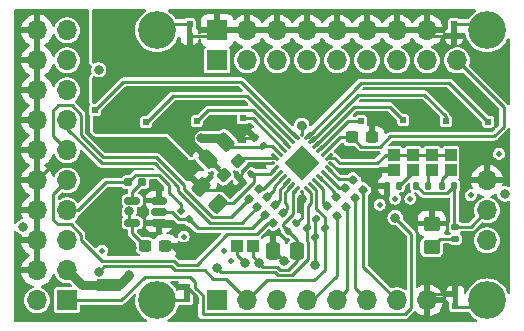
<source format=gbr>
%TF.GenerationSoftware,KiCad,Pcbnew,8.0.7*%
%TF.CreationDate,2024-12-23T17:36:37-05:00*%
%TF.ProjectId,tac5212_audio_board_single_ended,74616335-3231-4325-9f61-7564696f5f62,rev?*%
%TF.SameCoordinates,Original*%
%TF.FileFunction,Copper,L1,Top*%
%TF.FilePolarity,Positive*%
%FSLAX46Y46*%
G04 Gerber Fmt 4.6, Leading zero omitted, Abs format (unit mm)*
G04 Created by KiCad (PCBNEW 8.0.7) date 2024-12-23 17:36:37*
%MOMM*%
%LPD*%
G01*
G04 APERTURE LIST*
G04 Aperture macros list*
%AMRoundRect*
0 Rectangle with rounded corners*
0 $1 Rounding radius*
0 $2 $3 $4 $5 $6 $7 $8 $9 X,Y pos of 4 corners*
0 Add a 4 corners polygon primitive as box body*
4,1,4,$2,$3,$4,$5,$6,$7,$8,$9,$2,$3,0*
0 Add four circle primitives for the rounded corners*
1,1,$1+$1,$2,$3*
1,1,$1+$1,$4,$5*
1,1,$1+$1,$6,$7*
1,1,$1+$1,$8,$9*
0 Add four rect primitives between the rounded corners*
20,1,$1+$1,$2,$3,$4,$5,0*
20,1,$1+$1,$4,$5,$6,$7,0*
20,1,$1+$1,$6,$7,$8,$9,0*
20,1,$1+$1,$8,$9,$2,$3,0*%
%AMRotRect*
0 Rectangle, with rotation*
0 The origin of the aperture is its center*
0 $1 length*
0 $2 width*
0 $3 Rotation angle, in degrees counterclockwise*
0 Add horizontal line*
21,1,$1,$2,0,0,$3*%
G04 Aperture macros list end*
%TA.AperFunction,EtchedComponent*%
%ADD10C,0.000000*%
%TD*%
%TA.AperFunction,ComponentPad*%
%ADD11C,0.500000*%
%TD*%
%TA.AperFunction,SMDPad,CuDef*%
%ADD12RoundRect,0.160000X0.252791X-0.026517X-0.026517X0.252791X-0.252791X0.026517X0.026517X-0.252791X0*%
%TD*%
%TA.AperFunction,SMDPad,CuDef*%
%ADD13RoundRect,0.135000X-0.226274X-0.035355X-0.035355X-0.226274X0.226274X0.035355X0.035355X0.226274X0*%
%TD*%
%TA.AperFunction,ComponentPad*%
%ADD14R,1.700000X1.700000*%
%TD*%
%TA.AperFunction,ComponentPad*%
%ADD15O,1.700000X1.700000*%
%TD*%
%TA.AperFunction,ComponentPad*%
%ADD16C,3.200000*%
%TD*%
%TA.AperFunction,SMDPad,CuDef*%
%ADD17R,1.000000X1.000000*%
%TD*%
%TA.AperFunction,SMDPad,CuDef*%
%ADD18RoundRect,0.250000X0.337500X0.475000X-0.337500X0.475000X-0.337500X-0.475000X0.337500X-0.475000X0*%
%TD*%
%TA.AperFunction,SMDPad,CuDef*%
%ADD19RoundRect,0.160000X-0.026517X-0.252791X0.252791X0.026517X0.026517X0.252791X-0.252791X-0.026517X0*%
%TD*%
%TA.AperFunction,SMDPad,CuDef*%
%ADD20RoundRect,0.140000X0.219203X0.021213X0.021213X0.219203X-0.219203X-0.021213X-0.021213X-0.219203X0*%
%TD*%
%TA.AperFunction,SMDPad,CuDef*%
%ADD21RoundRect,0.250000X0.574524X0.097227X0.097227X0.574524X-0.574524X-0.097227X-0.097227X-0.574524X0*%
%TD*%
%TA.AperFunction,SMDPad,CuDef*%
%ADD22RoundRect,0.150000X0.512500X0.150000X-0.512500X0.150000X-0.512500X-0.150000X0.512500X-0.150000X0*%
%TD*%
%TA.AperFunction,SMDPad,CuDef*%
%ADD23RoundRect,0.135000X-0.185000X0.135000X-0.185000X-0.135000X0.185000X-0.135000X0.185000X0.135000X0*%
%TD*%
%TA.AperFunction,SMDPad,CuDef*%
%ADD24R,0.508000X0.500000*%
%TD*%
%TA.AperFunction,SMDPad,CuDef*%
%ADD25R,0.508000X0.508000*%
%TD*%
%TA.AperFunction,SMDPad,CuDef*%
%ADD26RoundRect,0.237500X-0.300000X-0.237500X0.300000X-0.237500X0.300000X0.237500X-0.300000X0.237500X0*%
%TD*%
%TA.AperFunction,SMDPad,CuDef*%
%ADD27RoundRect,0.140000X-0.021213X0.219203X-0.219203X0.021213X0.021213X-0.219203X0.219203X-0.021213X0*%
%TD*%
%TA.AperFunction,SMDPad,CuDef*%
%ADD28RoundRect,0.250000X-0.097227X0.574524X-0.574524X0.097227X0.097227X-0.574524X0.574524X-0.097227X0*%
%TD*%
%TA.AperFunction,SMDPad,CuDef*%
%ADD29RoundRect,0.250000X-0.450000X0.350000X-0.450000X-0.350000X0.450000X-0.350000X0.450000X0.350000X0*%
%TD*%
%TA.AperFunction,SMDPad,CuDef*%
%ADD30RoundRect,0.140000X0.021213X-0.219203X0.219203X-0.021213X-0.021213X0.219203X-0.219203X0.021213X0*%
%TD*%
%TA.AperFunction,SMDPad,CuDef*%
%ADD31RotRect,0.508000X0.508000X315.000000*%
%TD*%
%TA.AperFunction,SMDPad,CuDef*%
%ADD32R,1.100000X1.000000*%
%TD*%
%TA.AperFunction,SMDPad,CuDef*%
%ADD33RoundRect,0.135000X-0.135000X-0.185000X0.135000X-0.185000X0.135000X0.185000X-0.135000X0.185000X0*%
%TD*%
%TA.AperFunction,SMDPad,CuDef*%
%ADD34RoundRect,0.237500X-0.044194X-0.380070X0.380070X0.044194X0.044194X0.380070X-0.380070X-0.044194X0*%
%TD*%
%TA.AperFunction,SMDPad,CuDef*%
%ADD35RoundRect,0.135000X0.135000X0.185000X-0.135000X0.185000X-0.135000X-0.185000X0.135000X-0.185000X0*%
%TD*%
%TA.AperFunction,SMDPad,CuDef*%
%ADD36RoundRect,0.062500X-0.185616X-0.274004X0.274004X0.185616X0.185616X0.274004X-0.274004X-0.185616X0*%
%TD*%
%TA.AperFunction,SMDPad,CuDef*%
%ADD37RoundRect,0.062500X0.185616X-0.274004X0.274004X-0.185616X-0.185616X0.274004X-0.274004X0.185616X0*%
%TD*%
%TA.AperFunction,SMDPad,CuDef*%
%ADD38RotRect,2.100000X2.100000X45.000000*%
%TD*%
%TA.AperFunction,SMDPad,CuDef*%
%ADD39RoundRect,0.062500X0.000000X-0.088388X0.088388X0.000000X0.000000X0.088388X-0.088388X0.000000X0*%
%TD*%
%TA.AperFunction,SMDPad,CuDef*%
%ADD40RoundRect,0.160000X-0.197500X-0.160000X0.197500X-0.160000X0.197500X0.160000X-0.197500X0.160000X0*%
%TD*%
%TA.AperFunction,SMDPad,CuDef*%
%ADD41RoundRect,0.135000X0.226274X0.035355X0.035355X0.226274X-0.226274X-0.035355X-0.035355X-0.226274X0*%
%TD*%
%TA.AperFunction,ComponentPad*%
%ADD42R,0.500000X0.500000*%
%TD*%
%TA.AperFunction,ViaPad*%
%ADD43C,0.800000*%
%TD*%
%TA.AperFunction,Conductor*%
%ADD44C,0.250000*%
%TD*%
%TA.AperFunction,Conductor*%
%ADD45C,0.750000*%
%TD*%
G04 APERTURE END LIST*
%TA.AperFunction,EtchedComponent*%
%TO.C,E108*%
G36*
X99471000Y-99979000D02*
G01*
X99929000Y-99979000D01*
X99929000Y-99404000D01*
X99471000Y-99404000D01*
X99471000Y-99979000D01*
G37*
%TD.AperFunction*%
%TA.AperFunction,EtchedComponent*%
%TO.C,E109*%
G36*
X121871000Y-99979000D02*
G01*
X122329000Y-99979000D01*
X122329000Y-99404000D01*
X121871000Y-99404000D01*
X121871000Y-99979000D01*
G37*
%TD.AperFunction*%
D10*
%TA.AperFunction,EtchedComponent*%
%TO.C,5V108*%
G36*
X93175000Y-121500000D02*
G01*
X92625000Y-121500000D01*
X92625000Y-121100000D01*
X93175000Y-121100000D01*
X93175000Y-121500000D01*
G37*
%TD.AperFunction*%
%TA.AperFunction,EtchedComponent*%
%TO.C,G118*%
G36*
X121971000Y-122879000D02*
G01*
X122429000Y-122879000D01*
X122429000Y-122304000D01*
X121971000Y-122304000D01*
X121971000Y-122879000D01*
G37*
%TD.AperFunction*%
%TA.AperFunction,EtchedComponent*%
%TO.C,G117*%
G36*
X99271000Y-122279000D02*
G01*
X99729000Y-122279000D01*
X99729000Y-121704000D01*
X99271000Y-121704000D01*
X99271000Y-122279000D01*
G37*
%TD.AperFunction*%
%TD*%
D11*
%TO.P,G109,1,1*%
%TO.N,Earth*%
X99200000Y-117200000D03*
%TD*%
%TO.P,G111,1,1*%
%TO.N,Earth*%
X92300000Y-118400000D03*
%TD*%
%TO.P,G113,1,1*%
%TO.N,Earth*%
X102600000Y-118400000D03*
%TD*%
%TO.P,G115,1,1*%
%TO.N,Earth*%
X103200000Y-119300000D03*
%TD*%
%TO.P,G114,1,1*%
%TO.N,Earth*%
X123500000Y-113700000D03*
%TD*%
%TO.P,G116,1,1*%
%TO.N,Earth*%
X125900000Y-110200000D03*
%TD*%
%TO.P,G108,1,1*%
%TO.N,Earth*%
X115800000Y-114500000D03*
%TD*%
%TO.P,G112,1,1*%
%TO.N,Earth*%
X118400000Y-114000000D03*
%TD*%
%TO.P,G110,1,1*%
%TO.N,Earth*%
X117100000Y-114000000D03*
%TD*%
D12*
%TO.P,R113,1*%
%TO.N,GPIO2*%
X112937059Y-114705168D03*
%TO.P,R113,2*%
%TO.N,Net-(TAC5212-GPIO2)*%
X112092067Y-113860176D03*
%TD*%
D13*
%TO.P,R121,1*%
%TO.N,5212_SCL*%
X109617194Y-116508362D03*
%TO.P,R121,2*%
%TO.N,Net-(PU_EN108-Pad1)*%
X110338442Y-117229610D03*
%TD*%
D14*
%TO.P,board_outline108,1,HELD_HIGH*%
%TO.N,EN_HELD_HIGH*%
X89337500Y-122600000D03*
D15*
%TO.P,board_outline108,2,HELD_LOW*%
%TO.N,unconnected-(board_outline108-HELD_LOW-Pad2)*%
X86797500Y-122600000D03*
%TO.P,board_outline108,3,5V*%
%TO.N,Net-(5V108-B)*%
X89337500Y-120060000D03*
%TO.P,board_outline108,4,GNDD*%
%TO.N,GNDD*%
X86797500Y-120060000D03*
%TO.P,board_outline108,5,12V*%
%TO.N,unconnected-(board_outline108-12V-Pad5)*%
X89337500Y-117520000D03*
%TO.P,board_outline108,6,GNDD*%
%TO.N,GNDD*%
X86797500Y-117520000D03*
%TO.P,board_outline108,7,DSP_DOUT*%
%TO.N,5212_DOUT1+*%
X89337500Y-114980000D03*
%TO.P,board_outline108,8,GNDD*%
%TO.N,GNDD*%
X86797500Y-114980000D03*
%TO.P,board_outline108,9,DSP_DIN*%
%TO.N,5212_DIN1*%
X89337500Y-112440000D03*
%TO.P,board_outline108,10,GNDD*%
%TO.N,GNDD*%
X86797500Y-112440000D03*
%TO.P,board_outline108,11,BCLK*%
%TO.N,5212_BCLK1*%
X89337500Y-109900000D03*
%TO.P,board_outline108,12,GNDD*%
%TO.N,GNDD*%
X86797500Y-109900000D03*
%TO.P,board_outline108,13,LRCK*%
%TO.N,5212_LRCK1*%
X89337500Y-107360000D03*
%TO.P,board_outline108,14,GNDD*%
%TO.N,GNDD*%
X86797500Y-107360000D03*
%TO.P,board_outline108,15,SDA*%
%TO.N,DSP_SDA*%
X89337500Y-104820000D03*
%TO.P,board_outline108,16,GNDD*%
%TO.N,GNDD*%
X86797500Y-104820000D03*
%TO.P,board_outline108,17,SCL*%
%TO.N,DSP_SCL*%
X89337500Y-102280000D03*
%TO.P,board_outline108,18,GNDD*%
%TO.N,GNDD*%
X86797500Y-102280000D03*
%TO.P,board_outline108,19,MCLK*%
%TO.N,5212_MCLK1*%
X89337500Y-99740000D03*
%TO.P,board_outline108,20,GNDD*%
%TO.N,GNDD*%
X86797500Y-99740000D03*
D14*
%TO.P,board_outline108,21,OUTP*%
%TO.N,OUT1P+*%
X102047500Y-102285000D03*
%TO.P,board_outline108,22,AGND*%
%TO.N,Earth*%
X102047500Y-99745000D03*
D15*
%TO.P,board_outline108,23,OUT1M*%
%TO.N,OUT1M+*%
X104587500Y-102285000D03*
%TO.P,board_outline108,24,AGND*%
%TO.N,Earth*%
X104587500Y-99745000D03*
%TO.P,board_outline108,25,OUT2P*%
%TO.N,OUT2P+*%
X107127500Y-102285000D03*
%TO.P,board_outline108,26,AGND*%
%TO.N,Earth*%
X107127500Y-99745000D03*
%TO.P,board_outline108,27,OUT2M*%
%TO.N,OUT2M+*%
X109667500Y-102285000D03*
%TO.P,board_outline108,28,AGND*%
%TO.N,Earth*%
X109667500Y-99745000D03*
%TO.P,board_outline108,29,IN1P*%
%TO.N,IN1P+*%
X112207500Y-102285000D03*
%TO.P,board_outline108,30,AGND*%
%TO.N,Earth*%
X112207500Y-99745000D03*
%TO.P,board_outline108,31,IN1M*%
%TO.N,IN1M+*%
X114747500Y-102285000D03*
%TO.P,board_outline108,32,AGND*%
%TO.N,Earth*%
X114747500Y-99745000D03*
%TO.P,board_outline108,33,IN2P*%
%TO.N,IN2P+*%
X117287500Y-102285000D03*
%TO.P,board_outline108,34,AGND*%
%TO.N,Earth*%
X117287500Y-99745000D03*
%TO.P,board_outline108,35,IN2M*%
%TO.N,IN2M+*%
X119827500Y-102285000D03*
%TO.P,board_outline108,36,AGND*%
%TO.N,Earth*%
X119827500Y-99745000D03*
D14*
%TO.P,board_outline108,37,SCL*%
%TO.N,5212_SCL*%
X102047500Y-122605000D03*
D15*
%TO.P,board_outline108,38,SDA*%
%TO.N,5212_SDA*%
X104587500Y-122605000D03*
%TO.P,board_outline108,39,GNDD*%
%TO.N,GNDD*%
X107127500Y-122605000D03*
%TO.P,board_outline108,40,GPIO1*%
%TO.N,GPIO1*%
X109667500Y-122605000D03*
%TO.P,board_outline108,41,GPIO2*%
%TO.N,GPIO2*%
X112207500Y-122605000D03*
%TO.P,board_outline108,42,GPO1*%
%TO.N,GPO1*%
X114747500Y-122605000D03*
%TO.P,board_outline108,43,GPI1*%
%TO.N,GPI1*%
X117287500Y-122605000D03*
%TO.P,board_outline108,44,GNDD*%
%TO.N,GNDD*%
X119827500Y-122605000D03*
%TO.P,board_outline108,45,5V*%
%TO.N,5V*%
X124892500Y-117525000D03*
%TO.P,board_outline108,46,3.3V*%
%TO.N,3.3V_LDO*%
X124892500Y-114985000D03*
%TO.P,board_outline108,47,GNDD*%
%TO.N,GNDD*%
X124892500Y-112445000D03*
%TO.P,board_outline108,48,MIC_BIAS*%
%TO.N,MICBIAS*%
X122352500Y-102285000D03*
D16*
%TO.P,board_outline108,49,AGND*%
%TO.N,Net-(E108-B)*%
X96952500Y-99745000D03*
%TO.P,board_outline108,50,AGND*%
%TO.N,Net-(E109-B)*%
X124892500Y-99745000D03*
%TO.P,board_outline108,51,DGND*%
%TO.N,Net-(G117-A)*%
X96952500Y-122605000D03*
%TO.P,board_outline108,52,DGND*%
%TO.N,Net-(G118-A)*%
X124892500Y-122605000D03*
%TD*%
D17*
%TO.P,ADD108,1,1*%
%TO.N,GNDD*%
X117000000Y-111600000D03*
%TO.P,ADD108,2,2*%
%TO.N,Net-(TAC5212-ADDR)*%
X117000000Y-110300000D03*
%TD*%
D12*
%TO.P,R112,1*%
%TO.N,GPO1*%
X113677789Y-113964439D03*
%TO.P,R112,2*%
%TO.N,Net-(TAC5212-GPO1)*%
X112832797Y-113119447D03*
%TD*%
D18*
%TO.P,C111,1*%
%TO.N,3.3V_LDO*%
X108818261Y-118400000D03*
%TO.P,C111,2*%
%TO.N,GNDD*%
X106743261Y-118400000D03*
%TD*%
D12*
%TO.P,R114,1*%
%TO.N,GPIO1*%
X112157509Y-115484718D03*
%TO.P,R114,2*%
%TO.N,Net-(TAC5212-GPIO1)*%
X111312517Y-114639726D03*
%TD*%
D19*
%TO.P,R115,1*%
%TO.N,5212_LRCK1*%
X105445334Y-114708704D03*
%TO.P,R115,2*%
%TO.N,Net-(TAC5212-FSYNC)*%
X106290326Y-113863712D03*
%TD*%
D17*
%TO.P,ADD112,1,1*%
%TO.N,Net-(ADD112-Pad1)*%
X118600000Y-111600000D03*
%TO.P,ADD112,2,2*%
%TO.N,Net-(TAC5212-ADDR)*%
X118600000Y-110300000D03*
%TD*%
D20*
%TO.P,C109,1*%
%TO.N,3.3V_LDO*%
X105939411Y-109539411D03*
%TO.P,C109,2*%
%TO.N,Earth*%
X105260589Y-108860589D03*
%TD*%
D17*
%TO.P,ADD110,1,1*%
%TO.N,Net-(ADD110-Pad1)*%
X120200000Y-111600000D03*
%TO.P,ADD110,2,2*%
%TO.N,Net-(TAC5212-ADDR)*%
X120200000Y-110300000D03*
%TD*%
D21*
%TO.P,C115,1*%
%TO.N,Net-(TAC5212-DREG)*%
X102133623Y-114433623D03*
%TO.P,C115,2*%
%TO.N,GNDD*%
X100666377Y-112966377D03*
%TD*%
D22*
%TO.P,U108,1,OE*%
%TO.N,GNDD*%
X97137500Y-116050000D03*
%TO.P,U108,2,A*%
%TO.N,5212_DOUT1*%
X97137500Y-115100000D03*
%TO.P,U108,3,GND*%
%TO.N,GNDD*%
X97137500Y-114150000D03*
%TO.P,U108,4,Y*%
%TO.N,Net-(U108-Y)*%
X94862500Y-114150000D03*
%TO.P,U108,5,VCC*%
%TO.N,3.3V_LDO*%
X94862500Y-116050000D03*
%TD*%
D19*
%TO.P,R118,1*%
%TO.N,5212_DIN1*%
X106788837Y-116052207D03*
%TO.P,R118,2*%
%TO.N,Net-(TAC5212-DIN)*%
X107633829Y-115207215D03*
%TD*%
D23*
%TO.P,R126,1*%
%TO.N,3.3V_LDO*%
X122200000Y-116390000D03*
%TO.P,R126,2*%
%TO.N,Net-(D116-A)*%
X122200000Y-117410000D03*
%TD*%
D24*
%TO.P,E108,1,A*%
%TO.N,Earth*%
X99700000Y-100204000D03*
D25*
%TO.P,E108,2,B*%
%TO.N,Net-(E108-B)*%
X99700000Y-99200000D03*
%TD*%
D26*
%TO.P,C118,1*%
%TO.N,MICBIAS*%
X113437500Y-108800000D03*
%TO.P,C118,2*%
%TO.N,Earth*%
X115162500Y-108800000D03*
%TD*%
D27*
%TO.P,C116,1*%
%TO.N,Net-(TAC5212-DREG)*%
X104937914Y-111892722D03*
%TO.P,C116,2*%
%TO.N,GNDD*%
X104259092Y-112571544D03*
%TD*%
D28*
%TO.P,C108,1*%
%TO.N,3.3V_LDO*%
X102733623Y-109166377D03*
%TO.P,C108,2*%
%TO.N,Earth*%
X101266377Y-110633623D03*
%TD*%
D29*
%TO.P,D116,1,K*%
%TO.N,GNDD*%
X120200000Y-116100000D03*
%TO.P,D116,2,A*%
%TO.N,Net-(D116-A)*%
X120200000Y-118100000D03*
%TD*%
D30*
%TO.P,C112,1*%
%TO.N,3.3V_LDO*%
X108060589Y-116739411D03*
%TO.P,C112,2*%
%TO.N,GNDD*%
X108739411Y-116060589D03*
%TD*%
D24*
%TO.P,E109,1,A*%
%TO.N,Earth*%
X122100000Y-100204000D03*
D25*
%TO.P,E109,2,B*%
%TO.N,Net-(E109-B)*%
X122100000Y-99200000D03*
%TD*%
D17*
%TO.P,ADD111,1,1*%
%TO.N,Net-(ADD111-Pad1)*%
X121800000Y-111600000D03*
%TO.P,ADD111,2,2*%
%TO.N,Net-(TAC5212-ADDR)*%
X121800000Y-110300000D03*
%TD*%
D31*
%TO.P,DOUT108,1,1*%
%TO.N,5212_DOUT1*%
X99653553Y-115753553D03*
%TO.P,DOUT108,2,2*%
%TO.N,5212_DOUT1+*%
X98946447Y-115046447D03*
%TD*%
D12*
%TO.P,R110,1*%
%TO.N,GPI1*%
X114420251Y-113221977D03*
%TO.P,R110,2*%
%TO.N,Net-(TAC5212-GPI1)*%
X113575259Y-112376985D03*
%TD*%
D32*
%TO.P,5V108,1,A*%
%TO.N,5V*%
X93404000Y-121300000D03*
%TO.P,5V108,2,B*%
%TO.N,Net-(5V108-B)*%
X92400000Y-121300000D03*
%TD*%
D26*
%TO.P,C128,1*%
%TO.N,3.3V_LDO*%
X95937500Y-118000000D03*
%TO.P,C128,2*%
%TO.N,GNDD*%
X97662500Y-118000000D03*
%TD*%
D33*
%TO.P,R123,1*%
%TO.N,Net-(ADD111-Pad1)*%
X121090000Y-112900000D03*
%TO.P,R123,2*%
%TO.N,3.3V_LDO*%
X122110000Y-112900000D03*
%TD*%
D34*
%TO.P,C119,1*%
%TO.N,Earth*%
X102590120Y-112009880D03*
%TO.P,C119,2*%
%TO.N,Net-(TAC5212-VREF)*%
X103809880Y-110790120D03*
%TD*%
D35*
%TO.P,R124,1*%
%TO.N,Net-(ADD112-Pad1)*%
X117410000Y-112900000D03*
%TO.P,R124,2*%
%TO.N,GNDD*%
X116390000Y-112900000D03*
%TD*%
D19*
%TO.P,R119,1*%
%TO.N,5212_BCLK1*%
X104773583Y-114036952D03*
%TO.P,R119,2*%
%TO.N,Net-(TAC5212-BCLK)*%
X105618575Y-113191960D03*
%TD*%
D17*
%TO.P,PU_EN108,1,1*%
%TO.N,Net-(PU_EN108-Pad1)*%
X103750000Y-118000000D03*
%TO.P,PU_EN108,2,2*%
%TO.N,3.3V_LDO*%
X105050000Y-118000000D03*
%TD*%
D19*
%TO.P,R117,1*%
%TO.N,5212_DOUT1*%
X106117086Y-115380455D03*
%TO.P,R117,2*%
%TO.N,Net-(TAC5212-DOUT)*%
X106962078Y-114535463D03*
%TD*%
D36*
%TO.P,TAC5212,1,DREG*%
%TO.N,Net-(TAC5212-DREG)*%
X106910742Y-111521491D03*
%TO.P,TAC5212,2,BCLK*%
%TO.N,Net-(TAC5212-BCLK)*%
X107264295Y-111875045D03*
%TO.P,TAC5212,3,FSYNC*%
%TO.N,Net-(TAC5212-FSYNC)*%
X107617849Y-112228598D03*
%TO.P,TAC5212,4,DOUT*%
%TO.N,Net-(TAC5212-DOUT)*%
X107971402Y-112582151D03*
%TO.P,TAC5212,5,DIN*%
%TO.N,Net-(TAC5212-DIN)*%
X108324955Y-112935705D03*
%TO.P,TAC5212,6,IOVDD*%
%TO.N,3.3V_LDO*%
X108678509Y-113289258D03*
D37*
%TO.P,TAC5212,7,SCL*%
%TO.N,5212_SCL*%
X109721491Y-113289258D03*
%TO.P,TAC5212,8,SDA*%
%TO.N,5212_SDA*%
X110075045Y-112935705D03*
%TO.P,TAC5212,9,GPIO1*%
%TO.N,Net-(TAC5212-GPIO1)*%
X110428598Y-112582151D03*
%TO.P,TAC5212,10,GPIO2*%
%TO.N,Net-(TAC5212-GPIO2)*%
X110782151Y-112228598D03*
%TO.P,TAC5212,11,GPO1*%
%TO.N,Net-(TAC5212-GPO1)*%
X111135705Y-111875045D03*
%TO.P,TAC5212,12,GPI1*%
%TO.N,Net-(TAC5212-GPI1)*%
X111489258Y-111521491D03*
D36*
%TO.P,TAC5212,13,ADDR*%
%TO.N,Net-(TAC5212-ADDR)*%
X111489258Y-110478509D03*
%TO.P,TAC5212,14,MICBIAS*%
%TO.N,MICBIAS*%
X111135705Y-110124955D03*
%TO.P,TAC5212,15,IN1P*%
%TO.N,IN1P*%
X110782151Y-109771402D03*
%TO.P,TAC5212,16,IN1M*%
%TO.N,IN1M*%
X110428598Y-109417849D03*
%TO.P,TAC5212,17,IN2P*%
%TO.N,IN2P*%
X110075045Y-109064295D03*
%TO.P,TAC5212,18,IN2M*%
%TO.N,IN2M*%
X109721491Y-108710742D03*
D37*
%TO.P,TAC5212,19,OUT1M*%
%TO.N,OUT1M*%
X108678509Y-108710742D03*
%TO.P,TAC5212,20,OUT1P*%
%TO.N,OUT1P*%
X108324955Y-109064295D03*
%TO.P,TAC5212,21,OUT2P*%
%TO.N,OUT2P*%
X107971402Y-109417849D03*
%TO.P,TAC5212,22,OUT2M*%
%TO.N,OUT2M*%
X107617849Y-109771402D03*
%TO.P,TAC5212,23,AVDD*%
%TO.N,3.3V_LDO*%
X107264295Y-110124955D03*
%TO.P,TAC5212,24,VREF*%
%TO.N,Net-(TAC5212-VREF)*%
X106910742Y-110478509D03*
D11*
%TO.P,TAC5212,25,VSS*%
%TO.N,GNDD*%
X108705025Y-111494975D03*
X108705025Y-110505025D03*
X109200000Y-111000000D03*
D38*
X109200000Y-111000000D03*
D11*
X109694975Y-111494975D03*
X109694975Y-110505025D03*
D39*
%TO.P,TAC5212,A1,VSS*%
X106767553Y-111000000D03*
%TO.P,TAC5212,A2,VSS*%
X109200000Y-113432447D03*
%TO.P,TAC5212,A3,VSS*%
X111632447Y-111000000D03*
%TO.P,TAC5212,A4,VSS*%
X109200000Y-108567553D03*
%TD*%
D24*
%TO.P,G118,1,A*%
%TO.N,Net-(G118-A)*%
X122200000Y-123104000D03*
D25*
%TO.P,G118,2,B*%
%TO.N,GNDD*%
X122200000Y-122100000D03*
%TD*%
D35*
%TO.P,R122,1*%
%TO.N,Net-(ADD110-Pad1)*%
X119910000Y-112900000D03*
%TO.P,R122,2*%
%TO.N,3.3V_LDO*%
X118890000Y-112900000D03*
%TD*%
D40*
%TO.P,R125,1*%
%TO.N,5212_DOUT1+*%
X94502500Y-112600000D03*
%TO.P,R125,2*%
%TO.N,Net-(U108-Y)*%
X95697500Y-112600000D03*
%TD*%
D24*
%TO.P,G117,1,A*%
%TO.N,Net-(G117-A)*%
X99500000Y-122504000D03*
D25*
%TO.P,G117,2,B*%
%TO.N,GNDD*%
X99500000Y-121500000D03*
%TD*%
D41*
%TO.P,R120,1*%
%TO.N,5212_SDA*%
X111141385Y-116460624D03*
%TO.P,R120,2*%
%TO.N,Net-(PU_EN108-Pad1)*%
X110420137Y-115739376D03*
%TD*%
D42*
%TO.P,OP2,2,2*%
%TO.N,OUT2P*%
X100300000Y-107425000D03*
%TD*%
%TO.P,INP2,2,2*%
%TO.N,IN2P*%
X121400000Y-107435000D03*
%TD*%
%TO.P,INM2,2,2*%
%TO.N,IN2M*%
X125000000Y-107482500D03*
%TD*%
%TO.P,OM2,2,2*%
%TO.N,OUT2M*%
X104200000Y-107200000D03*
%TD*%
%TO.P,OP1,2,2*%
%TO.N,OUT1P*%
X96000000Y-107500000D03*
%TD*%
%TO.P,INM1,2,2*%
%TO.N,IN1M*%
X117800000Y-107362500D03*
%TD*%
%TO.P,OM1,2,2*%
%TO.N,OUT1M*%
X91700000Y-106500000D03*
%TD*%
%TO.P,INP1,2,2*%
%TO.N,IN1P*%
X114200000Y-107425000D03*
%TD*%
D43*
%TO.N,Earth*%
X126400000Y-113600000D03*
X94400000Y-98400000D03*
%TO.N,GNDD*%
X94800000Y-118200000D03*
X124800000Y-119000000D03*
X98000000Y-110000000D03*
%TO.N,Earth*%
X94600000Y-105800000D03*
X124064601Y-102335399D03*
X111200000Y-104200000D03*
X108200000Y-105200000D03*
X94400000Y-101000000D03*
X96200000Y-103200000D03*
%TO.N,GNDD*%
X119400000Y-114600000D03*
X92600000Y-114800000D03*
X109250000Y-113985355D03*
X92000000Y-123600000D03*
X123200000Y-114800000D03*
X115400000Y-113600000D03*
X99400000Y-123800000D03*
X91719599Y-111998440D03*
X109200000Y-107800000D03*
X107711709Y-119246986D03*
X99000000Y-118800000D03*
X100718700Y-117875000D03*
%TO.N,5V*%
X94569964Y-120430000D03*
%TO.N,Earth*%
X103224739Y-107762663D03*
X112825000Y-110225000D03*
%TO.N,EN_HELD_HIGH*%
X117100000Y-115600000D03*
%TO.N,5212_SCL*%
X102047500Y-119900002D03*
%TO.N,5212_SDA*%
X92004802Y-120161926D03*
X92007954Y-103082209D03*
%TO.N,3.3V_LDO*%
X100675000Y-108873986D03*
X94600000Y-115050000D03*
X105600000Y-119400000D03*
%TO.N,GPI1*%
X85600000Y-116400000D03*
%TO.N,Net-(PU_EN108-Pad1)*%
X110338844Y-119622742D03*
X104430004Y-119430004D03*
%TD*%
D44*
%TO.N,GNDD*%
X109200000Y-113432447D02*
X109200000Y-115600000D01*
%TO.N,3.3V_LDO*%
X108818261Y-117497083D02*
X108060589Y-116739411D01*
X108818261Y-118400000D02*
X108818261Y-117497083D01*
X107641386Y-116320208D02*
X107641386Y-116111826D01*
X107641386Y-116111826D02*
X108425000Y-115328212D01*
X108425000Y-115328212D02*
X108425000Y-113542767D01*
X108425000Y-113542767D02*
X108678509Y-113289258D01*
X108060589Y-116739411D02*
X107641386Y-116320208D01*
%TO.N,GNDD*%
X109200000Y-115600000D02*
X108739411Y-116060589D01*
X109200000Y-113432447D02*
X109200000Y-113935355D01*
X109200000Y-113935355D02*
X109250000Y-113985355D01*
%TO.N,5212_SDA*%
X110425000Y-114832071D02*
X110425000Y-113285660D01*
X111141385Y-115548456D02*
X110425000Y-114832071D01*
%TO.N,5212_SCL*%
X109686136Y-116439420D02*
X109617194Y-116508362D01*
X109686136Y-114609880D02*
X109686136Y-116439420D01*
X109975000Y-114321016D02*
X109686136Y-114609880D01*
X109975000Y-113542767D02*
X109975000Y-114321016D01*
X109686136Y-113253903D02*
X109975000Y-113542767D01*
%TO.N,5212_SDA*%
X110425000Y-113285660D02*
X110039689Y-112900349D01*
X111141385Y-116460624D02*
X111141385Y-115548456D01*
%TO.N,3.3V_LDO*%
X94862500Y-116925000D02*
X95937500Y-118000000D01*
X94862500Y-116050000D02*
X94862500Y-116925000D01*
%TO.N,GNDD*%
X100350000Y-122850000D02*
X100350000Y-122350000D01*
X87972500Y-111265000D02*
X90986159Y-111265000D01*
X106864723Y-118400000D02*
X107711709Y-119246986D01*
X109200000Y-108567553D02*
X109200000Y-107800000D01*
X111632447Y-111000000D02*
X112232447Y-111600000D01*
X106767553Y-111000000D02*
X104932610Y-111000000D01*
X104932610Y-111000000D02*
X104039889Y-111892721D01*
X97137500Y-116050000D02*
X97437499Y-116349999D01*
X97437499Y-116349999D02*
X99193699Y-116349999D01*
X97662500Y-118000000D02*
X98200000Y-118000000D01*
X106743261Y-118400000D02*
X106864723Y-118400000D01*
X100350000Y-122350000D02*
X99500000Y-121500000D01*
X104039889Y-112352341D02*
X104259092Y-112571544D01*
X103573533Y-113257103D02*
X104259092Y-112571544D01*
X99400000Y-123800000D02*
X100350000Y-122850000D01*
X86797500Y-112440000D02*
X87972500Y-111265000D01*
X120332500Y-122100000D02*
X119827500Y-122605000D01*
X112232447Y-111600000D02*
X117000000Y-111600000D01*
X99193699Y-116349999D02*
X100718700Y-117875000D01*
X90986159Y-111265000D02*
X91719599Y-111998440D01*
X122200000Y-122100000D02*
X120332500Y-122100000D01*
X100666377Y-112966377D02*
X100957103Y-113257103D01*
X104039889Y-111892721D02*
X104039889Y-112352341D01*
X98200000Y-118000000D02*
X99000000Y-118800000D01*
X100957103Y-113257103D02*
X103573533Y-113257103D01*
D45*
%TO.N,5V*%
X93404000Y-121300000D02*
X93699964Y-121300000D01*
X93699964Y-121300000D02*
X94569964Y-120430000D01*
D44*
%TO.N,Earth*%
X103162076Y-107700000D02*
X101175000Y-107700000D01*
X99950000Y-109174291D02*
X101266377Y-110490668D01*
X100875000Y-108000000D02*
X100523681Y-108000000D01*
X122100000Y-100200000D02*
X120282500Y-100200000D01*
X99950000Y-108573681D02*
X99950000Y-109174291D01*
X101175000Y-107700000D02*
X100875000Y-108000000D01*
X103224739Y-107762663D02*
X103162076Y-107700000D01*
X100523681Y-108000000D02*
X99950000Y-108573681D01*
X102590120Y-111957366D02*
X102590120Y-112009880D01*
X120282500Y-100200000D02*
X119827500Y-99745000D01*
X99700000Y-100200000D02*
X101592500Y-100200000D01*
X105260589Y-108860589D02*
X104322665Y-108860589D01*
X104322665Y-108860589D02*
X103224739Y-107762663D01*
X101266377Y-110490668D02*
X101266377Y-110633623D01*
X101266377Y-110633623D02*
X102590120Y-111957366D01*
X101592500Y-100200000D02*
X102047500Y-99745000D01*
D45*
%TO.N,Net-(5V108-B)*%
X90577500Y-121300000D02*
X89337500Y-120060000D01*
X92400000Y-121300000D02*
X90577500Y-121300000D01*
D44*
%TO.N,Net-(TAC5212-ADDR)*%
X112436396Y-111000000D02*
X115600000Y-111000000D01*
X116300000Y-110300000D02*
X117000000Y-110300000D01*
X111453903Y-110513864D02*
X111950260Y-110513864D01*
X117000000Y-110300000D02*
X121800000Y-110300000D01*
X111950260Y-110513864D02*
X112436396Y-111000000D01*
X115600000Y-111000000D02*
X116300000Y-110300000D01*
%TO.N,Net-(ADD110-Pad1)*%
X119910000Y-112900000D02*
X119910000Y-111890000D01*
X119910000Y-111890000D02*
X120200000Y-111600000D01*
%TO.N,Net-(ADD111-Pad1)*%
X121090001Y-112900000D02*
X121090001Y-112309999D01*
X121090001Y-112309999D02*
X121800000Y-111600000D01*
%TO.N,Net-(ADD112-Pad1)*%
X118600000Y-111710000D02*
X118600000Y-111600000D01*
X117410000Y-112900000D02*
X118600000Y-111710000D01*
%TO.N,Net-(G118-A)*%
X124297500Y-123200000D02*
X122200000Y-123200000D01*
X124892500Y-122605000D02*
X124297500Y-123200000D01*
%TO.N,Net-(E108-B)*%
X99700000Y-99196000D02*
X97501500Y-99196000D01*
X97501500Y-99196000D02*
X96952500Y-99745000D01*
%TO.N,Net-(E109-B)*%
X124343500Y-99196000D02*
X124892500Y-99745000D01*
X122100000Y-99196000D02*
X124343500Y-99196000D01*
%TO.N,EN_HELD_HIGH*%
X117900000Y-123800000D02*
X100800000Y-123800000D01*
X100200000Y-121563604D02*
X100200000Y-121042000D01*
X99758000Y-120600000D02*
X95900000Y-120600000D01*
X117100000Y-115600000D02*
X118462500Y-116962500D01*
X118462500Y-123237500D02*
X117900000Y-123800000D01*
X118462500Y-116962500D02*
X118462500Y-123237500D01*
X93900000Y-122600000D02*
X89337500Y-122600000D01*
X100200000Y-121042000D02*
X99758000Y-120600000D01*
X100800000Y-122163604D02*
X100200000Y-121563604D01*
X95900000Y-120600000D02*
X93900000Y-122600000D01*
X100800000Y-123800000D02*
X100800000Y-122163604D01*
%TO.N,IN2P*%
X110039689Y-109099651D02*
X113939340Y-105200000D01*
X121400000Y-107035000D02*
X121400000Y-107435000D01*
X119565000Y-105200000D02*
X121400000Y-107035000D01*
X113939340Y-105200000D02*
X119565000Y-105200000D01*
%TO.N,Net-(G117-A)*%
X96952500Y-122605000D02*
X99399000Y-122605000D01*
X99399000Y-122605000D02*
X99500000Y-122504000D01*
%TO.N,IN1M*%
X113646447Y-106200000D02*
X116637500Y-106200000D01*
X110393243Y-109453204D02*
X113646447Y-106200000D01*
X116637500Y-106200000D02*
X117800000Y-107362500D01*
%TO.N,IN1P*%
X114200000Y-107425000D02*
X113128553Y-107425000D01*
X110746796Y-109806757D02*
X113128553Y-107425000D01*
%TO.N,IN2M*%
X114232233Y-104200000D02*
X121700000Y-104200000D01*
X121700000Y-104200000D02*
X124982500Y-107482500D01*
X124982500Y-107482500D02*
X125000000Y-107482500D01*
X109686136Y-108746097D02*
X114232233Y-104200000D01*
%TO.N,OUT1P*%
X108360311Y-109099651D02*
X104560660Y-105300000D01*
X98281250Y-105300000D02*
X96100000Y-107481250D01*
X104560660Y-105300000D02*
X98281250Y-105300000D01*
%TO.N,OUT1M*%
X94100000Y-104100000D02*
X104067767Y-104100000D01*
X91700000Y-106500001D02*
X94100000Y-104100000D01*
X104067767Y-104100000D02*
X108713864Y-108746097D01*
%TO.N,Net-(TAC5212-DREG)*%
X103356911Y-114371751D02*
X105157117Y-112571545D01*
X102071751Y-114371751D02*
X103356911Y-114371751D01*
X105157117Y-112571545D02*
X105157117Y-112111925D01*
X106539511Y-111892722D02*
X104937914Y-111892722D01*
X106946097Y-111486136D02*
X106539511Y-111892722D01*
X105157117Y-112111925D02*
X104937914Y-111892722D01*
%TO.N,OUT2P*%
X108006757Y-109453204D02*
X105053553Y-106500000D01*
X101225000Y-106500000D02*
X100300000Y-107425000D01*
X105053553Y-106500000D02*
X101225000Y-106500000D01*
%TO.N,Net-(TAC5212-VREF)*%
X104086136Y-110513864D02*
X103809880Y-110790120D01*
X106946097Y-110513864D02*
X104086136Y-110513864D01*
%TO.N,OUT2M*%
X107653204Y-109806757D02*
X105046447Y-107200000D01*
X105046447Y-107200000D02*
X104200000Y-107200000D01*
%TO.N,5212_BCLK1*%
X88162500Y-108725000D02*
X89337500Y-109900000D01*
X89739201Y-106100000D02*
X88600000Y-106100000D01*
X99200000Y-113200000D02*
X99200000Y-112800000D01*
X103222490Y-115588045D02*
X101588045Y-115588045D01*
X90512500Y-108604533D02*
X90512500Y-106873299D01*
X88600000Y-106100000D02*
X88162500Y-106537500D01*
X99200000Y-112800000D02*
X96900000Y-110500000D01*
X92407967Y-110500000D02*
X90512500Y-108604533D01*
X88162500Y-106537500D02*
X88162500Y-108725000D01*
X101588045Y-115588045D02*
X99200000Y-113200000D01*
X90512500Y-106873299D02*
X89739201Y-106100000D01*
X104773583Y-114036952D02*
X103222490Y-115588045D01*
X96900000Y-110500000D02*
X92407967Y-110500000D01*
%TO.N,5212_LRCK1*%
X89337500Y-108065929D02*
X89337500Y-107360000D01*
X105445334Y-114708704D02*
X104115993Y-116038045D01*
X98750000Y-112986396D02*
X96763604Y-111000000D01*
X101401649Y-116038045D02*
X98750000Y-113386396D01*
X92271571Y-111000000D02*
X89337500Y-108065929D01*
X98750000Y-113386396D02*
X98750000Y-112986396D01*
X96763604Y-111000000D02*
X92271571Y-111000000D01*
X104115993Y-116038045D02*
X101401649Y-116038045D01*
%TO.N,5212_SCL*%
X109617194Y-117566333D02*
X109730761Y-117679900D01*
X108378875Y-120471986D02*
X107204297Y-120471986D01*
X109730761Y-117679900D02*
X109730761Y-119120100D01*
X109730761Y-119120100D02*
X108378875Y-120471986D01*
X102347498Y-120200000D02*
X102047500Y-119900002D01*
X109617194Y-116508362D02*
X109617194Y-117566333D01*
X106932311Y-120200000D02*
X102347498Y-120200000D01*
X107204297Y-120471986D02*
X106932311Y-120200000D01*
%TO.N,5212_SDA*%
X100976484Y-120025000D02*
X98492588Y-120025000D01*
X102757500Y-120775000D02*
X101726484Y-120775000D01*
X101726484Y-120775000D02*
X100976484Y-120025000D01*
X110274030Y-120921986D02*
X106270514Y-120921986D01*
X98167588Y-119700000D02*
X92466728Y-119700000D01*
X98492588Y-120025000D02*
X98167588Y-119700000D01*
X104587500Y-122605000D02*
X102757500Y-120775000D01*
X111141385Y-120054631D02*
X110274030Y-120921986D01*
X111141385Y-116460624D02*
X111141385Y-120054631D01*
X106270514Y-120921986D02*
X104587500Y-122605000D01*
X92466728Y-119700000D02*
X92004802Y-120161926D01*
%TO.N,5212_DOUT1*%
X97137500Y-115100000D02*
X98181170Y-115100000D01*
X99653553Y-115753553D02*
X100388045Y-116488045D01*
X100388045Y-116488045D02*
X105009496Y-116488045D01*
X98181170Y-115100000D02*
X98834723Y-115753553D01*
X105009496Y-116488045D02*
X106117086Y-115380455D01*
X98834723Y-115753553D02*
X99653553Y-115753553D01*
%TO.N,5212_DIN1*%
X88555000Y-116155000D02*
X88162500Y-115762500D01*
X98678984Y-119575000D02*
X98353984Y-119250000D01*
X89634201Y-116155000D02*
X88555000Y-116155000D01*
X98353984Y-119250000D02*
X92250000Y-119250000D01*
X102900000Y-117000000D02*
X100325000Y-119575000D01*
X105414995Y-117000000D02*
X102900000Y-117000000D01*
X106788837Y-116052207D02*
X106362788Y-116052207D01*
X90512500Y-117033299D02*
X89634201Y-116155000D01*
X90512500Y-117512500D02*
X90512500Y-117033299D01*
X88162500Y-113615000D02*
X89337500Y-112440000D01*
X92250000Y-119250000D02*
X90512500Y-117512500D01*
X88162500Y-115762500D02*
X88162500Y-113615000D01*
X100325000Y-119575000D02*
X98678984Y-119575000D01*
X106362788Y-116052207D02*
X105414995Y-117000000D01*
%TO.N,5212_DOUT1+*%
X96200000Y-111955000D02*
X95147500Y-111955000D01*
X97950000Y-112822792D02*
X97082208Y-111955000D01*
X90220000Y-114980000D02*
X92600000Y-112600000D01*
X92600000Y-112600000D02*
X94502500Y-112600000D01*
X98946447Y-115046447D02*
X98946447Y-114482843D01*
X97082208Y-111955000D02*
X96200000Y-111955000D01*
X89337500Y-114980000D02*
X90220000Y-114980000D01*
X97950000Y-113486396D02*
X97950000Y-112822792D01*
X98946447Y-114482843D02*
X97950000Y-113486396D01*
X95147500Y-111955000D02*
X94502500Y-112600000D01*
%TO.N,MICBIAS*%
X111100349Y-110160311D02*
X112460660Y-108800000D01*
X125500000Y-108700000D02*
X116700000Y-108700000D01*
X116700000Y-108700000D02*
X115800000Y-109600000D01*
X112460660Y-108800000D02*
X113437499Y-108800000D01*
X126300000Y-107900000D02*
X125500000Y-108700000D01*
X126300000Y-106232500D02*
X126300000Y-107900000D01*
X115800000Y-109600000D02*
X114237499Y-109600000D01*
X122352500Y-102285000D02*
X126300000Y-106232500D01*
X114237499Y-109600000D02*
X113437499Y-108800000D01*
%TO.N,3.3V_LDO*%
X107299651Y-110160311D02*
X106678751Y-109539411D01*
X106678751Y-109539411D02*
X105939411Y-109539411D01*
X94600000Y-115050000D02*
X94600000Y-115787500D01*
X103225860Y-109658614D02*
X102733623Y-109166377D01*
X105050000Y-118850000D02*
X105600000Y-119400000D01*
X122110000Y-116300000D02*
X122200000Y-116390000D01*
X105050000Y-118000000D02*
X105050000Y-118850000D01*
D45*
X100675000Y-108873986D02*
X102441232Y-108873986D01*
D44*
X108818261Y-119236450D02*
X108818261Y-118400000D01*
X122109999Y-112900000D02*
X121464999Y-113545000D01*
X107106500Y-119737793D02*
X107390693Y-120021986D01*
X122200000Y-116390000D02*
X123487500Y-116390000D01*
X108032725Y-120021986D02*
X108818261Y-119236450D01*
X105937793Y-119737793D02*
X107106500Y-119737793D01*
X94600000Y-115787500D02*
X94862500Y-116050000D01*
X105820208Y-109658614D02*
X103225860Y-109658614D01*
X123487500Y-116390000D02*
X124892500Y-114985000D01*
X121464999Y-113545000D02*
X119535000Y-113545000D01*
X107390693Y-120021986D02*
X108032725Y-120021986D01*
X105600000Y-119400000D02*
X105937793Y-119737793D01*
X119535000Y-113545000D02*
X118890000Y-112900000D01*
X105939411Y-109539411D02*
X105820208Y-109658614D01*
X122110000Y-112900000D02*
X122110000Y-116300000D01*
D45*
X102441232Y-108873986D02*
X102733623Y-109166377D01*
D44*
%TO.N,5212_MCLK1*%
X89397500Y-99800000D02*
X89337500Y-99740000D01*
%TO.N,GPI1*%
X117287500Y-122605000D02*
X114420251Y-119737751D01*
X114420251Y-119737751D02*
X114420251Y-113221977D01*
%TO.N,Net-(D116-A)*%
X122200000Y-117410000D02*
X120890000Y-117410000D01*
X120890000Y-117410000D02*
X120200000Y-118100000D01*
%TO.N,GPO1*%
X113677789Y-121535289D02*
X113677789Y-113964439D01*
X114747500Y-122605000D02*
X113677789Y-121535289D01*
%TO.N,Net-(TAC5212-GPI1)*%
X112311199Y-112343432D02*
X111453903Y-111486136D01*
X113541707Y-112343432D02*
X112311199Y-112343432D01*
%TO.N,Net-(TAC5212-GPO1)*%
X112346555Y-113085894D02*
X111100350Y-111839689D01*
X112799244Y-113085894D02*
X112346555Y-113085894D01*
%TO.N,Net-(TAC5212-GPIO2)*%
X112039105Y-113846034D02*
X112039105Y-113485551D01*
X112039105Y-113485551D02*
X110746796Y-112193243D01*
%TO.N,Net-(TAC5212-GPIO1)*%
X111026175Y-113179728D02*
X110393243Y-112546796D01*
X111278965Y-114606174D02*
X111026175Y-114353384D01*
X111026175Y-114353384D02*
X111026175Y-113179728D01*
%TO.N,GPIO1*%
X110052412Y-122605000D02*
X112157509Y-120499903D01*
X112157509Y-120499903D02*
X112157509Y-115484718D01*
X109667500Y-122605000D02*
X110052412Y-122605000D01*
%TO.N,Net-(TAC5212-FSYNC)*%
X106880689Y-112965757D02*
X106880689Y-113273349D01*
X107653204Y-112193243D02*
X106880689Y-112965757D01*
X106880689Y-113273349D02*
X106290326Y-113863712D01*
%TO.N,Net-(TAC5212-DOUT)*%
X107350000Y-113203553D02*
X107350000Y-114147541D01*
X108006757Y-112546796D02*
X107350000Y-113203553D01*
X107350000Y-114147541D02*
X106962078Y-114535463D01*
%TO.N,Net-(TAC5212-DIN)*%
X108360311Y-112900349D02*
X107800000Y-113460660D01*
X107951993Y-114489608D02*
X107951993Y-114889051D01*
X107951993Y-114889051D02*
X107633829Y-115207214D01*
X107800000Y-113460660D02*
X107800000Y-114337615D01*
X107800000Y-114337615D02*
X107951993Y-114489608D01*
%TO.N,GPIO2*%
X113057500Y-114825609D02*
X112937059Y-114705168D01*
X113057500Y-121755000D02*
X113057500Y-114825609D01*
X112207500Y-122605000D02*
X113057500Y-121755000D01*
%TO.N,Net-(TAC5212-BCLK)*%
X107299651Y-111839689D02*
X105947380Y-113191960D01*
X105947380Y-113191960D02*
X105618575Y-113191960D01*
%TO.N,Net-(PU_EN108-Pad1)*%
X110338442Y-117229610D02*
X110338442Y-115821071D01*
X103750000Y-118750000D02*
X104430004Y-119430004D01*
X103750000Y-118000000D02*
X103750000Y-118750000D01*
X110338442Y-119622340D02*
X110338844Y-119622742D01*
X110338442Y-117229610D02*
X110338442Y-119622340D01*
X110338442Y-115821071D02*
X110420137Y-115739376D01*
%TO.N,Net-(U108-Y)*%
X94862500Y-113435000D02*
X95697500Y-112600000D01*
X94862500Y-114150000D02*
X94862500Y-113435000D01*
%TD*%
%TA.AperFunction,Conductor*%
%TO.N,Earth*%
G36*
X103927907Y-104495185D02*
G01*
X103948549Y-104511819D01*
X104149549Y-104712819D01*
X104183034Y-104774142D01*
X104178050Y-104843834D01*
X104136178Y-104899767D01*
X104070714Y-104924184D01*
X104061868Y-104924500D01*
X98231814Y-104924500D01*
X98184062Y-104937295D01*
X98184061Y-104937294D01*
X98136313Y-104950089D01*
X98136312Y-104950089D01*
X98050685Y-104999527D01*
X96087032Y-106963181D01*
X96025709Y-106996666D01*
X95999351Y-106999500D01*
X95725323Y-106999500D01*
X95652264Y-107014032D01*
X95652260Y-107014033D01*
X95569399Y-107069399D01*
X95514033Y-107152260D01*
X95514032Y-107152264D01*
X95499500Y-107225321D01*
X95499500Y-107774678D01*
X95514032Y-107847735D01*
X95514033Y-107847739D01*
X95524230Y-107863000D01*
X95569399Y-107930601D01*
X95647821Y-107983000D01*
X95652260Y-107985966D01*
X95652264Y-107985967D01*
X95725321Y-108000499D01*
X95725324Y-108000500D01*
X95725326Y-108000500D01*
X96274676Y-108000500D01*
X96274677Y-108000499D01*
X96347740Y-107985966D01*
X96430601Y-107930601D01*
X96485966Y-107847740D01*
X96500500Y-107774674D01*
X96500500Y-107663149D01*
X96520185Y-107596110D01*
X96536819Y-107575468D01*
X98400468Y-105711819D01*
X98461791Y-105678334D01*
X98488149Y-105675500D01*
X104353761Y-105675500D01*
X104420800Y-105695185D01*
X104441442Y-105711819D01*
X104642442Y-105912819D01*
X104675927Y-105974142D01*
X104670943Y-106043834D01*
X104629071Y-106099767D01*
X104563607Y-106124184D01*
X104554761Y-106124500D01*
X101175564Y-106124500D01*
X101080061Y-106150089D01*
X100994438Y-106199525D01*
X100994435Y-106199527D01*
X100305782Y-106888181D01*
X100244459Y-106921666D01*
X100218101Y-106924500D01*
X100025323Y-106924500D01*
X99952264Y-106939032D01*
X99952260Y-106939033D01*
X99869399Y-106994399D01*
X99814033Y-107077260D01*
X99814032Y-107077264D01*
X99799500Y-107150321D01*
X99799500Y-107699678D01*
X99814032Y-107772735D01*
X99814033Y-107772739D01*
X99832248Y-107800000D01*
X99869399Y-107855601D01*
X99920210Y-107889551D01*
X99952260Y-107910966D01*
X99952264Y-107910967D01*
X100025321Y-107925499D01*
X100025324Y-107925500D01*
X100025326Y-107925500D01*
X100574676Y-107925500D01*
X100574677Y-107925499D01*
X100647740Y-107910966D01*
X100730601Y-107855601D01*
X100785966Y-107772740D01*
X100800500Y-107699674D01*
X100800500Y-107506899D01*
X100820185Y-107439860D01*
X100836819Y-107419218D01*
X101344218Y-106911819D01*
X101405541Y-106878334D01*
X101431899Y-106875500D01*
X103575500Y-106875500D01*
X103642539Y-106895185D01*
X103688294Y-106947989D01*
X103699500Y-106999500D01*
X103699500Y-107474678D01*
X103714032Y-107547735D01*
X103714033Y-107547739D01*
X103714034Y-107547740D01*
X103769399Y-107630601D01*
X103852259Y-107685965D01*
X103852260Y-107685966D01*
X103852264Y-107685967D01*
X103925321Y-107700499D01*
X103925324Y-107700500D01*
X103925326Y-107700500D01*
X104474676Y-107700500D01*
X104474677Y-107700499D01*
X104547740Y-107685966D01*
X104630601Y-107630601D01*
X104630605Y-107630594D01*
X104639234Y-107621967D01*
X104640009Y-107622742D01*
X104684204Y-107585805D01*
X104733697Y-107575500D01*
X104839548Y-107575500D01*
X104906587Y-107595185D01*
X104927229Y-107611819D01*
X105139407Y-107823997D01*
X105172892Y-107885320D01*
X105167908Y-107955012D01*
X105126036Y-108010945D01*
X105082564Y-108031782D01*
X105044334Y-108041597D01*
X105044326Y-108041600D01*
X104902633Y-108119497D01*
X104902624Y-108119503D01*
X104886676Y-108133123D01*
X105349684Y-108596131D01*
X105383169Y-108657454D01*
X105378185Y-108727146D01*
X105349684Y-108771493D01*
X105171493Y-108949685D01*
X105110170Y-108983170D01*
X105040479Y-108978186D01*
X104996131Y-108949685D01*
X104533123Y-108486677D01*
X104519501Y-108502626D01*
X104441600Y-108644326D01*
X104441597Y-108644336D01*
X104401386Y-108800947D01*
X104401386Y-108962658D01*
X104443539Y-109126830D01*
X104440599Y-109127584D01*
X104445669Y-109183082D01*
X104413397Y-109245052D01*
X104352745Y-109279738D01*
X104324007Y-109283114D01*
X103924046Y-109283114D01*
X103857007Y-109263429D01*
X103811252Y-109210625D01*
X103801308Y-109176761D01*
X103793312Y-109121147D01*
X103733525Y-108990232D01*
X103715555Y-108967933D01*
X103695906Y-108943549D01*
X103695901Y-108943544D01*
X103695897Y-108943539D01*
X102956454Y-108204099D01*
X102956448Y-108204094D01*
X102956444Y-108204090D01*
X102909769Y-108166475D01*
X102778851Y-108106687D01*
X102778853Y-108106687D01*
X102636396Y-108086206D01*
X102493939Y-108106687D01*
X102363023Y-108166475D01*
X102363018Y-108166478D01*
X102316342Y-108204091D01*
X102316334Y-108204098D01*
X102308266Y-108212167D01*
X102246943Y-108245652D01*
X102220585Y-108248486D01*
X100870473Y-108248486D01*
X100840799Y-108244883D01*
X100753986Y-108223486D01*
X100753985Y-108223486D01*
X100596015Y-108223486D01*
X100596014Y-108223486D01*
X100442634Y-108261289D01*
X100302762Y-108334701D01*
X100184516Y-108439457D01*
X100094781Y-108569461D01*
X100094780Y-108569462D01*
X100038762Y-108717167D01*
X100019722Y-108873985D01*
X100019722Y-108873986D01*
X100038762Y-109030804D01*
X100089244Y-109163911D01*
X100094780Y-109178509D01*
X100184517Y-109308516D01*
X100302760Y-109413269D01*
X100302762Y-109413270D01*
X100442634Y-109486682D01*
X100463971Y-109491940D01*
X100482620Y-109496537D01*
X100543001Y-109531692D01*
X100569122Y-109582815D01*
X101443154Y-110456846D01*
X102338707Y-111352399D01*
X102372192Y-111413722D01*
X102374091Y-111431393D01*
X101676740Y-111435235D01*
X101661081Y-111406557D01*
X101658247Y-111380201D01*
X101658246Y-111379046D01*
X101089600Y-110810400D01*
X100223395Y-109944194D01*
X100126182Y-110041408D01*
X100126172Y-110041419D01*
X100060976Y-110121450D01*
X100060967Y-110121463D01*
X99982284Y-110278134D01*
X99957465Y-110382853D01*
X99922851Y-110443546D01*
X99860918Y-110475890D01*
X99791330Y-110469615D01*
X99747006Y-110439764D01*
X99563028Y-110246547D01*
X97900000Y-108500000D01*
X91837544Y-108500000D01*
X91770505Y-108480315D01*
X91768761Y-108479174D01*
X91554695Y-108336463D01*
X91509834Y-108282898D01*
X91499482Y-108234265D01*
X91499397Y-108223486D01*
X91490963Y-107152260D01*
X91490752Y-107125476D01*
X91509908Y-107058284D01*
X91562350Y-107012115D01*
X91614748Y-107000500D01*
X91974676Y-107000500D01*
X91974677Y-107000499D01*
X92047740Y-106985966D01*
X92130601Y-106930601D01*
X92185966Y-106847740D01*
X92200500Y-106774674D01*
X92200500Y-106581899D01*
X92220185Y-106514860D01*
X92236819Y-106494218D01*
X94219218Y-104511819D01*
X94280541Y-104478334D01*
X94306899Y-104475500D01*
X103860868Y-104475500D01*
X103927907Y-104495185D01*
G37*
%TD.AperFunction*%
%TA.AperFunction,Conductor*%
G36*
X112654612Y-109239598D02*
G01*
X112710544Y-109281468D01*
X112739762Y-109320498D01*
X112788884Y-109386116D01*
X112901222Y-109470212D01*
X112979709Y-109499486D01*
X113032700Y-109519251D01*
X113090809Y-109525499D01*
X113090826Y-109525500D01*
X113580599Y-109525500D01*
X113647638Y-109545185D01*
X113668280Y-109561819D01*
X114006936Y-109900475D01*
X114035616Y-109917033D01*
X114092561Y-109949910D01*
X114092565Y-109949911D01*
X114140310Y-109962705D01*
X114140311Y-109962705D01*
X114150402Y-109965408D01*
X114188063Y-109975500D01*
X114188064Y-109975500D01*
X114188065Y-109975500D01*
X115750175Y-109975500D01*
X115817214Y-109995185D01*
X115862969Y-110047989D01*
X115872913Y-110117147D01*
X115843888Y-110180703D01*
X115835184Y-110189774D01*
X115409346Y-110590774D01*
X115347047Y-110622403D01*
X115324339Y-110624500D01*
X112643295Y-110624500D01*
X112576256Y-110604815D01*
X112555614Y-110588181D01*
X112180823Y-110213390D01*
X112180822Y-110213389D01*
X112118142Y-110177201D01*
X112095200Y-110163955D01*
X112095193Y-110163952D01*
X112093438Y-110163482D01*
X112092125Y-110162681D01*
X112087691Y-110160845D01*
X112087977Y-110160152D01*
X112033781Y-110127111D01*
X112027168Y-110119198D01*
X112010522Y-110097505D01*
X111940037Y-110027020D01*
X111906552Y-109965697D01*
X111911536Y-109896005D01*
X111940034Y-109851661D01*
X112523598Y-109268097D01*
X112584920Y-109234614D01*
X112654612Y-109239598D01*
G37*
%TD.AperFunction*%
%TA.AperFunction,Conductor*%
G36*
X95968916Y-97964685D02*
G01*
X96014671Y-98017489D01*
X96024615Y-98086647D01*
X95995590Y-98150203D01*
X95961304Y-98177832D01*
X95949494Y-98184280D01*
X95949486Y-98184285D01*
X95737592Y-98342906D01*
X95737574Y-98342922D01*
X95550422Y-98530074D01*
X95550406Y-98530092D01*
X95391785Y-98741986D01*
X95391780Y-98741994D01*
X95264928Y-98974305D01*
X95264926Y-98974309D01*
X95172421Y-99222326D01*
X95116158Y-99480965D01*
X95116157Y-99480972D01*
X95097273Y-99744998D01*
X95097273Y-99745001D01*
X95116157Y-100009027D01*
X95116158Y-100009034D01*
X95172421Y-100267673D01*
X95264926Y-100515690D01*
X95264928Y-100515694D01*
X95391780Y-100748005D01*
X95391785Y-100748013D01*
X95550406Y-100959907D01*
X95550422Y-100959925D01*
X95737574Y-101147077D01*
X95737592Y-101147093D01*
X95949486Y-101305714D01*
X95949494Y-101305719D01*
X96181805Y-101432571D01*
X96181809Y-101432573D01*
X96181811Y-101432574D01*
X96429822Y-101525077D01*
X96429825Y-101525077D01*
X96429826Y-101525078D01*
X96625052Y-101567546D01*
X96688474Y-101581343D01*
X96932160Y-101598772D01*
X96952499Y-101600227D01*
X96952500Y-101600227D01*
X96952501Y-101600227D01*
X96971385Y-101598876D01*
X97216526Y-101581343D01*
X97475178Y-101525077D01*
X97723189Y-101432574D01*
X97955511Y-101305716D01*
X98167415Y-101147087D01*
X98354587Y-100959915D01*
X98513216Y-100748011D01*
X98640074Y-100515689D01*
X98705819Y-100339418D01*
X98747689Y-100283486D01*
X98813153Y-100259069D01*
X98881426Y-100273921D01*
X98930832Y-100323326D01*
X98946000Y-100382753D01*
X98946000Y-100501844D01*
X98952401Y-100561372D01*
X98952403Y-100561379D01*
X99002645Y-100696086D01*
X99002649Y-100696093D01*
X99088809Y-100811187D01*
X99088812Y-100811190D01*
X99203906Y-100897350D01*
X99203913Y-100897354D01*
X99338620Y-100947596D01*
X99338627Y-100947598D01*
X99398155Y-100953999D01*
X99398172Y-100954000D01*
X99450000Y-100954000D01*
X99450000Y-100328000D01*
X99469685Y-100260961D01*
X99522489Y-100215206D01*
X99574000Y-100204000D01*
X99826000Y-100204000D01*
X99893039Y-100223685D01*
X99938794Y-100276489D01*
X99950000Y-100328000D01*
X99950000Y-100954000D01*
X100001828Y-100954000D01*
X100001844Y-100953999D01*
X100061372Y-100947598D01*
X100061379Y-100947596D01*
X100196086Y-100897354D01*
X100196093Y-100897350D01*
X100311187Y-100811190D01*
X100311190Y-100811187D01*
X100397350Y-100696093D01*
X100397354Y-100696086D01*
X100447596Y-100561379D01*
X100447598Y-100561372D01*
X100450211Y-100537075D01*
X100476949Y-100472524D01*
X100534342Y-100432676D01*
X100604167Y-100430183D01*
X100664256Y-100465836D01*
X100695530Y-100528316D01*
X100697500Y-100550331D01*
X100697500Y-100642844D01*
X100703901Y-100702372D01*
X100703903Y-100702379D01*
X100754145Y-100837086D01*
X100754149Y-100837093D01*
X100840309Y-100952187D01*
X100840312Y-100952190D01*
X100955406Y-101038350D01*
X100955412Y-101038353D01*
X100976768Y-101046319D01*
X101032701Y-101088191D01*
X101057118Y-101153656D01*
X101042266Y-101221928D01*
X101021119Y-101250179D01*
X101016900Y-101254397D01*
X100961533Y-101337260D01*
X100961532Y-101337264D01*
X100947000Y-101410321D01*
X100947000Y-103159678D01*
X100961532Y-103232735D01*
X100961533Y-103232739D01*
X100961534Y-103232740D01*
X101016899Y-103315601D01*
X101099760Y-103370966D01*
X101099764Y-103370967D01*
X101172821Y-103385499D01*
X101172824Y-103385500D01*
X101172826Y-103385500D01*
X102922176Y-103385500D01*
X102922177Y-103385499D01*
X102995240Y-103370966D01*
X103078101Y-103315601D01*
X103133466Y-103232740D01*
X103148000Y-103159674D01*
X103148000Y-101410326D01*
X103148000Y-101410323D01*
X103147999Y-101410321D01*
X103133467Y-101337264D01*
X103133466Y-101337260D01*
X103112388Y-101305714D01*
X103078101Y-101254399D01*
X103078099Y-101254397D01*
X103078098Y-101254396D01*
X103073884Y-101250182D01*
X103040399Y-101188859D01*
X103045383Y-101119167D01*
X103087255Y-101063234D01*
X103118232Y-101046319D01*
X103139586Y-101038354D01*
X103139593Y-101038350D01*
X103254687Y-100952190D01*
X103254690Y-100952187D01*
X103340850Y-100837093D01*
X103340854Y-100837086D01*
X103390114Y-100705013D01*
X103431985Y-100649079D01*
X103497449Y-100624662D01*
X103565722Y-100639513D01*
X103593977Y-100660665D01*
X103716417Y-100783105D01*
X103909921Y-100918600D01*
X104124007Y-101018429D01*
X104124016Y-101018433D01*
X104163083Y-101028901D01*
X104222744Y-101065266D01*
X104253273Y-101128113D01*
X104244979Y-101197488D01*
X104200493Y-101251366D01*
X104175784Y-101264302D01*
X104094873Y-101295647D01*
X104094857Y-101295655D01*
X103921460Y-101403017D01*
X103921458Y-101403019D01*
X103770737Y-101540418D01*
X103647827Y-101703178D01*
X103556922Y-101885739D01*
X103556917Y-101885752D01*
X103501102Y-102081917D01*
X103482285Y-102284999D01*
X103482285Y-102285000D01*
X103501102Y-102488082D01*
X103556917Y-102684247D01*
X103556922Y-102684260D01*
X103647827Y-102866821D01*
X103770737Y-103029581D01*
X103921458Y-103166980D01*
X103921460Y-103166982D01*
X104020641Y-103228392D01*
X104094863Y-103274348D01*
X104285044Y-103348024D01*
X104485524Y-103385500D01*
X104485526Y-103385500D01*
X104689474Y-103385500D01*
X104689476Y-103385500D01*
X104889956Y-103348024D01*
X105080137Y-103274348D01*
X105253541Y-103166981D01*
X105404264Y-103029579D01*
X105527173Y-102866821D01*
X105618082Y-102684250D01*
X105673897Y-102488083D01*
X105692715Y-102285000D01*
X105673897Y-102081917D01*
X105618082Y-101885750D01*
X105527173Y-101703179D01*
X105404264Y-101540421D01*
X105404262Y-101540418D01*
X105253541Y-101403019D01*
X105253539Y-101403017D01*
X105080142Y-101295655D01*
X105080135Y-101295651D01*
X104999215Y-101264303D01*
X104943813Y-101221730D01*
X104920223Y-101155963D01*
X104935934Y-101087883D01*
X104985958Y-101039104D01*
X105011917Y-101028901D01*
X105050981Y-101018434D01*
X105050992Y-101018429D01*
X105265078Y-100918600D01*
X105458582Y-100783105D01*
X105625605Y-100616082D01*
X105755925Y-100429968D01*
X105810502Y-100386344D01*
X105880001Y-100379151D01*
X105942355Y-100410673D01*
X105959075Y-100429968D01*
X106089394Y-100616082D01*
X106256417Y-100783105D01*
X106449921Y-100918600D01*
X106664007Y-101018429D01*
X106664016Y-101018433D01*
X106703083Y-101028901D01*
X106762744Y-101065266D01*
X106793273Y-101128113D01*
X106784979Y-101197488D01*
X106740493Y-101251366D01*
X106715784Y-101264302D01*
X106634873Y-101295647D01*
X106634857Y-101295655D01*
X106461460Y-101403017D01*
X106461458Y-101403019D01*
X106310737Y-101540418D01*
X106187827Y-101703178D01*
X106096922Y-101885739D01*
X106096917Y-101885752D01*
X106041102Y-102081917D01*
X106022285Y-102284999D01*
X106022285Y-102285000D01*
X106041102Y-102488082D01*
X106096917Y-102684247D01*
X106096922Y-102684260D01*
X106187827Y-102866821D01*
X106310737Y-103029581D01*
X106461458Y-103166980D01*
X106461460Y-103166982D01*
X106560641Y-103228392D01*
X106634863Y-103274348D01*
X106825044Y-103348024D01*
X107025524Y-103385500D01*
X107025526Y-103385500D01*
X107229474Y-103385500D01*
X107229476Y-103385500D01*
X107429956Y-103348024D01*
X107620137Y-103274348D01*
X107793541Y-103166981D01*
X107944264Y-103029579D01*
X108067173Y-102866821D01*
X108158082Y-102684250D01*
X108213897Y-102488083D01*
X108232715Y-102285000D01*
X108213897Y-102081917D01*
X108158082Y-101885750D01*
X108067173Y-101703179D01*
X107944264Y-101540421D01*
X107944262Y-101540418D01*
X107793541Y-101403019D01*
X107793539Y-101403017D01*
X107620142Y-101295655D01*
X107620135Y-101295651D01*
X107539215Y-101264303D01*
X107483813Y-101221730D01*
X107460223Y-101155963D01*
X107475934Y-101087883D01*
X107525958Y-101039104D01*
X107551917Y-101028901D01*
X107590981Y-101018434D01*
X107590992Y-101018429D01*
X107805078Y-100918600D01*
X107998582Y-100783105D01*
X108165605Y-100616082D01*
X108295925Y-100429968D01*
X108350502Y-100386344D01*
X108420001Y-100379151D01*
X108482355Y-100410673D01*
X108499075Y-100429968D01*
X108629394Y-100616082D01*
X108796417Y-100783105D01*
X108989921Y-100918600D01*
X109204007Y-101018429D01*
X109204016Y-101018433D01*
X109243083Y-101028901D01*
X109302744Y-101065266D01*
X109333273Y-101128113D01*
X109324979Y-101197488D01*
X109280493Y-101251366D01*
X109255784Y-101264302D01*
X109174873Y-101295647D01*
X109174857Y-101295655D01*
X109001460Y-101403017D01*
X109001458Y-101403019D01*
X108850737Y-101540418D01*
X108727827Y-101703178D01*
X108636922Y-101885739D01*
X108636917Y-101885752D01*
X108581102Y-102081917D01*
X108562285Y-102284999D01*
X108562285Y-102285000D01*
X108581102Y-102488082D01*
X108636917Y-102684247D01*
X108636922Y-102684260D01*
X108727827Y-102866821D01*
X108850737Y-103029581D01*
X109001458Y-103166980D01*
X109001460Y-103166982D01*
X109100641Y-103228392D01*
X109174863Y-103274348D01*
X109365044Y-103348024D01*
X109565524Y-103385500D01*
X109565526Y-103385500D01*
X109769474Y-103385500D01*
X109769476Y-103385500D01*
X109969956Y-103348024D01*
X110160137Y-103274348D01*
X110333541Y-103166981D01*
X110484264Y-103029579D01*
X110607173Y-102866821D01*
X110698082Y-102684250D01*
X110753897Y-102488083D01*
X110772715Y-102285000D01*
X110753897Y-102081917D01*
X110698082Y-101885750D01*
X110607173Y-101703179D01*
X110484264Y-101540421D01*
X110484262Y-101540418D01*
X110333541Y-101403019D01*
X110333539Y-101403017D01*
X110160142Y-101295655D01*
X110160135Y-101295651D01*
X110079215Y-101264303D01*
X110023813Y-101221730D01*
X110000223Y-101155963D01*
X110015934Y-101087883D01*
X110065958Y-101039104D01*
X110091917Y-101028901D01*
X110130981Y-101018434D01*
X110130992Y-101018429D01*
X110345078Y-100918600D01*
X110538582Y-100783105D01*
X110705605Y-100616082D01*
X110835925Y-100429968D01*
X110890502Y-100386344D01*
X110960001Y-100379151D01*
X111022355Y-100410673D01*
X111039075Y-100429968D01*
X111169394Y-100616082D01*
X111336417Y-100783105D01*
X111529921Y-100918600D01*
X111744007Y-101018429D01*
X111744016Y-101018433D01*
X111783083Y-101028901D01*
X111842744Y-101065266D01*
X111873273Y-101128113D01*
X111864979Y-101197488D01*
X111820493Y-101251366D01*
X111795784Y-101264302D01*
X111714873Y-101295647D01*
X111714857Y-101295655D01*
X111541460Y-101403017D01*
X111541458Y-101403019D01*
X111390737Y-101540418D01*
X111267827Y-101703178D01*
X111176922Y-101885739D01*
X111176917Y-101885752D01*
X111121102Y-102081917D01*
X111102285Y-102284999D01*
X111102285Y-102285000D01*
X111121102Y-102488082D01*
X111176917Y-102684247D01*
X111176922Y-102684260D01*
X111267827Y-102866821D01*
X111390737Y-103029581D01*
X111541458Y-103166980D01*
X111541460Y-103166982D01*
X111640641Y-103228392D01*
X111714863Y-103274348D01*
X111905044Y-103348024D01*
X112105524Y-103385500D01*
X112105526Y-103385500D01*
X112309474Y-103385500D01*
X112309476Y-103385500D01*
X112509956Y-103348024D01*
X112700137Y-103274348D01*
X112873541Y-103166981D01*
X113024264Y-103029579D01*
X113147173Y-102866821D01*
X113238082Y-102684250D01*
X113293897Y-102488083D01*
X113312715Y-102285000D01*
X113293897Y-102081917D01*
X113238082Y-101885750D01*
X113147173Y-101703179D01*
X113024264Y-101540421D01*
X113024262Y-101540418D01*
X112873541Y-101403019D01*
X112873539Y-101403017D01*
X112700142Y-101295655D01*
X112700135Y-101295651D01*
X112619215Y-101264303D01*
X112563813Y-101221730D01*
X112540223Y-101155963D01*
X112555934Y-101087883D01*
X112605958Y-101039104D01*
X112631917Y-101028901D01*
X112670981Y-101018434D01*
X112670992Y-101018429D01*
X112885078Y-100918600D01*
X113078582Y-100783105D01*
X113245605Y-100616082D01*
X113375925Y-100429968D01*
X113430502Y-100386344D01*
X113500001Y-100379151D01*
X113562355Y-100410673D01*
X113579075Y-100429968D01*
X113709394Y-100616082D01*
X113876417Y-100783105D01*
X114069921Y-100918600D01*
X114284007Y-101018429D01*
X114284016Y-101018433D01*
X114323083Y-101028901D01*
X114382744Y-101065266D01*
X114413273Y-101128113D01*
X114404979Y-101197488D01*
X114360493Y-101251366D01*
X114335784Y-101264302D01*
X114254873Y-101295647D01*
X114254857Y-101295655D01*
X114081460Y-101403017D01*
X114081458Y-101403019D01*
X113930737Y-101540418D01*
X113807827Y-101703178D01*
X113716922Y-101885739D01*
X113716917Y-101885752D01*
X113661102Y-102081917D01*
X113642285Y-102284999D01*
X113642285Y-102285000D01*
X113661102Y-102488082D01*
X113716917Y-102684247D01*
X113716922Y-102684260D01*
X113807827Y-102866821D01*
X113930737Y-103029581D01*
X114081458Y-103166980D01*
X114081460Y-103166982D01*
X114180641Y-103228392D01*
X114254863Y-103274348D01*
X114445044Y-103348024D01*
X114645524Y-103385500D01*
X114645526Y-103385500D01*
X114849474Y-103385500D01*
X114849476Y-103385500D01*
X115049956Y-103348024D01*
X115240137Y-103274348D01*
X115413541Y-103166981D01*
X115564264Y-103029579D01*
X115687173Y-102866821D01*
X115778082Y-102684250D01*
X115833897Y-102488083D01*
X115852715Y-102285000D01*
X115833897Y-102081917D01*
X115778082Y-101885750D01*
X115687173Y-101703179D01*
X115564264Y-101540421D01*
X115564262Y-101540418D01*
X115413541Y-101403019D01*
X115413539Y-101403017D01*
X115240142Y-101295655D01*
X115240135Y-101295651D01*
X115159215Y-101264303D01*
X115103813Y-101221730D01*
X115080223Y-101155963D01*
X115095934Y-101087883D01*
X115145958Y-101039104D01*
X115171917Y-101028901D01*
X115210981Y-101018434D01*
X115210992Y-101018429D01*
X115425078Y-100918600D01*
X115618582Y-100783105D01*
X115785605Y-100616082D01*
X115915925Y-100429968D01*
X115970502Y-100386344D01*
X116040001Y-100379151D01*
X116102355Y-100410673D01*
X116119075Y-100429968D01*
X116249394Y-100616082D01*
X116416417Y-100783105D01*
X116609921Y-100918600D01*
X116824007Y-101018429D01*
X116824016Y-101018433D01*
X116863083Y-101028901D01*
X116922744Y-101065266D01*
X116953273Y-101128113D01*
X116944979Y-101197488D01*
X116900493Y-101251366D01*
X116875784Y-101264302D01*
X116794873Y-101295647D01*
X116794857Y-101295655D01*
X116621460Y-101403017D01*
X116621458Y-101403019D01*
X116470737Y-101540418D01*
X116347827Y-101703178D01*
X116256922Y-101885739D01*
X116256917Y-101885752D01*
X116201102Y-102081917D01*
X116182285Y-102284999D01*
X116182285Y-102285000D01*
X116201102Y-102488082D01*
X116256917Y-102684247D01*
X116256922Y-102684260D01*
X116347827Y-102866821D01*
X116470737Y-103029581D01*
X116621458Y-103166980D01*
X116621460Y-103166982D01*
X116720641Y-103228392D01*
X116794863Y-103274348D01*
X116985044Y-103348024D01*
X117185524Y-103385500D01*
X117185526Y-103385500D01*
X117389474Y-103385500D01*
X117389476Y-103385500D01*
X117589956Y-103348024D01*
X117780137Y-103274348D01*
X117953541Y-103166981D01*
X118104264Y-103029579D01*
X118227173Y-102866821D01*
X118318082Y-102684250D01*
X118373897Y-102488083D01*
X118392715Y-102285000D01*
X118373897Y-102081917D01*
X118318082Y-101885750D01*
X118227173Y-101703179D01*
X118104264Y-101540421D01*
X118104262Y-101540418D01*
X117953541Y-101403019D01*
X117953539Y-101403017D01*
X117780142Y-101295655D01*
X117780135Y-101295651D01*
X117699215Y-101264303D01*
X117643813Y-101221730D01*
X117620223Y-101155963D01*
X117635934Y-101087883D01*
X117685958Y-101039104D01*
X117711917Y-101028901D01*
X117750981Y-101018434D01*
X117750992Y-101018429D01*
X117965078Y-100918600D01*
X118158582Y-100783105D01*
X118325605Y-100616082D01*
X118455925Y-100429968D01*
X118510502Y-100386344D01*
X118580001Y-100379151D01*
X118642355Y-100410673D01*
X118659075Y-100429968D01*
X118789394Y-100616082D01*
X118956417Y-100783105D01*
X119149921Y-100918600D01*
X119364007Y-101018429D01*
X119364016Y-101018433D01*
X119403083Y-101028901D01*
X119462744Y-101065266D01*
X119493273Y-101128113D01*
X119484979Y-101197488D01*
X119440493Y-101251366D01*
X119415784Y-101264302D01*
X119334873Y-101295647D01*
X119334857Y-101295655D01*
X119161460Y-101403017D01*
X119161458Y-101403019D01*
X119010737Y-101540418D01*
X118887827Y-101703178D01*
X118796922Y-101885739D01*
X118796917Y-101885752D01*
X118741102Y-102081917D01*
X118722285Y-102284999D01*
X118722285Y-102285000D01*
X118741102Y-102488082D01*
X118796917Y-102684247D01*
X118796922Y-102684260D01*
X118887827Y-102866821D01*
X119010737Y-103029581D01*
X119161458Y-103166980D01*
X119161460Y-103166982D01*
X119260641Y-103228392D01*
X119334863Y-103274348D01*
X119525044Y-103348024D01*
X119725524Y-103385500D01*
X119725526Y-103385500D01*
X119929474Y-103385500D01*
X119929476Y-103385500D01*
X120129956Y-103348024D01*
X120320137Y-103274348D01*
X120493541Y-103166981D01*
X120644264Y-103029579D01*
X120767173Y-102866821D01*
X120858082Y-102684250D01*
X120913897Y-102488083D01*
X120932715Y-102285000D01*
X120913897Y-102081917D01*
X120858082Y-101885750D01*
X120767173Y-101703179D01*
X120644264Y-101540421D01*
X120644262Y-101540418D01*
X120493541Y-101403019D01*
X120493539Y-101403017D01*
X120320142Y-101295655D01*
X120320135Y-101295651D01*
X120239215Y-101264303D01*
X120183813Y-101221730D01*
X120160223Y-101155963D01*
X120175934Y-101087883D01*
X120225958Y-101039104D01*
X120251917Y-101028901D01*
X120290981Y-101018434D01*
X120290992Y-101018429D01*
X120505078Y-100918600D01*
X120698582Y-100783105D01*
X120865605Y-100616082D01*
X120945597Y-100501844D01*
X121346000Y-100501844D01*
X121352401Y-100561372D01*
X121352403Y-100561379D01*
X121402645Y-100696086D01*
X121402649Y-100696093D01*
X121488809Y-100811187D01*
X121488812Y-100811190D01*
X121603906Y-100897350D01*
X121603913Y-100897354D01*
X121738620Y-100947596D01*
X121738627Y-100947598D01*
X121798155Y-100953999D01*
X121798172Y-100954000D01*
X121850000Y-100954000D01*
X122350000Y-100954000D01*
X122368819Y-100972819D01*
X122390314Y-101012184D01*
X122420436Y-100969379D01*
X122454299Y-100950237D01*
X122596086Y-100897354D01*
X122596093Y-100897350D01*
X122711187Y-100811190D01*
X122711190Y-100811187D01*
X122797350Y-100696093D01*
X122797354Y-100696086D01*
X122847596Y-100561379D01*
X122847598Y-100561372D01*
X122853999Y-100501844D01*
X122854000Y-100501827D01*
X122854000Y-100454000D01*
X122350000Y-100454000D01*
X122350000Y-100954000D01*
X121850000Y-100954000D01*
X121850000Y-100454000D01*
X121346000Y-100454000D01*
X121346000Y-100501844D01*
X120945597Y-100501844D01*
X121001100Y-100422578D01*
X121100929Y-100208492D01*
X121100932Y-100208486D01*
X121150913Y-100021956D01*
X121167344Y-99995000D01*
X120260512Y-99995000D01*
X120293425Y-99937993D01*
X120327500Y-99810826D01*
X120327500Y-99679174D01*
X120293425Y-99552007D01*
X120260512Y-99495000D01*
X121158136Y-99495000D01*
X121158135Y-99494999D01*
X121100932Y-99281513D01*
X121100929Y-99281507D01*
X121001100Y-99067422D01*
X121001099Y-99067420D01*
X120865613Y-98873926D01*
X120865608Y-98873920D01*
X120698582Y-98706894D01*
X120505078Y-98571399D01*
X120290992Y-98471570D01*
X120290986Y-98471567D01*
X120077500Y-98414364D01*
X120077500Y-99311988D01*
X120020493Y-99279075D01*
X119893326Y-99245000D01*
X119761674Y-99245000D01*
X119634507Y-99279075D01*
X119577500Y-99311988D01*
X119577500Y-98414364D01*
X119577499Y-98414364D01*
X119364013Y-98471567D01*
X119364007Y-98471570D01*
X119149922Y-98571399D01*
X119149920Y-98571400D01*
X118956426Y-98706886D01*
X118956420Y-98706891D01*
X118789391Y-98873920D01*
X118789390Y-98873922D01*
X118659075Y-99060031D01*
X118604498Y-99103655D01*
X118534999Y-99110848D01*
X118472645Y-99079326D01*
X118455925Y-99060031D01*
X118325609Y-98873922D01*
X118325608Y-98873920D01*
X118158582Y-98706894D01*
X117965078Y-98571399D01*
X117750992Y-98471570D01*
X117750986Y-98471567D01*
X117537500Y-98414364D01*
X117537500Y-99311988D01*
X117480493Y-99279075D01*
X117353326Y-99245000D01*
X117221674Y-99245000D01*
X117094507Y-99279075D01*
X117037500Y-99311988D01*
X117037500Y-98414364D01*
X117037499Y-98414364D01*
X116824013Y-98471567D01*
X116824007Y-98471570D01*
X116609922Y-98571399D01*
X116609920Y-98571400D01*
X116416426Y-98706886D01*
X116416420Y-98706891D01*
X116249391Y-98873920D01*
X116249390Y-98873922D01*
X116119075Y-99060031D01*
X116064498Y-99103655D01*
X115994999Y-99110848D01*
X115932645Y-99079326D01*
X115915925Y-99060031D01*
X115785609Y-98873922D01*
X115785608Y-98873920D01*
X115618582Y-98706894D01*
X115425078Y-98571399D01*
X115210992Y-98471570D01*
X115210986Y-98471567D01*
X114997500Y-98414364D01*
X114997500Y-99311988D01*
X114940493Y-99279075D01*
X114813326Y-99245000D01*
X114681674Y-99245000D01*
X114554507Y-99279075D01*
X114497500Y-99311988D01*
X114497500Y-98414364D01*
X114497499Y-98414364D01*
X114284013Y-98471567D01*
X114284007Y-98471570D01*
X114069922Y-98571399D01*
X114069920Y-98571400D01*
X113876426Y-98706886D01*
X113876420Y-98706891D01*
X113709391Y-98873920D01*
X113709390Y-98873922D01*
X113579075Y-99060031D01*
X113524498Y-99103655D01*
X113454999Y-99110848D01*
X113392645Y-99079326D01*
X113375925Y-99060031D01*
X113245609Y-98873922D01*
X113245608Y-98873920D01*
X113078582Y-98706894D01*
X112885078Y-98571399D01*
X112670992Y-98471570D01*
X112670986Y-98471567D01*
X112457500Y-98414364D01*
X112457500Y-99311988D01*
X112400493Y-99279075D01*
X112273326Y-99245000D01*
X112141674Y-99245000D01*
X112014507Y-99279075D01*
X111957500Y-99311988D01*
X111957500Y-98414364D01*
X111957499Y-98414364D01*
X111744013Y-98471567D01*
X111744007Y-98471570D01*
X111529922Y-98571399D01*
X111529920Y-98571400D01*
X111336426Y-98706886D01*
X111336420Y-98706891D01*
X111169391Y-98873920D01*
X111169390Y-98873922D01*
X111039075Y-99060031D01*
X110984498Y-99103655D01*
X110914999Y-99110848D01*
X110852645Y-99079326D01*
X110835925Y-99060031D01*
X110705609Y-98873922D01*
X110705608Y-98873920D01*
X110538582Y-98706894D01*
X110345078Y-98571399D01*
X110130992Y-98471570D01*
X110130986Y-98471567D01*
X109917500Y-98414364D01*
X109917500Y-99311988D01*
X109860493Y-99279075D01*
X109733326Y-99245000D01*
X109601674Y-99245000D01*
X109474507Y-99279075D01*
X109417500Y-99311988D01*
X109417500Y-98414364D01*
X109417499Y-98414364D01*
X109204013Y-98471567D01*
X109204007Y-98471570D01*
X108989922Y-98571399D01*
X108989920Y-98571400D01*
X108796426Y-98706886D01*
X108796420Y-98706891D01*
X108629391Y-98873920D01*
X108629390Y-98873922D01*
X108499075Y-99060031D01*
X108444498Y-99103655D01*
X108374999Y-99110848D01*
X108312645Y-99079326D01*
X108295925Y-99060031D01*
X108165609Y-98873922D01*
X108165608Y-98873920D01*
X107998582Y-98706894D01*
X107805078Y-98571399D01*
X107590992Y-98471570D01*
X107590986Y-98471567D01*
X107377500Y-98414364D01*
X107377500Y-99311988D01*
X107320493Y-99279075D01*
X107193326Y-99245000D01*
X107061674Y-99245000D01*
X106934507Y-99279075D01*
X106877500Y-99311988D01*
X106877500Y-98414364D01*
X106877499Y-98414364D01*
X106664013Y-98471567D01*
X106664007Y-98471570D01*
X106449922Y-98571399D01*
X106449920Y-98571400D01*
X106256426Y-98706886D01*
X106256420Y-98706891D01*
X106089391Y-98873920D01*
X106089390Y-98873922D01*
X105959075Y-99060031D01*
X105904498Y-99103655D01*
X105834999Y-99110848D01*
X105772645Y-99079326D01*
X105755925Y-99060031D01*
X105625609Y-98873922D01*
X105625608Y-98873920D01*
X105458582Y-98706894D01*
X105265078Y-98571399D01*
X105050992Y-98471570D01*
X105050986Y-98471567D01*
X104837500Y-98414364D01*
X104837500Y-99311988D01*
X104780493Y-99279075D01*
X104653326Y-99245000D01*
X104521674Y-99245000D01*
X104394507Y-99279075D01*
X104337500Y-99311988D01*
X104337500Y-98414364D01*
X104337499Y-98414364D01*
X104124013Y-98471567D01*
X104124007Y-98471570D01*
X103909922Y-98571399D01*
X103909920Y-98571400D01*
X103716426Y-98706886D01*
X103593977Y-98829335D01*
X103532654Y-98862819D01*
X103462962Y-98857835D01*
X103407029Y-98815963D01*
X103390114Y-98784986D01*
X103340854Y-98652913D01*
X103340850Y-98652906D01*
X103254690Y-98537812D01*
X103254687Y-98537809D01*
X103139593Y-98451649D01*
X103139586Y-98451645D01*
X103004879Y-98401403D01*
X103004872Y-98401401D01*
X102945344Y-98395000D01*
X102297500Y-98395000D01*
X102297500Y-99311988D01*
X102240493Y-99279075D01*
X102113326Y-99245000D01*
X101981674Y-99245000D01*
X101854507Y-99279075D01*
X101797500Y-99311988D01*
X101797500Y-98395000D01*
X101149655Y-98395000D01*
X101090127Y-98401401D01*
X101090120Y-98401403D01*
X100955413Y-98451645D01*
X100955406Y-98451649D01*
X100840312Y-98537809D01*
X100840309Y-98537812D01*
X100754149Y-98652906D01*
X100754145Y-98652913D01*
X100703903Y-98787620D01*
X100703901Y-98787627D01*
X100697500Y-98847155D01*
X100697500Y-99495000D01*
X101614488Y-99495000D01*
X101581575Y-99552007D01*
X101547500Y-99679174D01*
X101547500Y-99810826D01*
X101581575Y-99937993D01*
X101614488Y-99995000D01*
X100697500Y-99995000D01*
X100665681Y-100026819D01*
X100604358Y-100060304D01*
X100534666Y-100055320D01*
X100478733Y-100013448D01*
X100454316Y-99947984D01*
X100454000Y-99939138D01*
X100454000Y-99906172D01*
X100453999Y-99906155D01*
X100447598Y-99846627D01*
X100447596Y-99846620D01*
X100397354Y-99711913D01*
X100397350Y-99711906D01*
X100311191Y-99596814D01*
X100311185Y-99596807D01*
X100254188Y-99554139D01*
X100212318Y-99498205D01*
X100204500Y-99454873D01*
X100204500Y-98921323D01*
X100204499Y-98921321D01*
X100189967Y-98848264D01*
X100189966Y-98848260D01*
X100177321Y-98829335D01*
X100134601Y-98765399D01*
X100051740Y-98710034D01*
X100051739Y-98710033D01*
X100051735Y-98710032D01*
X99978677Y-98695500D01*
X99978674Y-98695500D01*
X99421326Y-98695500D01*
X99421323Y-98695500D01*
X99348264Y-98710032D01*
X99348260Y-98710034D01*
X99265401Y-98765397D01*
X99256766Y-98774033D01*
X99255990Y-98773257D01*
X99211796Y-98810195D01*
X99162303Y-98820500D01*
X98629659Y-98820500D01*
X98562620Y-98800815D01*
X98520826Y-98755926D01*
X98513216Y-98741989D01*
X98489294Y-98710033D01*
X98354593Y-98530092D01*
X98354577Y-98530074D01*
X98167425Y-98342922D01*
X98167407Y-98342906D01*
X97955513Y-98184285D01*
X97955505Y-98184280D01*
X97943696Y-98177832D01*
X97894291Y-98128427D01*
X97879439Y-98060154D01*
X97903856Y-97994689D01*
X97959790Y-97952818D01*
X98003123Y-97945000D01*
X123841877Y-97945000D01*
X123908916Y-97964685D01*
X123954671Y-98017489D01*
X123964615Y-98086647D01*
X123935590Y-98150203D01*
X123901304Y-98177832D01*
X123889494Y-98184280D01*
X123889486Y-98184285D01*
X123677592Y-98342906D01*
X123677574Y-98342922D01*
X123490422Y-98530074D01*
X123490406Y-98530092D01*
X123331785Y-98741986D01*
X123331784Y-98741989D01*
X123324174Y-98755926D01*
X123274769Y-98805332D01*
X123215341Y-98820500D01*
X122637697Y-98820500D01*
X122570658Y-98800815D01*
X122543313Y-98773953D01*
X122543234Y-98774033D01*
X122534603Y-98765402D01*
X122534601Y-98765399D01*
X122451740Y-98710034D01*
X122451738Y-98710033D01*
X122451735Y-98710032D01*
X122378677Y-98695500D01*
X122378674Y-98695500D01*
X121821326Y-98695500D01*
X121821323Y-98695500D01*
X121748264Y-98710032D01*
X121748260Y-98710033D01*
X121665399Y-98765399D01*
X121610033Y-98848260D01*
X121610032Y-98848264D01*
X121595500Y-98921321D01*
X121595500Y-99454873D01*
X121575815Y-99521912D01*
X121545812Y-99554139D01*
X121488814Y-99596807D01*
X121488808Y-99596814D01*
X121402649Y-99711906D01*
X121402645Y-99711913D01*
X121352403Y-99846620D01*
X121352401Y-99846626D01*
X121347645Y-99890864D01*
X121325565Y-99944166D01*
X121340094Y-99954000D01*
X122857632Y-99954000D01*
X122910950Y-99924885D01*
X122980642Y-99929869D01*
X123036576Y-99971739D01*
X123058476Y-100019692D01*
X123110550Y-100259069D01*
X123112423Y-100267678D01*
X123154000Y-100379151D01*
X123204926Y-100515690D01*
X123204928Y-100515694D01*
X123331780Y-100748005D01*
X123331785Y-100748013D01*
X123490406Y-100959907D01*
X123490422Y-100959925D01*
X123677574Y-101147077D01*
X123677592Y-101147093D01*
X123889486Y-101305714D01*
X123889494Y-101305719D01*
X124121805Y-101432571D01*
X124121809Y-101432573D01*
X124121811Y-101432574D01*
X124369822Y-101525077D01*
X124369825Y-101525077D01*
X124369826Y-101525078D01*
X124565052Y-101567546D01*
X124628474Y-101581343D01*
X124872160Y-101598772D01*
X124892499Y-101600227D01*
X124892500Y-101600227D01*
X124892501Y-101600227D01*
X124911385Y-101598876D01*
X125156526Y-101581343D01*
X125415178Y-101525077D01*
X125663189Y-101432574D01*
X125895511Y-101305716D01*
X126107415Y-101147087D01*
X126294587Y-100959915D01*
X126453216Y-100748011D01*
X126580074Y-100515689D01*
X126592318Y-100482860D01*
X126634188Y-100426927D01*
X126699653Y-100402509D01*
X126767926Y-100417360D01*
X126817332Y-100466765D01*
X126832500Y-100526193D01*
X126832500Y-105941044D01*
X126812815Y-106008083D01*
X126760011Y-106053838D01*
X126690853Y-106063782D01*
X126627297Y-106034757D01*
X126605482Y-106008336D01*
X126605421Y-106008384D01*
X126604102Y-106006666D01*
X126601116Y-106003049D01*
X126600475Y-106001938D01*
X126530562Y-105932025D01*
X123412209Y-102813672D01*
X123378724Y-102752349D01*
X123383166Y-102690234D01*
X123381513Y-102689764D01*
X123393487Y-102647679D01*
X123438897Y-102488083D01*
X123457715Y-102285000D01*
X123438897Y-102081917D01*
X123383082Y-101885750D01*
X123292173Y-101703179D01*
X123169264Y-101540421D01*
X123169262Y-101540418D01*
X123018541Y-101403019D01*
X123018539Y-101403017D01*
X122845142Y-101295655D01*
X122845135Y-101295651D01*
X122730821Y-101251366D01*
X122654956Y-101221976D01*
X122474846Y-101188307D01*
X122412566Y-101156640D01*
X122388541Y-101115560D01*
X122355448Y-101159767D01*
X122289984Y-101184184D01*
X122281138Y-101184500D01*
X122250524Y-101184500D01*
X122050044Y-101221976D01*
X122050041Y-101221976D01*
X122050041Y-101221977D01*
X121859864Y-101295651D01*
X121859857Y-101295655D01*
X121686460Y-101403017D01*
X121686458Y-101403019D01*
X121535737Y-101540418D01*
X121412827Y-101703178D01*
X121321922Y-101885739D01*
X121321917Y-101885752D01*
X121266102Y-102081917D01*
X121247285Y-102284999D01*
X121247285Y-102285000D01*
X121266102Y-102488082D01*
X121321917Y-102684247D01*
X121321922Y-102684260D01*
X121412827Y-102866821D01*
X121535737Y-103029581D01*
X121686458Y-103166980D01*
X121686460Y-103166982D01*
X121785641Y-103228392D01*
X121859863Y-103274348D01*
X122050044Y-103348024D01*
X122250524Y-103385500D01*
X122250526Y-103385500D01*
X122454474Y-103385500D01*
X122454476Y-103385500D01*
X122654956Y-103348024D01*
X122745056Y-103313118D01*
X122814674Y-103307256D01*
X122876414Y-103339965D01*
X122877527Y-103341064D01*
X125888181Y-106351718D01*
X125921666Y-106413041D01*
X125924500Y-106439399D01*
X125924500Y-107693100D01*
X125904815Y-107760139D01*
X125888181Y-107780781D01*
X125665872Y-108003089D01*
X125604549Y-108036574D01*
X125548884Y-108032593D01*
X125555942Y-108076143D01*
X125528057Y-108140207D01*
X125520594Y-108148368D01*
X125380780Y-108288182D01*
X125319460Y-108321666D01*
X125293101Y-108324500D01*
X116650563Y-108324500D01*
X116612487Y-108334702D01*
X116612487Y-108334703D01*
X116555062Y-108350090D01*
X116555061Y-108350090D01*
X116555059Y-108350091D01*
X116469436Y-108399526D01*
X116469437Y-108399526D01*
X116429507Y-108439456D01*
X116397958Y-108471005D01*
X116336634Y-108504489D01*
X116266943Y-108499504D01*
X116211009Y-108457633D01*
X116193142Y-108418334D01*
X116191811Y-108418776D01*
X116135453Y-108248699D01*
X116135448Y-108248688D01*
X116044947Y-108101965D01*
X116044944Y-108101961D01*
X115923038Y-107980055D01*
X115923034Y-107980052D01*
X115776311Y-107889551D01*
X115776300Y-107889546D01*
X115612652Y-107835319D01*
X115511654Y-107825000D01*
X115412500Y-107825000D01*
X115412500Y-108676000D01*
X115392815Y-108743039D01*
X115340011Y-108788794D01*
X115288500Y-108800000D01*
X115036500Y-108800000D01*
X114969461Y-108780315D01*
X114923706Y-108727511D01*
X114912500Y-108676000D01*
X114912500Y-107824999D01*
X114824501Y-107825000D01*
X114757461Y-107805316D01*
X114711706Y-107752512D01*
X114700500Y-107701000D01*
X114700500Y-107150323D01*
X114700499Y-107150321D01*
X114685967Y-107077264D01*
X114685966Y-107077260D01*
X114630601Y-106994399D01*
X114575235Y-106957405D01*
X114547739Y-106939033D01*
X114547735Y-106939032D01*
X114474677Y-106924500D01*
X114474674Y-106924500D01*
X113925326Y-106924500D01*
X113925323Y-106924500D01*
X113852264Y-106939032D01*
X113852260Y-106939034D01*
X113769401Y-106994397D01*
X113760766Y-107003033D01*
X113759990Y-107002257D01*
X113715796Y-107039195D01*
X113666303Y-107049500D01*
X113627346Y-107049500D01*
X113560307Y-107029815D01*
X113514552Y-106977011D01*
X113504608Y-106907853D01*
X113533633Y-106844297D01*
X113539665Y-106837819D01*
X113765665Y-106611819D01*
X113826988Y-106578334D01*
X113853346Y-106575500D01*
X116430601Y-106575500D01*
X116497640Y-106595185D01*
X116518282Y-106611819D01*
X117263181Y-107356718D01*
X117296666Y-107418041D01*
X117299500Y-107444399D01*
X117299500Y-107637178D01*
X117314032Y-107710235D01*
X117314033Y-107710239D01*
X117314034Y-107710240D01*
X117369399Y-107793101D01*
X117432584Y-107835319D01*
X117452260Y-107848466D01*
X117452264Y-107848467D01*
X117525321Y-107862999D01*
X117525324Y-107863000D01*
X117525326Y-107863000D01*
X118074676Y-107863000D01*
X118074677Y-107862999D01*
X118147740Y-107848466D01*
X118230601Y-107793101D01*
X118285966Y-107710240D01*
X118300500Y-107637174D01*
X118300500Y-107087826D01*
X118300500Y-107087823D01*
X118300499Y-107087821D01*
X118285967Y-107014764D01*
X118285966Y-107014760D01*
X118273787Y-106996533D01*
X118230601Y-106931899D01*
X118175235Y-106894905D01*
X118147739Y-106876533D01*
X118147735Y-106876532D01*
X118074677Y-106862000D01*
X118074674Y-106862000D01*
X117881899Y-106862000D01*
X117814860Y-106842315D01*
X117794218Y-106825681D01*
X116868063Y-105899526D01*
X116868062Y-105899525D01*
X116782438Y-105850090D01*
X116734686Y-105837295D01*
X116734684Y-105837294D01*
X116734682Y-105837293D01*
X116686936Y-105824500D01*
X116686935Y-105824500D01*
X114145239Y-105824500D01*
X114078200Y-105804815D01*
X114032445Y-105752011D01*
X114022501Y-105682853D01*
X114051526Y-105619297D01*
X114057558Y-105612819D01*
X114058558Y-105611819D01*
X114119881Y-105578334D01*
X114146239Y-105575500D01*
X119358101Y-105575500D01*
X119425140Y-105595185D01*
X119445782Y-105611819D01*
X120868359Y-107034396D01*
X120901844Y-107095719D01*
X120902296Y-107146265D01*
X120899500Y-107160323D01*
X120899500Y-107709678D01*
X120914032Y-107782735D01*
X120914033Y-107782739D01*
X120932405Y-107810235D01*
X120969399Y-107865601D01*
X121040489Y-107913101D01*
X121052260Y-107920966D01*
X121052264Y-107920967D01*
X121125321Y-107935499D01*
X121125324Y-107935500D01*
X121125326Y-107935500D01*
X121674676Y-107935500D01*
X121674677Y-107935499D01*
X121747740Y-107920966D01*
X121830601Y-107865601D01*
X121885966Y-107782740D01*
X121900500Y-107709674D01*
X121900500Y-107160326D01*
X121900500Y-107160323D01*
X121900499Y-107160321D01*
X121885967Y-107087264D01*
X121885966Y-107087260D01*
X121860736Y-107049500D01*
X121830601Y-107004399D01*
X121808433Y-106989587D01*
X121763629Y-106935976D01*
X121757552Y-106918585D01*
X121749910Y-106890062D01*
X121700475Y-106804438D01*
X121630562Y-106734525D01*
X119795563Y-104899526D01*
X119795562Y-104899525D01*
X119709938Y-104850090D01*
X119662186Y-104837295D01*
X119662184Y-104837294D01*
X119662182Y-104837293D01*
X119614436Y-104824500D01*
X119614435Y-104824500D01*
X114438132Y-104824500D01*
X114371093Y-104804815D01*
X114325338Y-104752011D01*
X114315394Y-104682853D01*
X114344419Y-104619297D01*
X114350451Y-104612819D01*
X114351451Y-104611819D01*
X114412774Y-104578334D01*
X114439132Y-104575500D01*
X121493101Y-104575500D01*
X121560140Y-104595185D01*
X121580782Y-104611819D01*
X124463181Y-107494218D01*
X124496666Y-107555541D01*
X124499500Y-107581899D01*
X124499500Y-107757178D01*
X124514032Y-107830235D01*
X124514033Y-107830239D01*
X124525726Y-107847739D01*
X124569399Y-107913101D01*
X124635981Y-107957589D01*
X124652260Y-107968466D01*
X124652264Y-107968467D01*
X124725321Y-107982999D01*
X124725324Y-107983000D01*
X124725326Y-107983000D01*
X125274676Y-107983000D01*
X125274677Y-107982999D01*
X125347735Y-107968467D01*
X125347737Y-107968467D01*
X125347737Y-107968466D01*
X125347740Y-107968466D01*
X125364020Y-107957587D01*
X125430695Y-107936711D01*
X125462396Y-107945407D01*
X125454507Y-107924254D01*
X125469359Y-107855981D01*
X125475085Y-107846524D01*
X125485966Y-107830240D01*
X125500500Y-107757174D01*
X125500500Y-107207826D01*
X125500500Y-107207823D01*
X125500499Y-107207821D01*
X125485967Y-107134764D01*
X125485966Y-107134760D01*
X125454604Y-107087823D01*
X125430601Y-107051899D01*
X125357467Y-107003033D01*
X125347739Y-106996533D01*
X125347735Y-106996532D01*
X125274677Y-106982000D01*
X125274674Y-106982000D01*
X125064399Y-106982000D01*
X124997360Y-106962315D01*
X124976718Y-106945681D01*
X121930563Y-103899526D01*
X121930562Y-103899525D01*
X121844938Y-103850090D01*
X121797186Y-103837295D01*
X121797184Y-103837294D01*
X121797182Y-103837293D01*
X121749436Y-103824500D01*
X121749435Y-103824500D01*
X114281669Y-103824500D01*
X114182797Y-103824500D01*
X114135045Y-103837295D01*
X114135044Y-103837294D01*
X114087296Y-103850089D01*
X114087295Y-103850089D01*
X114001668Y-103899527D01*
X110061984Y-107839210D01*
X110000661Y-107872695D01*
X109930969Y-107867711D01*
X109875036Y-107825839D01*
X109851207Y-107766475D01*
X109836237Y-107643182D01*
X109780220Y-107495477D01*
X109690483Y-107365470D01*
X109572240Y-107260717D01*
X109572238Y-107260716D01*
X109572237Y-107260715D01*
X109432365Y-107187303D01*
X109278986Y-107149500D01*
X109278985Y-107149500D01*
X109121015Y-107149500D01*
X109121014Y-107149500D01*
X108967634Y-107187303D01*
X108827762Y-107260715D01*
X108709516Y-107365471D01*
X108619781Y-107495475D01*
X108619780Y-107495476D01*
X108563763Y-107643180D01*
X108548792Y-107766477D01*
X108521170Y-107830655D01*
X108463236Y-107869711D01*
X108393383Y-107871246D01*
X108338015Y-107839211D01*
X104298330Y-103799526D01*
X104298329Y-103799525D01*
X104212705Y-103750090D01*
X104164953Y-103737295D01*
X104164951Y-103737294D01*
X104164949Y-103737293D01*
X104117203Y-103724500D01*
X104117202Y-103724500D01*
X94149436Y-103724500D01*
X94050564Y-103724500D01*
X94002812Y-103737295D01*
X94002811Y-103737294D01*
X93955063Y-103750089D01*
X93955062Y-103750089D01*
X93869435Y-103799527D01*
X91705783Y-105963181D01*
X91644460Y-105996666D01*
X91618102Y-105999500D01*
X91604913Y-105999500D01*
X91537874Y-105979815D01*
X91492119Y-105927011D01*
X91480917Y-105876476D01*
X91480709Y-105850091D01*
X91464074Y-103737499D01*
X91483230Y-103670311D01*
X91535672Y-103624142D01*
X91604750Y-103613654D01*
X91645694Y-103626730D01*
X91775589Y-103694905D01*
X91852279Y-103713807D01*
X91928968Y-103732709D01*
X91928969Y-103732709D01*
X92086939Y-103732709D01*
X92240319Y-103694905D01*
X92287178Y-103670311D01*
X92380194Y-103621492D01*
X92498437Y-103516739D01*
X92588174Y-103386732D01*
X92644191Y-103239027D01*
X92663232Y-103082209D01*
X92644191Y-102925391D01*
X92588174Y-102777686D01*
X92498437Y-102647679D01*
X92380194Y-102542926D01*
X92380192Y-102542925D01*
X92380191Y-102542924D01*
X92240319Y-102469512D01*
X92086940Y-102431709D01*
X92086939Y-102431709D01*
X91928969Y-102431709D01*
X91928968Y-102431709D01*
X91775588Y-102469512D01*
X91635434Y-102543072D01*
X91566926Y-102556798D01*
X91501872Y-102531305D01*
X91460928Y-102474690D01*
X91453813Y-102434259D01*
X91419449Y-98069975D01*
X91438605Y-98002784D01*
X91491047Y-97956615D01*
X91543445Y-97945000D01*
X95901877Y-97945000D01*
X95968916Y-97964685D01*
G37*
%TD.AperFunction*%
%TA.AperFunction,Conductor*%
G36*
X104121575Y-99552007D02*
G01*
X104087500Y-99679174D01*
X104087500Y-99810826D01*
X104121575Y-99937993D01*
X104154488Y-99995000D01*
X102480512Y-99995000D01*
X102513425Y-99937993D01*
X102547500Y-99810826D01*
X102547500Y-99679174D01*
X102513425Y-99552007D01*
X102480512Y-99495000D01*
X104154488Y-99495000D01*
X104121575Y-99552007D01*
G37*
%TD.AperFunction*%
%TA.AperFunction,Conductor*%
G36*
X106661575Y-99552007D02*
G01*
X106627500Y-99679174D01*
X106627500Y-99810826D01*
X106661575Y-99937993D01*
X106694488Y-99995000D01*
X105020512Y-99995000D01*
X105053425Y-99937993D01*
X105087500Y-99810826D01*
X105087500Y-99679174D01*
X105053425Y-99552007D01*
X105020512Y-99495000D01*
X106694488Y-99495000D01*
X106661575Y-99552007D01*
G37*
%TD.AperFunction*%
%TA.AperFunction,Conductor*%
G36*
X109201575Y-99552007D02*
G01*
X109167500Y-99679174D01*
X109167500Y-99810826D01*
X109201575Y-99937993D01*
X109234488Y-99995000D01*
X107560512Y-99995000D01*
X107593425Y-99937993D01*
X107627500Y-99810826D01*
X107627500Y-99679174D01*
X107593425Y-99552007D01*
X107560512Y-99495000D01*
X109234488Y-99495000D01*
X109201575Y-99552007D01*
G37*
%TD.AperFunction*%
%TA.AperFunction,Conductor*%
G36*
X111741575Y-99552007D02*
G01*
X111707500Y-99679174D01*
X111707500Y-99810826D01*
X111741575Y-99937993D01*
X111774488Y-99995000D01*
X110100512Y-99995000D01*
X110133425Y-99937993D01*
X110167500Y-99810826D01*
X110167500Y-99679174D01*
X110133425Y-99552007D01*
X110100512Y-99495000D01*
X111774488Y-99495000D01*
X111741575Y-99552007D01*
G37*
%TD.AperFunction*%
%TA.AperFunction,Conductor*%
G36*
X114281575Y-99552007D02*
G01*
X114247500Y-99679174D01*
X114247500Y-99810826D01*
X114281575Y-99937993D01*
X114314488Y-99995000D01*
X112640512Y-99995000D01*
X112673425Y-99937993D01*
X112707500Y-99810826D01*
X112707500Y-99679174D01*
X112673425Y-99552007D01*
X112640512Y-99495000D01*
X114314488Y-99495000D01*
X114281575Y-99552007D01*
G37*
%TD.AperFunction*%
%TA.AperFunction,Conductor*%
G36*
X116821575Y-99552007D02*
G01*
X116787500Y-99679174D01*
X116787500Y-99810826D01*
X116821575Y-99937993D01*
X116854488Y-99995000D01*
X115180512Y-99995000D01*
X115213425Y-99937993D01*
X115247500Y-99810826D01*
X115247500Y-99679174D01*
X115213425Y-99552007D01*
X115180512Y-99495000D01*
X116854488Y-99495000D01*
X116821575Y-99552007D01*
G37*
%TD.AperFunction*%
%TA.AperFunction,Conductor*%
G36*
X119361575Y-99552007D02*
G01*
X119327500Y-99679174D01*
X119327500Y-99810826D01*
X119361575Y-99937993D01*
X119394488Y-99995000D01*
X117720512Y-99995000D01*
X117753425Y-99937993D01*
X117787500Y-99810826D01*
X117787500Y-99679174D01*
X117753425Y-99552007D01*
X117720512Y-99495000D01*
X119394488Y-99495000D01*
X119361575Y-99552007D01*
G37*
%TD.AperFunction*%
%TD*%
%TA.AperFunction,Conductor*%
%TO.N,GNDD*%
G36*
X85011593Y-116691158D02*
G01*
X85019161Y-116703342D01*
X85019778Y-116704519D01*
X85019780Y-116704523D01*
X85038703Y-116731938D01*
X85109515Y-116834528D01*
X85109516Y-116834529D01*
X85109517Y-116834530D01*
X85227760Y-116939283D01*
X85367635Y-117012696D01*
X85427309Y-117027404D01*
X85479285Y-117059687D01*
X85502358Y-117116355D01*
X85499245Y-117149150D01*
X85466864Y-117270000D01*
X86364488Y-117270000D01*
X86331575Y-117327007D01*
X86297500Y-117454174D01*
X86297500Y-117585826D01*
X86331575Y-117712993D01*
X86364488Y-117770000D01*
X85466864Y-117770000D01*
X85524069Y-117983489D01*
X85623899Y-118197577D01*
X85759386Y-118391073D01*
X85926426Y-118558113D01*
X86119923Y-118693601D01*
X86119925Y-118693602D01*
X86134235Y-118700275D01*
X86178984Y-118742003D01*
X86190659Y-118802064D01*
X86164802Y-118857517D01*
X86134237Y-118879724D01*
X86119928Y-118886396D01*
X86119924Y-118886398D01*
X85926426Y-119021886D01*
X85759386Y-119188926D01*
X85623898Y-119382424D01*
X85623894Y-119382432D01*
X85524070Y-119596505D01*
X85466864Y-119810000D01*
X86364488Y-119810000D01*
X86331575Y-119867007D01*
X86297500Y-119994174D01*
X86297500Y-120125826D01*
X86331575Y-120252993D01*
X86364488Y-120310000D01*
X85466864Y-120310000D01*
X85524069Y-120523489D01*
X85623899Y-120737577D01*
X85759386Y-120931073D01*
X85926426Y-121098113D01*
X86119922Y-121233600D01*
X86334009Y-121333430D01*
X86447018Y-121363711D01*
X86498332Y-121397035D01*
X86520259Y-121454156D01*
X86504424Y-121513257D01*
X86457157Y-121551653D01*
X86304863Y-121610652D01*
X86197922Y-121676867D01*
X86131459Y-121718019D01*
X85980737Y-121855420D01*
X85857828Y-122018177D01*
X85857823Y-122018186D01*
X85766919Y-122200747D01*
X85766918Y-122200750D01*
X85711103Y-122396917D01*
X85692285Y-122600000D01*
X85711103Y-122803083D01*
X85766918Y-122999250D01*
X85857827Y-123181821D01*
X85980736Y-123344579D01*
X86131459Y-123481981D01*
X86304863Y-123589348D01*
X86495044Y-123663024D01*
X86695524Y-123700500D01*
X86899476Y-123700500D01*
X87099956Y-123663024D01*
X87290137Y-123589348D01*
X87463541Y-123481981D01*
X87614264Y-123344579D01*
X87737173Y-123181821D01*
X87828082Y-122999250D01*
X87883897Y-122803083D01*
X87902715Y-122600000D01*
X87883897Y-122396917D01*
X87828082Y-122200750D01*
X87737173Y-122018179D01*
X87614264Y-121855421D01*
X87463541Y-121718019D01*
X87290137Y-121610652D01*
X87137840Y-121551652D01*
X87090410Y-121513001D01*
X87074756Y-121453852D01*
X87096859Y-121396799D01*
X87147981Y-121363711D01*
X87260990Y-121333430D01*
X87475077Y-121233600D01*
X87668573Y-121098113D01*
X87835613Y-120931073D01*
X87971100Y-120737577D01*
X88070930Y-120523490D01*
X88101485Y-120409458D01*
X88134809Y-120358144D01*
X88191930Y-120336217D01*
X88251031Y-120352052D01*
X88289536Y-120399602D01*
X88292329Y-120407978D01*
X88306918Y-120459250D01*
X88397827Y-120641821D01*
X88520736Y-120804579D01*
X88671459Y-120941981D01*
X88844863Y-121049348D01*
X89035044Y-121123024D01*
X89235524Y-121160500D01*
X89439475Y-121160500D01*
X89439476Y-121160500D01*
X89484169Y-121152145D01*
X89544844Y-121160037D01*
X89572365Y-121179455D01*
X89723406Y-121330496D01*
X89751183Y-121385013D01*
X89741612Y-121445445D01*
X89698347Y-121488710D01*
X89653402Y-121499500D01*
X88462826Y-121499500D01*
X88462825Y-121499500D01*
X88462815Y-121499501D01*
X88389763Y-121514033D01*
X88389757Y-121514035D01*
X88306900Y-121569397D01*
X88306897Y-121569400D01*
X88251535Y-121652257D01*
X88251533Y-121652263D01*
X88237001Y-121725315D01*
X88237000Y-121725327D01*
X88237000Y-123474672D01*
X88237001Y-123474684D01*
X88251533Y-123547736D01*
X88251535Y-123547742D01*
X88306897Y-123630599D01*
X88306900Y-123630602D01*
X88355424Y-123663024D01*
X88389760Y-123685966D01*
X88445308Y-123697015D01*
X88462815Y-123700498D01*
X88462820Y-123700498D01*
X88462826Y-123700500D01*
X88462827Y-123700500D01*
X90212173Y-123700500D01*
X90212174Y-123700500D01*
X90285240Y-123685966D01*
X90368101Y-123630601D01*
X90423466Y-123547740D01*
X90438000Y-123474674D01*
X90438000Y-123074500D01*
X90456907Y-123016309D01*
X90506407Y-122980345D01*
X90537000Y-122975500D01*
X93949436Y-122975500D01*
X94005434Y-122960495D01*
X94005435Y-122960495D01*
X94044934Y-122949911D01*
X94044933Y-122949911D01*
X94044938Y-122949910D01*
X94130562Y-122900475D01*
X94179301Y-122851736D01*
X94200476Y-122830562D01*
X94996206Y-122034830D01*
X95050723Y-122007052D01*
X95111155Y-122016623D01*
X95154420Y-122059888D01*
X95163991Y-122120320D01*
X95162948Y-122125877D01*
X95134742Y-122255541D01*
X95120907Y-122319141D01*
X95116156Y-122340979D01*
X95097273Y-122605000D01*
X95116156Y-122869020D01*
X95116156Y-122869023D01*
X95116157Y-122869026D01*
X95159549Y-123068495D01*
X95172424Y-123127682D01*
X95264926Y-123375690D01*
X95264927Y-123375692D01*
X95391784Y-123608011D01*
X95391783Y-123608011D01*
X95550408Y-123819909D01*
X95550410Y-123819911D01*
X95550413Y-123819915D01*
X95737585Y-124007087D01*
X95737588Y-124007089D01*
X95737590Y-124007091D01*
X95949488Y-124165716D01*
X96047272Y-124219110D01*
X96089283Y-124263592D01*
X96097125Y-124324273D01*
X96067802Y-124377974D01*
X96012514Y-124404184D01*
X95999826Y-124405000D01*
X84931500Y-124405000D01*
X84873309Y-124386093D01*
X84837345Y-124336593D01*
X84832500Y-124306000D01*
X84832500Y-116749349D01*
X84851407Y-116691158D01*
X84900907Y-116655194D01*
X84962093Y-116655194D01*
X85011593Y-116691158D01*
G37*
%TD.AperFunction*%
%TA.AperFunction,Conductor*%
G36*
X111765777Y-110963408D02*
G01*
X111790839Y-110981615D01*
X112160390Y-111351166D01*
X112172222Y-111350391D01*
X112198864Y-111332080D01*
X112260029Y-111333679D01*
X112276486Y-111341266D01*
X112291458Y-111349910D01*
X112329449Y-111360090D01*
X112329450Y-111360090D01*
X112386960Y-111375500D01*
X112386961Y-111375500D01*
X115649435Y-111375500D01*
X115649436Y-111375500D01*
X115706946Y-111360090D01*
X115744938Y-111349910D01*
X115830562Y-111300475D01*
X115830998Y-111300038D01*
X115831393Y-111299837D01*
X115835712Y-111296524D01*
X115836326Y-111297324D01*
X115885513Y-111272263D01*
X115945945Y-111281834D01*
X115989210Y-111325099D01*
X115993667Y-111343666D01*
X116000001Y-111350000D01*
X116901000Y-111350000D01*
X116959191Y-111368907D01*
X116995155Y-111418407D01*
X117000000Y-111449000D01*
X117000000Y-111751000D01*
X116981093Y-111809191D01*
X116931593Y-111845155D01*
X116901000Y-111850000D01*
X116000001Y-111850000D01*
X116000000Y-111850001D01*
X116000000Y-112071602D01*
X115981093Y-112129793D01*
X115951396Y-112156815D01*
X115862713Y-112209262D01*
X115749261Y-112322714D01*
X115667595Y-112460803D01*
X115667595Y-112460804D01*
X115622834Y-112614872D01*
X115622832Y-112614878D01*
X115620069Y-112649999D01*
X115620070Y-112650000D01*
X116291000Y-112650000D01*
X116349191Y-112668907D01*
X116385155Y-112718407D01*
X116390000Y-112749000D01*
X116390000Y-112899999D01*
X116390001Y-112900000D01*
X116541000Y-112900000D01*
X116599191Y-112918907D01*
X116635155Y-112968407D01*
X116640000Y-112999000D01*
X116640000Y-113735177D01*
X116641943Y-113737942D01*
X116640987Y-113799120D01*
X116637376Y-113808185D01*
X116614833Y-113857545D01*
X116594353Y-113999997D01*
X116594353Y-114000002D01*
X116614834Y-114142456D01*
X116659574Y-114240421D01*
X116674623Y-114273373D01*
X116725009Y-114331522D01*
X116768873Y-114382144D01*
X116836024Y-114425299D01*
X116889947Y-114459953D01*
X116981449Y-114486820D01*
X117028035Y-114500499D01*
X117028036Y-114500499D01*
X117028039Y-114500500D01*
X117028041Y-114500500D01*
X117171959Y-114500500D01*
X117171961Y-114500500D01*
X117310053Y-114459953D01*
X117431128Y-114382143D01*
X117525377Y-114273373D01*
X117585165Y-114142457D01*
X117597858Y-114054175D01*
X117605647Y-114000002D01*
X117605647Y-113999997D01*
X117585165Y-113857543D01*
X117562624Y-113808185D01*
X117525377Y-113726627D01*
X117478393Y-113672404D01*
X117445403Y-113634331D01*
X117421585Y-113577972D01*
X117435444Y-113518376D01*
X117481685Y-113478309D01*
X117520222Y-113470500D01*
X117581578Y-113470500D01*
X117581582Y-113470500D01*
X117656518Y-113459582D01*
X117772102Y-113403076D01*
X117863076Y-113312102D01*
X117919582Y-113196518D01*
X117930500Y-113121582D01*
X117930500Y-112951545D01*
X117949407Y-112893354D01*
X117959496Y-112881541D01*
X118200496Y-112640541D01*
X118255013Y-112612764D01*
X118315445Y-112622335D01*
X118358710Y-112665600D01*
X118369500Y-112710545D01*
X118369500Y-113121582D01*
X118380418Y-113196518D01*
X118436924Y-113312102D01*
X118455320Y-113330498D01*
X118483096Y-113385013D01*
X118473525Y-113445445D01*
X118430260Y-113488710D01*
X118385315Y-113499500D01*
X118328035Y-113499500D01*
X118189949Y-113540046D01*
X118189942Y-113540049D01*
X118068873Y-113617855D01*
X117974622Y-113726628D01*
X117914834Y-113857543D01*
X117894353Y-113999997D01*
X117894353Y-114000002D01*
X117914834Y-114142456D01*
X117959574Y-114240421D01*
X117974623Y-114273373D01*
X118025009Y-114331522D01*
X118068873Y-114382144D01*
X118136024Y-114425299D01*
X118189947Y-114459953D01*
X118281449Y-114486820D01*
X118328035Y-114500499D01*
X118328036Y-114500499D01*
X118328039Y-114500500D01*
X118328041Y-114500500D01*
X118471959Y-114500500D01*
X118471961Y-114500500D01*
X118610053Y-114459953D01*
X118731128Y-114382143D01*
X118825377Y-114273373D01*
X118885165Y-114142457D01*
X118897858Y-114054175D01*
X118905647Y-114000002D01*
X118905647Y-113999997D01*
X118885165Y-113857543D01*
X118862624Y-113808185D01*
X118825377Y-113726627D01*
X118778393Y-113672404D01*
X118745403Y-113634331D01*
X118721585Y-113577972D01*
X118735444Y-113518376D01*
X118781685Y-113478309D01*
X118820222Y-113470500D01*
X118888456Y-113470500D01*
X118946647Y-113489407D01*
X118958459Y-113499496D01*
X119304437Y-113845475D01*
X119390063Y-113894911D01*
X119485564Y-113920500D01*
X119485565Y-113920500D01*
X119485566Y-113920500D01*
X121514434Y-113920500D01*
X121514435Y-113920500D01*
X121574061Y-113904523D01*
X121609876Y-113894926D01*
X121670976Y-113898126D01*
X121718527Y-113936630D01*
X121734500Y-113990552D01*
X121734500Y-115949314D01*
X121715593Y-116007505D01*
X121705506Y-116019315D01*
X121696926Y-116027895D01*
X121696923Y-116027899D01*
X121661686Y-116099978D01*
X121640418Y-116143482D01*
X121629500Y-116218418D01*
X121629500Y-116561582D01*
X121640418Y-116636518D01*
X121696924Y-116752102D01*
X121774819Y-116829997D01*
X121802595Y-116884512D01*
X121793024Y-116944944D01*
X121774819Y-116970002D01*
X121739319Y-117005503D01*
X121684802Y-117033281D01*
X121669314Y-117034500D01*
X121348053Y-117034500D01*
X121289862Y-117015593D01*
X121253898Y-116966093D01*
X121253898Y-116904907D01*
X121263792Y-116883527D01*
X121334357Y-116769122D01*
X121389506Y-116602693D01*
X121400000Y-116499987D01*
X121400000Y-116350001D01*
X121399999Y-116350000D01*
X119000002Y-116350000D01*
X119000001Y-116350001D01*
X119000001Y-116499986D01*
X119010492Y-116602687D01*
X119010495Y-116602699D01*
X119065643Y-116769124D01*
X119157680Y-116918340D01*
X119281659Y-117042319D01*
X119430874Y-117134356D01*
X119463288Y-117145097D01*
X119512577Y-117181349D01*
X119531145Y-117239649D01*
X119511899Y-117297728D01*
X119491476Y-117318325D01*
X119392458Y-117392450D01*
X119392450Y-117392458D01*
X119306202Y-117507670D01*
X119255910Y-117642511D01*
X119255908Y-117642522D01*
X119249500Y-117702129D01*
X119249500Y-118497866D01*
X119249501Y-118497870D01*
X119255908Y-118557480D01*
X119255909Y-118557485D01*
X119306202Y-118692329D01*
X119387227Y-118800564D01*
X119392454Y-118807546D01*
X119392457Y-118807548D01*
X119392458Y-118807549D01*
X119507670Y-118893797D01*
X119642511Y-118944089D01*
X119642512Y-118944089D01*
X119642517Y-118944091D01*
X119702127Y-118950500D01*
X120697872Y-118950499D01*
X120757483Y-118944091D01*
X120874357Y-118900500D01*
X120892329Y-118893797D01*
X120892329Y-118893796D01*
X120892331Y-118893796D01*
X121007546Y-118807546D01*
X121093796Y-118692331D01*
X121097373Y-118682742D01*
X121144089Y-118557488D01*
X121144090Y-118557485D01*
X121144091Y-118557483D01*
X121150500Y-118497873D01*
X121150499Y-117884499D01*
X121169406Y-117826309D01*
X121218906Y-117790345D01*
X121249499Y-117785500D01*
X121669314Y-117785500D01*
X121727505Y-117804407D01*
X121739317Y-117814496D01*
X121773822Y-117849000D01*
X121787898Y-117863076D01*
X121903482Y-117919582D01*
X121978418Y-117930500D01*
X121978421Y-117930500D01*
X122421578Y-117930500D01*
X122421582Y-117930500D01*
X122496518Y-117919582D01*
X122612102Y-117863076D01*
X122703076Y-117772102D01*
X122759582Y-117656518D01*
X122770500Y-117581582D01*
X122770500Y-117525000D01*
X123787285Y-117525000D01*
X123806103Y-117728083D01*
X123861918Y-117924250D01*
X123952827Y-118106821D01*
X124075736Y-118269579D01*
X124226459Y-118406981D01*
X124399863Y-118514348D01*
X124590044Y-118588024D01*
X124790524Y-118625500D01*
X124994476Y-118625500D01*
X125194956Y-118588024D01*
X125385137Y-118514348D01*
X125558541Y-118406981D01*
X125709264Y-118269579D01*
X125832173Y-118106821D01*
X125923082Y-117924250D01*
X125978897Y-117728083D01*
X125997715Y-117525000D01*
X125978897Y-117321917D01*
X125923082Y-117125750D01*
X125832173Y-116943179D01*
X125709264Y-116780421D01*
X125558541Y-116643019D01*
X125385137Y-116535652D01*
X125194956Y-116461976D01*
X125194955Y-116461975D01*
X125194953Y-116461975D01*
X124994476Y-116424500D01*
X124790524Y-116424500D01*
X124590046Y-116461975D01*
X124538650Y-116481886D01*
X124399863Y-116535652D01*
X124234534Y-116638019D01*
X124226459Y-116643019D01*
X124092104Y-116765500D01*
X124075736Y-116780421D01*
X124037593Y-116830931D01*
X123952828Y-116943177D01*
X123952823Y-116943186D01*
X123861919Y-117125747D01*
X123861918Y-117125750D01*
X123806103Y-117321917D01*
X123787285Y-117525000D01*
X122770500Y-117525000D01*
X122770500Y-117238418D01*
X122759582Y-117163482D01*
X122703076Y-117047898D01*
X122625179Y-116970001D01*
X122597404Y-116915487D01*
X122606975Y-116855055D01*
X122625179Y-116829998D01*
X122660683Y-116794495D01*
X122715200Y-116766719D01*
X122730686Y-116765500D01*
X123536935Y-116765500D01*
X123536936Y-116765500D01*
X123586937Y-116752102D01*
X123632438Y-116739910D01*
X123718062Y-116690475D01*
X123767229Y-116641308D01*
X123787976Y-116620562D01*
X124378989Y-116029547D01*
X124433506Y-116001769D01*
X124484755Y-116007234D01*
X124590044Y-116048024D01*
X124790524Y-116085500D01*
X124994476Y-116085500D01*
X125194956Y-116048024D01*
X125385137Y-115974348D01*
X125558541Y-115866981D01*
X125709264Y-115729579D01*
X125832173Y-115566821D01*
X125923082Y-115384250D01*
X125978897Y-115188083D01*
X125997715Y-114985000D01*
X125978897Y-114781917D01*
X125923082Y-114585750D01*
X125832173Y-114403179D01*
X125709264Y-114240421D01*
X125558541Y-114103019D01*
X125385137Y-113995652D01*
X125232840Y-113936652D01*
X125185410Y-113898001D01*
X125169756Y-113838852D01*
X125191859Y-113781799D01*
X125242981Y-113748711D01*
X125355990Y-113718430D01*
X125570078Y-113618599D01*
X125597943Y-113599088D01*
X125656454Y-113581197D01*
X125714307Y-113601115D01*
X125749403Y-113651234D01*
X125753008Y-113668248D01*
X125758923Y-113716959D01*
X125763763Y-113756818D01*
X125793274Y-113834632D01*
X125819780Y-113904523D01*
X125909515Y-114034528D01*
X125909516Y-114034529D01*
X125909517Y-114034530D01*
X126027760Y-114139283D01*
X126167635Y-114212696D01*
X126321015Y-114250500D01*
X126321018Y-114250500D01*
X126478982Y-114250500D01*
X126478985Y-114250500D01*
X126632365Y-114212696D01*
X126687494Y-114183761D01*
X126747803Y-114173461D01*
X126802652Y-114200577D01*
X126831087Y-114254754D01*
X126832500Y-114271422D01*
X126832500Y-121962371D01*
X126813593Y-122020562D01*
X126764093Y-122056526D01*
X126702907Y-122056526D01*
X126653407Y-122020562D01*
X126640742Y-121996968D01*
X126603981Y-121898408D01*
X126580074Y-121834311D01*
X126571125Y-121817923D01*
X126511753Y-121709191D01*
X126453216Y-121601989D01*
X126453215Y-121601988D01*
X126453216Y-121601988D01*
X126294591Y-121390090D01*
X126294589Y-121390088D01*
X126294587Y-121390085D01*
X126107415Y-121202913D01*
X126107411Y-121202910D01*
X126107409Y-121202908D01*
X125895511Y-121044283D01*
X125663192Y-120917427D01*
X125663190Y-120917426D01*
X125415181Y-120824924D01*
X125415183Y-120824924D01*
X125353188Y-120811438D01*
X125156526Y-120768657D01*
X125156523Y-120768656D01*
X125156520Y-120768656D01*
X124892500Y-120749773D01*
X124628479Y-120768656D01*
X124369817Y-120824924D01*
X124121809Y-120917426D01*
X124121807Y-120917427D01*
X123889488Y-121044283D01*
X123677590Y-121202908D01*
X123490408Y-121390090D01*
X123331783Y-121601988D01*
X123204927Y-121834307D01*
X123204926Y-121834309D01*
X123145758Y-121992946D01*
X123107707Y-122040860D01*
X123048760Y-122057258D01*
X122991432Y-122035876D01*
X122957622Y-121984881D01*
X122954000Y-121958349D01*
X122954000Y-121798175D01*
X122947598Y-121738629D01*
X122947596Y-121738618D01*
X122897353Y-121603911D01*
X122897352Y-121603909D01*
X122811192Y-121488815D01*
X122811184Y-121488807D01*
X122696090Y-121402647D01*
X122696088Y-121402646D01*
X122561381Y-121352403D01*
X122561370Y-121352401D01*
X122501824Y-121346000D01*
X122450001Y-121346000D01*
X122450000Y-121346001D01*
X122450000Y-122001000D01*
X122431093Y-122059191D01*
X122381593Y-122095155D01*
X122351000Y-122100000D01*
X122200001Y-122100000D01*
X122200000Y-122100001D01*
X122200000Y-122251000D01*
X122181093Y-122309191D01*
X122131593Y-122345155D01*
X122101000Y-122350000D01*
X121446001Y-122350000D01*
X121446000Y-122350001D01*
X121446000Y-122401824D01*
X121445999Y-122401824D01*
X121452401Y-122461370D01*
X121452403Y-122461381D01*
X121502646Y-122596088D01*
X121502647Y-122596090D01*
X121588807Y-122711184D01*
X121588814Y-122711191D01*
X121655828Y-122761357D01*
X121691082Y-122811366D01*
X121695500Y-122840611D01*
X121695500Y-123378672D01*
X121695501Y-123378684D01*
X121710033Y-123451736D01*
X121710035Y-123451742D01*
X121765397Y-123534599D01*
X121765399Y-123534601D01*
X121848260Y-123589966D01*
X121903808Y-123601015D01*
X121921315Y-123604498D01*
X121921320Y-123604498D01*
X121921326Y-123604500D01*
X121921327Y-123604500D01*
X122478673Y-123604500D01*
X122478674Y-123604500D01*
X122551740Y-123589966D01*
X122551746Y-123589961D01*
X122560752Y-123586233D01*
X122561565Y-123588196D01*
X122603422Y-123575500D01*
X123257890Y-123575500D01*
X123316081Y-123594407D01*
X123337143Y-123615170D01*
X123490413Y-123819915D01*
X123677585Y-124007087D01*
X123677588Y-124007089D01*
X123677590Y-124007091D01*
X123889488Y-124165716D01*
X123987272Y-124219110D01*
X124029283Y-124263592D01*
X124037125Y-124324273D01*
X124007802Y-124377974D01*
X123952514Y-124404184D01*
X123939826Y-124405000D01*
X97905174Y-124405000D01*
X97846983Y-124386093D01*
X97811019Y-124336593D01*
X97811019Y-124275407D01*
X97846983Y-124225907D01*
X97857728Y-124219110D01*
X97955511Y-124165716D01*
X97976628Y-124149908D01*
X98167415Y-124007087D01*
X98354587Y-123819915D01*
X98513216Y-123608011D01*
X98640074Y-123375689D01*
X98732577Y-123127678D01*
X98747635Y-123058455D01*
X98778480Y-123005614D01*
X98834494Y-122980994D01*
X98844373Y-122980500D01*
X99105715Y-122980500D01*
X99143598Y-122988035D01*
X99148258Y-122989964D01*
X99148260Y-122989966D01*
X99185811Y-122997435D01*
X99221315Y-123004498D01*
X99221320Y-123004498D01*
X99221326Y-123004500D01*
X99221327Y-123004500D01*
X99778673Y-123004500D01*
X99778674Y-123004500D01*
X99851740Y-122989966D01*
X99934601Y-122934601D01*
X99989966Y-122851740D01*
X100004500Y-122778674D01*
X100004500Y-122240611D01*
X100023407Y-122182420D01*
X100044170Y-122161358D01*
X100102766Y-122117492D01*
X100160681Y-122097755D01*
X100219136Y-122115829D01*
X100232100Y-122126741D01*
X100395504Y-122290145D01*
X100423281Y-122344662D01*
X100424500Y-122360149D01*
X100424500Y-123849435D01*
X100447067Y-123933657D01*
X100450091Y-123944942D01*
X100499523Y-124030559D01*
X100499525Y-124030562D01*
X100569438Y-124100475D01*
X100569440Y-124100476D01*
X100655058Y-124149908D01*
X100655056Y-124149908D01*
X100655060Y-124149909D01*
X100655062Y-124149910D01*
X100750565Y-124175500D01*
X100750567Y-124175500D01*
X117949436Y-124175500D01*
X117997186Y-124162705D01*
X117997187Y-124162705D01*
X118044934Y-124149911D01*
X118044933Y-124149911D01*
X118044938Y-124149910D01*
X118130562Y-124100475D01*
X118200475Y-124030562D01*
X118702171Y-123528866D01*
X118756688Y-123501089D01*
X118817120Y-123510660D01*
X118842179Y-123528866D01*
X118956426Y-123643113D01*
X119149922Y-123778600D01*
X119364009Y-123878430D01*
X119577500Y-123935634D01*
X119577500Y-123038012D01*
X119634507Y-123070925D01*
X119761674Y-123105000D01*
X119893326Y-123105000D01*
X120020493Y-123070925D01*
X120077500Y-123038012D01*
X120077500Y-123935633D01*
X120290990Y-123878430D01*
X120505077Y-123778600D01*
X120698573Y-123643113D01*
X120865613Y-123476073D01*
X121001100Y-123282577D01*
X121100930Y-123068489D01*
X121158136Y-122855000D01*
X120260512Y-122855000D01*
X120293425Y-122797993D01*
X120327500Y-122670826D01*
X120327500Y-122539174D01*
X120293425Y-122412007D01*
X120260512Y-122355000D01*
X121158136Y-122355000D01*
X121100929Y-122141505D01*
X121001105Y-121927432D01*
X121001101Y-121927424D01*
X120910600Y-121798175D01*
X121446000Y-121798175D01*
X121446000Y-121849999D01*
X121446001Y-121850000D01*
X121949999Y-121850000D01*
X121950000Y-121849999D01*
X121950000Y-121346001D01*
X121949999Y-121346000D01*
X121898176Y-121346000D01*
X121838629Y-121352401D01*
X121838618Y-121352403D01*
X121703911Y-121402646D01*
X121703909Y-121402647D01*
X121588815Y-121488807D01*
X121588807Y-121488815D01*
X121502647Y-121603909D01*
X121502646Y-121603911D01*
X121452403Y-121738618D01*
X121452401Y-121738629D01*
X121446000Y-121798175D01*
X120910600Y-121798175D01*
X120865613Y-121733926D01*
X120698573Y-121566886D01*
X120505077Y-121431399D01*
X120290989Y-121331569D01*
X120077500Y-121274364D01*
X120077500Y-122171988D01*
X120020493Y-122139075D01*
X119893326Y-122105000D01*
X119761674Y-122105000D01*
X119634507Y-122139075D01*
X119577500Y-122171988D01*
X119577500Y-121274364D01*
X119364005Y-121331570D01*
X119149932Y-121431394D01*
X119149924Y-121431398D01*
X118993784Y-121540728D01*
X118935272Y-121558617D01*
X118877420Y-121538697D01*
X118842326Y-121488576D01*
X118838000Y-121459632D01*
X118838000Y-116913066D01*
X118838000Y-116913065D01*
X118812410Y-116817562D01*
X118812408Y-116817559D01*
X118812408Y-116817557D01*
X118762975Y-116731938D01*
X118693062Y-116662024D01*
X118693062Y-116662025D01*
X117775909Y-115744872D01*
X117753052Y-115700012D01*
X119000000Y-115700012D01*
X119000000Y-115849999D01*
X119000001Y-115850000D01*
X119949999Y-115850000D01*
X119950000Y-115849999D01*
X119950000Y-115000001D01*
X120450000Y-115000001D01*
X120450000Y-115849999D01*
X120450001Y-115850000D01*
X121399998Y-115850000D01*
X121399999Y-115849999D01*
X121399999Y-115700013D01*
X121389507Y-115597312D01*
X121389504Y-115597300D01*
X121334356Y-115430875D01*
X121242319Y-115281659D01*
X121118340Y-115157680D01*
X120969124Y-115065643D01*
X120802693Y-115010493D01*
X120699987Y-115000000D01*
X120450001Y-115000000D01*
X120450000Y-115000001D01*
X119950000Y-115000001D01*
X119949999Y-115000000D01*
X119700013Y-115000000D01*
X119597312Y-115010492D01*
X119597300Y-115010495D01*
X119430875Y-115065643D01*
X119281659Y-115157680D01*
X119157680Y-115281659D01*
X119065643Y-115430875D01*
X119010493Y-115597306D01*
X119000000Y-115700012D01*
X117753052Y-115700012D01*
X117748132Y-115690355D01*
X117747635Y-115662940D01*
X117755278Y-115600000D01*
X117754425Y-115592978D01*
X117741720Y-115488342D01*
X117736237Y-115443182D01*
X117680220Y-115295477D01*
X117605308Y-115186948D01*
X117590484Y-115165471D01*
X117582696Y-115158571D01*
X117472240Y-115060717D01*
X117402302Y-115024010D01*
X117332364Y-114987303D01*
X117178987Y-114949500D01*
X117178985Y-114949500D01*
X117021015Y-114949500D01*
X117021012Y-114949500D01*
X116867635Y-114987303D01*
X116727758Y-115060718D01*
X116609515Y-115165471D01*
X116519780Y-115295476D01*
X116463763Y-115443182D01*
X116463762Y-115443183D01*
X116444722Y-115599998D01*
X116444722Y-115600001D01*
X116463762Y-115756816D01*
X116463763Y-115756818D01*
X116510029Y-115878812D01*
X116519780Y-115904523D01*
X116609515Y-116034528D01*
X116609516Y-116034529D01*
X116609517Y-116034530D01*
X116727760Y-116139283D01*
X116867635Y-116212696D01*
X117021015Y-116250500D01*
X117021018Y-116250500D01*
X117178455Y-116250500D01*
X117236646Y-116269407D01*
X117248459Y-116279496D01*
X118058004Y-117089041D01*
X118085781Y-117143558D01*
X118087000Y-117159045D01*
X118087000Y-121627914D01*
X118068093Y-121686105D01*
X118018593Y-121722069D01*
X117957407Y-121722069D01*
X117935885Y-121712087D01*
X117780137Y-121615652D01*
X117589956Y-121541976D01*
X117589955Y-121541975D01*
X117589953Y-121541975D01*
X117389476Y-121504500D01*
X117185524Y-121504500D01*
X116985044Y-121541975D01*
X116879756Y-121582764D01*
X116818665Y-121586154D01*
X116773990Y-121560453D01*
X114824747Y-119611210D01*
X114796970Y-119556693D01*
X114795751Y-119541206D01*
X114795751Y-114499997D01*
X115294353Y-114499997D01*
X115294353Y-114500002D01*
X115314834Y-114642456D01*
X115354815Y-114730000D01*
X115374623Y-114773373D01*
X115466463Y-114879363D01*
X115468873Y-114882144D01*
X115589942Y-114959950D01*
X115589947Y-114959953D01*
X115683094Y-114987303D01*
X115728035Y-115000499D01*
X115728036Y-115000499D01*
X115728039Y-115000500D01*
X115728041Y-115000500D01*
X115871959Y-115000500D01*
X115871961Y-115000500D01*
X116010053Y-114959953D01*
X116131128Y-114882143D01*
X116225377Y-114773373D01*
X116285165Y-114642457D01*
X116296545Y-114563307D01*
X116305647Y-114500002D01*
X116305647Y-114499997D01*
X116285165Y-114357543D01*
X116273281Y-114331522D01*
X116225377Y-114226627D01*
X116131128Y-114117857D01*
X116131127Y-114117856D01*
X116131126Y-114117855D01*
X116010057Y-114040049D01*
X116010054Y-114040047D01*
X116010053Y-114040047D01*
X115991264Y-114034530D01*
X115871964Y-113999500D01*
X115871961Y-113999500D01*
X115728039Y-113999500D01*
X115728035Y-113999500D01*
X115589949Y-114040046D01*
X115589942Y-114040049D01*
X115468873Y-114117855D01*
X115374622Y-114226628D01*
X115314834Y-114357543D01*
X115294353Y-114499997D01*
X114795751Y-114499997D01*
X114795751Y-113747324D01*
X114814658Y-113689133D01*
X114824736Y-113677332D01*
X114986152Y-113515916D01*
X115043359Y-113437179D01*
X115083542Y-113313510D01*
X115083542Y-113183477D01*
X115072665Y-113150000D01*
X115620069Y-113150000D01*
X115622832Y-113185121D01*
X115622834Y-113185127D01*
X115667595Y-113339195D01*
X115667595Y-113339196D01*
X115749261Y-113477285D01*
X115862714Y-113590738D01*
X116000804Y-113672404D01*
X116139999Y-113712844D01*
X116140000Y-113712844D01*
X116140000Y-113150001D01*
X116139999Y-113150000D01*
X115620069Y-113150000D01*
X115072665Y-113150000D01*
X115043359Y-113059808D01*
X115029168Y-113040276D01*
X114986157Y-112981075D01*
X114986152Y-112981069D01*
X114661157Y-112656076D01*
X114582420Y-112598869D01*
X114561855Y-112592187D01*
X114458751Y-112558686D01*
X114337550Y-112558686D01*
X114279359Y-112539779D01*
X114243395Y-112490279D01*
X114238550Y-112459686D01*
X114238550Y-112338487D01*
X114238550Y-112338485D01*
X114198367Y-112214816D01*
X114180337Y-112190000D01*
X114141165Y-112136083D01*
X114141160Y-112136077D01*
X113816165Y-111811084D01*
X113737428Y-111753877D01*
X113613759Y-111713694D01*
X113483726Y-111713694D01*
X113360057Y-111753877D01*
X113360054Y-111753878D01*
X113281324Y-111811078D01*
X113281318Y-111811083D01*
X113153468Y-111938935D01*
X113098951Y-111966713D01*
X113083464Y-111967932D01*
X112507745Y-111967932D01*
X112449554Y-111949025D01*
X112437742Y-111938936D01*
X111678823Y-111180019D01*
X111678822Y-111180019D01*
X111635629Y-111136826D01*
X111607852Y-111082309D01*
X111617423Y-111021877D01*
X111635627Y-110996821D01*
X111650829Y-110981618D01*
X111705345Y-110953838D01*
X111765777Y-110963408D01*
G37*
%TD.AperFunction*%
%TA.AperFunction,Conductor*%
G36*
X98728848Y-120994407D02*
G01*
X98764812Y-121043907D01*
X98764812Y-121105093D01*
X98763415Y-121109096D01*
X98752403Y-121138618D01*
X98752401Y-121138629D01*
X98746000Y-121198175D01*
X98746000Y-121249999D01*
X98746001Y-121250000D01*
X99401000Y-121250000D01*
X99459191Y-121268907D01*
X99495155Y-121318407D01*
X99500000Y-121349000D01*
X99500000Y-121651000D01*
X99481093Y-121709191D01*
X99431593Y-121745155D01*
X99401000Y-121750000D01*
X98746000Y-121750000D01*
X98741221Y-121754779D01*
X98686704Y-121782555D01*
X98626272Y-121772983D01*
X98584328Y-121732220D01*
X98540666Y-121652260D01*
X98513216Y-121601989D01*
X98513215Y-121601988D01*
X98513216Y-121601988D01*
X98354591Y-121390090D01*
X98354589Y-121390088D01*
X98354587Y-121390085D01*
X98167415Y-121202913D01*
X98167411Y-121202910D01*
X98167408Y-121202907D01*
X98101746Y-121153753D01*
X98066493Y-121103745D01*
X98067367Y-121042566D01*
X98104034Y-120993584D01*
X98161075Y-120975500D01*
X98670657Y-120975500D01*
X98728848Y-120994407D01*
G37*
%TD.AperFunction*%
%TA.AperFunction,Conductor*%
G36*
X107970660Y-118985834D02*
G01*
X108004762Y-119030991D01*
X108036963Y-119117329D01*
X108123211Y-119232541D01*
X108123215Y-119232546D01*
X108123218Y-119232548D01*
X108123219Y-119232549D01*
X108127778Y-119235962D01*
X108163031Y-119285971D01*
X108162157Y-119347150D01*
X108138453Y-119385218D01*
X107906185Y-119617489D01*
X107851669Y-119645267D01*
X107836181Y-119646486D01*
X107607332Y-119646486D01*
X107549141Y-119627579D01*
X107513177Y-119578079D01*
X107513177Y-119516893D01*
X107545926Y-119469831D01*
X107549099Y-119467321D01*
X107673080Y-119343340D01*
X107765117Y-119194124D01*
X107818029Y-119034447D01*
X107854280Y-118985157D01*
X107912580Y-118966589D01*
X107970660Y-118985834D01*
G37*
%TD.AperFunction*%
%TA.AperFunction,Conductor*%
G36*
X87047500Y-119626988D02*
G01*
X86990493Y-119594075D01*
X86863326Y-119560000D01*
X86731674Y-119560000D01*
X86604507Y-119594075D01*
X86547500Y-119626988D01*
X86547500Y-117953012D01*
X86604507Y-117985925D01*
X86731674Y-118020000D01*
X86863326Y-118020000D01*
X86990493Y-117985925D01*
X87047500Y-117953012D01*
X87047500Y-119626988D01*
G37*
%TD.AperFunction*%
%TA.AperFunction,Conductor*%
G36*
X96943854Y-112349407D02*
G01*
X96955667Y-112359496D01*
X97545504Y-112949333D01*
X97573281Y-113003850D01*
X97574500Y-113019337D01*
X97574500Y-113251000D01*
X97555593Y-113309191D01*
X97506093Y-113345155D01*
X97475500Y-113350000D01*
X97387501Y-113350000D01*
X97387500Y-113350001D01*
X97387500Y-114051000D01*
X97368593Y-114109191D01*
X97319093Y-114145155D01*
X97288500Y-114150000D01*
X97137501Y-114150000D01*
X97137500Y-114150001D01*
X97137500Y-114301000D01*
X97118593Y-114359191D01*
X97069093Y-114395155D01*
X97038500Y-114400000D01*
X95977704Y-114400000D01*
X95977899Y-114402486D01*
X95977901Y-114402493D01*
X96023719Y-114560200D01*
X96023719Y-114560201D01*
X96107314Y-114701552D01*
X96202469Y-114796707D01*
X96230246Y-114851224D01*
X96230246Y-114882197D01*
X96224500Y-114918477D01*
X96224500Y-115281520D01*
X96230247Y-115317800D01*
X96220675Y-115378232D01*
X96202470Y-115403290D01*
X96107316Y-115498444D01*
X96107315Y-115498446D01*
X96023719Y-115639798D01*
X96023719Y-115639799D01*
X95977901Y-115797506D01*
X95977899Y-115797513D01*
X95977704Y-115800000D01*
X98309125Y-115800000D01*
X98367316Y-115818907D01*
X98379128Y-115828996D01*
X98604160Y-116054027D01*
X98604165Y-116054031D01*
X98689782Y-116103462D01*
X98689780Y-116103462D01*
X98689784Y-116103463D01*
X98689786Y-116103464D01*
X98785287Y-116129053D01*
X98785288Y-116129053D01*
X99274574Y-116129053D01*
X99332765Y-116147960D01*
X99344577Y-116158049D01*
X99424465Y-116237936D01*
X99493870Y-116307341D01*
X99555812Y-116348729D01*
X99653553Y-116368172D01*
X99671365Y-116364628D01*
X99732122Y-116371817D01*
X99760683Y-116391721D01*
X100157482Y-116788519D01*
X100157487Y-116788523D01*
X100243104Y-116837954D01*
X100243102Y-116837954D01*
X100243106Y-116837955D01*
X100243108Y-116837956D01*
X100338609Y-116863545D01*
X100338610Y-116863545D01*
X102266410Y-116863545D01*
X102324601Y-116882452D01*
X102360565Y-116931952D01*
X102360565Y-116993138D01*
X102336414Y-117032549D01*
X100198459Y-119170504D01*
X100143942Y-119198281D01*
X100128455Y-119199500D01*
X98875529Y-119199500D01*
X98817338Y-119180593D01*
X98805525Y-119170504D01*
X98584547Y-118949526D01*
X98584547Y-118949525D01*
X98511737Y-118907488D01*
X98470796Y-118862018D01*
X98464401Y-118801168D01*
X98491234Y-118751748D01*
X98544942Y-118698040D01*
X98544946Y-118698035D01*
X98635451Y-118551306D01*
X98689681Y-118387648D01*
X98700000Y-118286655D01*
X98700000Y-118250001D01*
X98699999Y-118250000D01*
X97761500Y-118250000D01*
X97703309Y-118231093D01*
X97667345Y-118181593D01*
X97662500Y-118151000D01*
X97662500Y-117849000D01*
X97681407Y-117790809D01*
X97730907Y-117754845D01*
X97761500Y-117750000D01*
X98699998Y-117750000D01*
X98699999Y-117749999D01*
X98699999Y-117713345D01*
X98694070Y-117655309D01*
X98706965Y-117595498D01*
X98752554Y-117554690D01*
X98813422Y-117548472D01*
X98863469Y-117577561D01*
X98863519Y-117577505D01*
X98863818Y-117577764D01*
X98866321Y-117579219D01*
X98867336Y-117580370D01*
X98868872Y-117582143D01*
X98889653Y-117595498D01*
X98982720Y-117655309D01*
X98989947Y-117659953D01*
X99096403Y-117691211D01*
X99128035Y-117700499D01*
X99128036Y-117700499D01*
X99128039Y-117700500D01*
X99128041Y-117700500D01*
X99271959Y-117700500D01*
X99271961Y-117700500D01*
X99410053Y-117659953D01*
X99531128Y-117582143D01*
X99625377Y-117473373D01*
X99685165Y-117342457D01*
X99699231Y-117244626D01*
X99705647Y-117200002D01*
X99705647Y-117199997D01*
X99685165Y-117057543D01*
X99655752Y-116993138D01*
X99625377Y-116926627D01*
X99531128Y-116817857D01*
X99531127Y-116817856D01*
X99531126Y-116817855D01*
X99410057Y-116740049D01*
X99410054Y-116740047D01*
X99410053Y-116740047D01*
X99410050Y-116740046D01*
X99271964Y-116699500D01*
X99271961Y-116699500D01*
X99128039Y-116699500D01*
X99128035Y-116699500D01*
X98989949Y-116740046D01*
X98989942Y-116740049D01*
X98868873Y-116817855D01*
X98774622Y-116926628D01*
X98714834Y-117057543D01*
X98694353Y-117199997D01*
X98694353Y-117207081D01*
X98692863Y-117207081D01*
X98683792Y-117259461D01*
X98639908Y-117302097D01*
X98579345Y-117310797D01*
X98526235Y-117283253D01*
X98423035Y-117180053D01*
X98276306Y-117089548D01*
X98112648Y-117035318D01*
X98011655Y-117025000D01*
X97835763Y-117025000D01*
X97777572Y-117006093D01*
X97741608Y-116956593D01*
X97741608Y-116895407D01*
X97777572Y-116845907D01*
X97808143Y-116830931D01*
X97910200Y-116801280D01*
X97910201Y-116801280D01*
X98051552Y-116717685D01*
X98167685Y-116601552D01*
X98251280Y-116460201D01*
X98251280Y-116460200D01*
X98297098Y-116302493D01*
X98297100Y-116302486D01*
X98297296Y-116300000D01*
X97387501Y-116300000D01*
X97387500Y-116300001D01*
X97387500Y-116849999D01*
X97393497Y-116855996D01*
X97421274Y-116910513D01*
X97411703Y-116970945D01*
X97368438Y-117014210D01*
X97323501Y-117025000D01*
X97313345Y-117025000D01*
X97212357Y-117035317D01*
X97212345Y-117035320D01*
X97048693Y-117089548D01*
X96901964Y-117180053D01*
X96780055Y-117301962D01*
X96728433Y-117385653D01*
X96681791Y-117425253D01*
X96620781Y-117429876D01*
X96584844Y-117412932D01*
X96473776Y-117329786D01*
X96342304Y-117280750D01*
X96342299Y-117280749D01*
X96342297Y-117280748D01*
X96342293Y-117280748D01*
X96314450Y-117277755D01*
X96284174Y-117274500D01*
X96284170Y-117274500D01*
X95784045Y-117274500D01*
X95725854Y-117255593D01*
X95714041Y-117245504D01*
X95266996Y-116798459D01*
X95239219Y-116743942D01*
X95238000Y-116728455D01*
X95238000Y-116699499D01*
X95256907Y-116641308D01*
X95306407Y-116605344D01*
X95337000Y-116600499D01*
X95406521Y-116600499D01*
X95406522Y-116600498D01*
X95453411Y-116593072D01*
X95500299Y-116585647D01*
X95500299Y-116585646D01*
X95500304Y-116585646D01*
X95613342Y-116528050D01*
X95703050Y-116438342D01*
X95760646Y-116325304D01*
X95764654Y-116300000D01*
X95977704Y-116300000D01*
X95977899Y-116302486D01*
X95977901Y-116302493D01*
X96023719Y-116460200D01*
X96023719Y-116460201D01*
X96107314Y-116601552D01*
X96223447Y-116717685D01*
X96364799Y-116801280D01*
X96522510Y-116847100D01*
X96559363Y-116850000D01*
X96887499Y-116850000D01*
X96887500Y-116849999D01*
X96887500Y-116300001D01*
X96887499Y-116300000D01*
X95977704Y-116300000D01*
X95764654Y-116300000D01*
X95775500Y-116231519D01*
X95775499Y-115868482D01*
X95768338Y-115823267D01*
X95760647Y-115774700D01*
X95760646Y-115774698D01*
X95760646Y-115774696D01*
X95703050Y-115661658D01*
X95613342Y-115571950D01*
X95500304Y-115514354D01*
X95500305Y-115514354D01*
X95406522Y-115499500D01*
X95406519Y-115499500D01*
X95267896Y-115499500D01*
X95209705Y-115480593D01*
X95173741Y-115431093D01*
X95173741Y-115369907D01*
X95180187Y-115354606D01*
X95180216Y-115354527D01*
X95180220Y-115354523D01*
X95236237Y-115206818D01*
X95255278Y-115050000D01*
X95236237Y-114893182D01*
X95232051Y-114882144D01*
X95214022Y-114834605D01*
X95211065Y-114773491D01*
X95244595Y-114722311D01*
X95301805Y-114700615D01*
X95306588Y-114700499D01*
X95406521Y-114700499D01*
X95406522Y-114700498D01*
X95453411Y-114693072D01*
X95500299Y-114685647D01*
X95500299Y-114685646D01*
X95500304Y-114685646D01*
X95613342Y-114628050D01*
X95703050Y-114538342D01*
X95760646Y-114425304D01*
X95775500Y-114331519D01*
X95775499Y-113968482D01*
X95772843Y-113951709D01*
X95764654Y-113900000D01*
X95977704Y-113900000D01*
X96887499Y-113900000D01*
X96887500Y-113899999D01*
X96887500Y-113350001D01*
X96887499Y-113350000D01*
X96559363Y-113350000D01*
X96522510Y-113352899D01*
X96364799Y-113398719D01*
X96364798Y-113398719D01*
X96223447Y-113482314D01*
X96107314Y-113598447D01*
X96023719Y-113739798D01*
X96023719Y-113739799D01*
X95977901Y-113897506D01*
X95977899Y-113897513D01*
X95977704Y-113900000D01*
X95764654Y-113900000D01*
X95760647Y-113874700D01*
X95760646Y-113874698D01*
X95760646Y-113874696D01*
X95703050Y-113761658D01*
X95613342Y-113671950D01*
X95500304Y-113614354D01*
X95500305Y-113614354D01*
X95445208Y-113605627D01*
X95390691Y-113577849D01*
X95362915Y-113523332D01*
X95372487Y-113462900D01*
X95390688Y-113437847D01*
X95629041Y-113199494D01*
X95683557Y-113171718D01*
X95699044Y-113170499D01*
X95927308Y-113170499D01*
X95947948Y-113167229D01*
X96023433Y-113155275D01*
X96139294Y-113096241D01*
X96231241Y-113004294D01*
X96290275Y-112888433D01*
X96305500Y-112792307D01*
X96305499Y-112429499D01*
X96324406Y-112371309D01*
X96373906Y-112335345D01*
X96404499Y-112330500D01*
X96885663Y-112330500D01*
X96943854Y-112349407D01*
G37*
%TD.AperFunction*%
%TA.AperFunction,Conductor*%
G36*
X93957149Y-112994407D02*
G01*
X93968955Y-113004490D01*
X94060706Y-113096241D01*
X94176567Y-113155275D01*
X94272693Y-113170500D01*
X94415607Y-113170499D01*
X94473797Y-113189406D01*
X94509761Y-113238906D01*
X94511234Y-113295121D01*
X94505450Y-113316708D01*
X94505450Y-113316709D01*
X94490118Y-113373930D01*
X94490117Y-113373934D01*
X94487000Y-113385565D01*
X94487000Y-113500500D01*
X94468093Y-113558691D01*
X94418593Y-113594655D01*
X94388001Y-113599500D01*
X94318479Y-113599500D01*
X94318476Y-113599501D01*
X94224700Y-113614352D01*
X94224695Y-113614354D01*
X94111659Y-113671949D01*
X94021949Y-113761659D01*
X93964354Y-113874695D01*
X93949500Y-113968477D01*
X93949500Y-114331520D01*
X93949501Y-114331523D01*
X93964352Y-114425299D01*
X93964354Y-114425304D01*
X94021950Y-114538342D01*
X94021951Y-114538344D01*
X94046914Y-114563307D01*
X94074690Y-114617824D01*
X94065118Y-114678256D01*
X94058385Y-114689546D01*
X94019781Y-114745473D01*
X94019781Y-114745474D01*
X93963763Y-114893182D01*
X93963762Y-114893183D01*
X93944722Y-115049998D01*
X93944722Y-115050001D01*
X93963762Y-115206816D01*
X93963763Y-115206818D01*
X94006496Y-115319495D01*
X94019780Y-115354523D01*
X94099222Y-115469616D01*
X94116717Y-115528247D01*
X94096409Y-115585964D01*
X94087750Y-115595857D01*
X94021951Y-115661656D01*
X94021950Y-115661658D01*
X93964354Y-115774695D01*
X93949500Y-115868477D01*
X93949500Y-116231520D01*
X93949501Y-116231523D01*
X93964352Y-116325299D01*
X93964354Y-116325304D01*
X94021950Y-116438342D01*
X94111658Y-116528050D01*
X94224696Y-116585646D01*
X94318481Y-116600500D01*
X94388000Y-116600499D01*
X94446190Y-116619406D01*
X94482154Y-116668905D01*
X94487000Y-116699499D01*
X94487000Y-116974435D01*
X94512590Y-117069938D01*
X94557182Y-117147173D01*
X94562026Y-117155563D01*
X95120505Y-117714042D01*
X95148281Y-117768557D01*
X95149500Y-117784044D01*
X95149500Y-118284170D01*
X95149499Y-118284170D01*
X95155748Y-118342293D01*
X95155750Y-118342304D01*
X95204786Y-118473776D01*
X95256200Y-118542456D01*
X95288884Y-118586116D01*
X95288887Y-118586118D01*
X95288888Y-118586119D01*
X95401223Y-118670213D01*
X95434815Y-118682742D01*
X95482730Y-118720792D01*
X95499128Y-118779739D01*
X95477746Y-118837067D01*
X95426752Y-118870878D01*
X95400219Y-118874500D01*
X92767880Y-118874500D01*
X92709689Y-118855593D01*
X92673725Y-118806093D01*
X92673725Y-118744907D01*
X92693060Y-118710670D01*
X92708952Y-118692329D01*
X92725377Y-118673373D01*
X92785165Y-118542457D01*
X92805647Y-118400000D01*
X92804950Y-118395155D01*
X92785165Y-118257543D01*
X92781720Y-118250000D01*
X92725377Y-118126627D01*
X92631128Y-118017857D01*
X92631127Y-118017856D01*
X92631126Y-118017855D01*
X92510057Y-117940049D01*
X92510054Y-117940047D01*
X92510053Y-117940047D01*
X92505408Y-117938683D01*
X92371964Y-117899500D01*
X92371961Y-117899500D01*
X92228039Y-117899500D01*
X92228035Y-117899500D01*
X92089949Y-117940046D01*
X92089942Y-117940049D01*
X91968873Y-118017855D01*
X91874622Y-118126628D01*
X91865835Y-118145868D01*
X91824461Y-118190944D01*
X91764494Y-118203092D01*
X91708839Y-118177673D01*
X91705779Y-118174742D01*
X90916996Y-117385959D01*
X90889219Y-117331442D01*
X90888000Y-117315955D01*
X90888000Y-116983863D01*
X90883238Y-116966093D01*
X90880781Y-116956924D01*
X90869030Y-116913066D01*
X90868342Y-116910499D01*
X90868342Y-116910498D01*
X90866271Y-116902774D01*
X90862410Y-116888361D01*
X90812975Y-116802737D01*
X90779360Y-116769122D01*
X90743062Y-116732823D01*
X90743062Y-116732824D01*
X90008159Y-115997921D01*
X89980382Y-115943404D01*
X89989953Y-115882972D01*
X90011465Y-115854756D01*
X90154264Y-115724579D01*
X90277173Y-115561821D01*
X90368082Y-115379250D01*
X90374519Y-115356624D01*
X90408629Y-115305830D01*
X90420235Y-115297983D01*
X90450562Y-115280475D01*
X90520475Y-115210562D01*
X92726541Y-113004496D01*
X92781058Y-112976719D01*
X92796545Y-112975500D01*
X93898958Y-112975500D01*
X93957149Y-112994407D01*
G37*
%TD.AperFunction*%
%TA.AperFunction,Conductor*%
G36*
X107275380Y-116469212D02*
G01*
X107316172Y-116507922D01*
X107333237Y-116537479D01*
X107340909Y-116550767D01*
X107340910Y-116550768D01*
X107340912Y-116550771D01*
X107421891Y-116631750D01*
X107449667Y-116686265D01*
X107450886Y-116701752D01*
X107450886Y-116780047D01*
X107472285Y-116845907D01*
X107486078Y-116888358D01*
X107489111Y-116897691D01*
X107543528Y-116972590D01*
X107543531Y-116972593D01*
X107543532Y-116972594D01*
X107827411Y-117256472D01*
X107902182Y-117310797D01*
X107902309Y-117310889D01*
X108019953Y-117349114D01*
X108098247Y-117349114D01*
X108156438Y-117368021D01*
X108168251Y-117378110D01*
X108176465Y-117386324D01*
X108204242Y-117440841D01*
X108194671Y-117501273D01*
X108165791Y-117535580D01*
X108123220Y-117567449D01*
X108123211Y-117567458D01*
X108036964Y-117682669D01*
X108004762Y-117769009D01*
X107966712Y-117816923D01*
X107907765Y-117833321D01*
X107850437Y-117811939D01*
X107818029Y-117765552D01*
X107765117Y-117605875D01*
X107673080Y-117456659D01*
X107549101Y-117332680D01*
X107399885Y-117240643D01*
X107233454Y-117185493D01*
X107130748Y-117175000D01*
X106993262Y-117175000D01*
X106993261Y-117175001D01*
X106993261Y-118301000D01*
X106974354Y-118359191D01*
X106924854Y-118395155D01*
X106894261Y-118400000D01*
X106592261Y-118400000D01*
X106534070Y-118381093D01*
X106498106Y-118331593D01*
X106493261Y-118301000D01*
X106493261Y-117175001D01*
X106493260Y-117175000D01*
X106355774Y-117175000D01*
X106355774Y-117175001D01*
X106253073Y-117185492D01*
X106253061Y-117185495D01*
X106086636Y-117240643D01*
X105937420Y-117332680D01*
X105904059Y-117366041D01*
X105849542Y-117393817D01*
X105789110Y-117384245D01*
X105751740Y-117351037D01*
X105734094Y-117324627D01*
X105717487Y-117265741D01*
X105738665Y-117208337D01*
X105746410Y-117199622D01*
X105762235Y-117183797D01*
X105762238Y-117183792D01*
X106341408Y-116604623D01*
X106395924Y-116576847D01*
X106456356Y-116586418D01*
X106481411Y-116604621D01*
X106494898Y-116618108D01*
X106573635Y-116675315D01*
X106697304Y-116715498D01*
X106697306Y-116715498D01*
X106827335Y-116715498D01*
X106827337Y-116715498D01*
X106951006Y-116675315D01*
X107029743Y-116618110D01*
X107160433Y-116487418D01*
X107214948Y-116459641D01*
X107275380Y-116469212D01*
G37*
%TD.AperFunction*%
%TA.AperFunction,Conductor*%
G36*
X87047500Y-117086988D02*
G01*
X86990493Y-117054075D01*
X86863326Y-117020000D01*
X86731674Y-117020000D01*
X86604507Y-117054075D01*
X86547500Y-117086988D01*
X86547500Y-115413012D01*
X86604507Y-115445925D01*
X86731674Y-115480000D01*
X86863326Y-115480000D01*
X86990493Y-115445925D01*
X87047500Y-115413012D01*
X87047500Y-117086988D01*
G37*
%TD.AperFunction*%
%TA.AperFunction,Conductor*%
G36*
X91126039Y-97963907D02*
G01*
X91162003Y-98013407D01*
X91165948Y-98057317D01*
X91163956Y-98071984D01*
X91198320Y-102436267D01*
X91202179Y-102478533D01*
X91202180Y-102478544D01*
X91209298Y-102518989D01*
X91212356Y-102533791D01*
X91212357Y-102533792D01*
X91253894Y-102624413D01*
X91253895Y-102624415D01*
X91253896Y-102624416D01*
X91294840Y-102681031D01*
X91324711Y-102715409D01*
X91358949Y-102737346D01*
X91397745Y-102784659D01*
X91401321Y-102845740D01*
X91398106Y-102855808D01*
X91371718Y-102925388D01*
X91371716Y-102925392D01*
X91352676Y-103082207D01*
X91352676Y-103082210D01*
X91371716Y-103239025D01*
X91371717Y-103239027D01*
X91401324Y-103317094D01*
X91404280Y-103378207D01*
X91370749Y-103429387D01*
X91366936Y-103432286D01*
X91314397Y-103478540D01*
X91283032Y-103511561D01*
X91237520Y-103600257D01*
X91237518Y-103600262D01*
X91218364Y-103667445D01*
X91208581Y-103739509D01*
X91225217Y-105852101D01*
X91225425Y-105878488D01*
X91225426Y-105878509D01*
X91231469Y-105931754D01*
X91231473Y-105931775D01*
X91242670Y-105982290D01*
X91242673Y-105982303D01*
X91249693Y-106007695D01*
X91252051Y-106013372D01*
X91249653Y-106014367D01*
X91259831Y-106063728D01*
X91243754Y-106107778D01*
X91214036Y-106152254D01*
X91214033Y-106152263D01*
X91199501Y-106225315D01*
X91199500Y-106225327D01*
X91199500Y-106774672D01*
X91199501Y-106774684D01*
X91214033Y-106847736D01*
X91214034Y-106847740D01*
X91246617Y-106896505D01*
X91251820Y-106904291D01*
X91268428Y-106963179D01*
X91264711Y-106986434D01*
X91245041Y-107055428D01*
X91245039Y-107055436D01*
X91235259Y-107127486D01*
X91235471Y-107154273D01*
X91243335Y-108153163D01*
X91243905Y-108225494D01*
X91243990Y-108236283D01*
X91243990Y-108236291D01*
X91249580Y-108287457D01*
X91249582Y-108287469D01*
X91259931Y-108336085D01*
X91266088Y-108359500D01*
X91266088Y-108359501D01*
X91301543Y-108424271D01*
X91313956Y-108446947D01*
X91322963Y-108457701D01*
X91358811Y-108500506D01*
X91358817Y-108500512D01*
X91412969Y-108549052D01*
X91466867Y-108584984D01*
X91626950Y-108691707D01*
X91627035Y-108691763D01*
X91628879Y-108692981D01*
X91629046Y-108693090D01*
X91630621Y-108694121D01*
X91630622Y-108694122D01*
X91652114Y-108704043D01*
X91698520Y-108725465D01*
X91765559Y-108745150D01*
X91805550Y-108750900D01*
X91837540Y-108755500D01*
X91837544Y-108755500D01*
X97748049Y-108755500D01*
X97806240Y-108774407D01*
X97819746Y-108786232D01*
X99364846Y-110408928D01*
X99364847Y-110408930D01*
X99377992Y-110422735D01*
X99551565Y-110605025D01*
X99561973Y-110615955D01*
X99585718Y-110636007D01*
X99604283Y-110651685D01*
X99648607Y-110681536D01*
X99672750Y-110695931D01*
X99768384Y-110724083D01*
X99837972Y-110730358D01*
X99877014Y-110730383D01*
X99883518Y-110730388D01*
X99883518Y-110730387D01*
X99883521Y-110730388D01*
X99883523Y-110730387D01*
X99883525Y-110730387D01*
X99905051Y-110724082D01*
X99979193Y-110702366D01*
X100041126Y-110670022D01*
X100041135Y-110670016D01*
X100041136Y-110670016D01*
X100069700Y-110651685D01*
X100069951Y-110651523D01*
X100129136Y-110636007D01*
X100186138Y-110658242D01*
X100213474Y-110693715D01*
X100266474Y-110809766D01*
X100266476Y-110809769D01*
X100304094Y-110856451D01*
X100858140Y-111410496D01*
X100920493Y-111472848D01*
X100948271Y-111527365D01*
X100938700Y-111587797D01*
X100895435Y-111631062D01*
X100850490Y-111641852D01*
X100675941Y-111641852D01*
X100505350Y-111682282D01*
X100505345Y-111682284D01*
X100348666Y-111760971D01*
X100268611Y-111826185D01*
X100268607Y-111826189D01*
X100074175Y-112020620D01*
X100666376Y-112612821D01*
X101355805Y-111923393D01*
X101313382Y-111880971D01*
X101285604Y-111826455D01*
X101295175Y-111766023D01*
X101338439Y-111722758D01*
X101369294Y-111712975D01*
X101430569Y-111704166D01*
X101506059Y-111693313D01*
X101513085Y-111690104D01*
X101532378Y-111681292D01*
X101592281Y-111674142D01*
X101678148Y-111690731D01*
X101684921Y-111690693D01*
X101743216Y-111709275D01*
X101779455Y-111758573D01*
X101779797Y-111819758D01*
X101775527Y-111830816D01*
X101737002Y-111915176D01*
X101717033Y-112054070D01*
X101717033Y-112054072D01*
X101717033Y-112054074D01*
X101723488Y-112098968D01*
X101737031Y-112193173D01*
X101726596Y-112253462D01*
X101709042Y-112277265D01*
X100913157Y-113073150D01*
X100858640Y-113100927D01*
X100798208Y-113091356D01*
X100773149Y-113073150D01*
X100666376Y-112966377D01*
X100559603Y-113073150D01*
X100505087Y-113100927D01*
X100444655Y-113091355D01*
X100419596Y-113073150D01*
X99720622Y-112374176D01*
X99582922Y-112511877D01*
X99528405Y-112539654D01*
X99467973Y-112530083D01*
X99442914Y-112511877D01*
X97130563Y-110199526D01*
X97130563Y-110199525D01*
X97044941Y-110150091D01*
X97044937Y-110150089D01*
X96993890Y-110136411D01*
X96993889Y-110136411D01*
X96949438Y-110124500D01*
X96949436Y-110124500D01*
X96949435Y-110124500D01*
X92604512Y-110124500D01*
X92546321Y-110105593D01*
X92534508Y-110095504D01*
X90916996Y-108477992D01*
X90889219Y-108423475D01*
X90888000Y-108407988D01*
X90888000Y-106823865D01*
X90874822Y-106774684D01*
X90862410Y-106728361D01*
X90862408Y-106728358D01*
X90862408Y-106728356D01*
X90812975Y-106642737D01*
X90743062Y-106572823D01*
X90743062Y-106572824D01*
X90008159Y-105837921D01*
X89980382Y-105783404D01*
X89989953Y-105722972D01*
X90011465Y-105694756D01*
X90154264Y-105564579D01*
X90277173Y-105401821D01*
X90368082Y-105219250D01*
X90423897Y-105023083D01*
X90442715Y-104820000D01*
X90423897Y-104616917D01*
X90368082Y-104420750D01*
X90277173Y-104238179D01*
X90154264Y-104075421D01*
X90003541Y-103938019D01*
X89830137Y-103830652D01*
X89639956Y-103756976D01*
X89639955Y-103756975D01*
X89639953Y-103756975D01*
X89439476Y-103719500D01*
X89235524Y-103719500D01*
X89035046Y-103756975D01*
X88970743Y-103781886D01*
X88844863Y-103830652D01*
X88671459Y-103938019D01*
X88520737Y-104075420D01*
X88397828Y-104238177D01*
X88397823Y-104238186D01*
X88306919Y-104420747D01*
X88292333Y-104472011D01*
X88258222Y-104522806D01*
X88200769Y-104543850D01*
X88141920Y-104527106D01*
X88104152Y-104478968D01*
X88101485Y-104470541D01*
X88070929Y-104356504D01*
X87971105Y-104142432D01*
X87971101Y-104142424D01*
X87835613Y-103948926D01*
X87668573Y-103781886D01*
X87475076Y-103646398D01*
X87475074Y-103646397D01*
X87460765Y-103639725D01*
X87416016Y-103597997D01*
X87404341Y-103537936D01*
X87430198Y-103482483D01*
X87460765Y-103460275D01*
X87475074Y-103453602D01*
X87475076Y-103453601D01*
X87668573Y-103318113D01*
X87835613Y-103151073D01*
X87971100Y-102957577D01*
X88070930Y-102743490D01*
X88101485Y-102629458D01*
X88134809Y-102578144D01*
X88191930Y-102556217D01*
X88251031Y-102572052D01*
X88289536Y-102619602D01*
X88292329Y-102627978D01*
X88306918Y-102679250D01*
X88397827Y-102861821D01*
X88520736Y-103024579D01*
X88671459Y-103161981D01*
X88844863Y-103269348D01*
X89035044Y-103343024D01*
X89235524Y-103380500D01*
X89439476Y-103380500D01*
X89639956Y-103343024D01*
X89830137Y-103269348D01*
X90003541Y-103161981D01*
X90154264Y-103024579D01*
X90277173Y-102861821D01*
X90368082Y-102679250D01*
X90423897Y-102483083D01*
X90442715Y-102280000D01*
X90423897Y-102076917D01*
X90368082Y-101880750D01*
X90277173Y-101698179D01*
X90154264Y-101535421D01*
X90003541Y-101398019D01*
X89830137Y-101290652D01*
X89639956Y-101216976D01*
X89639955Y-101216975D01*
X89639953Y-101216975D01*
X89439476Y-101179500D01*
X89235524Y-101179500D01*
X89035046Y-101216975D01*
X88970743Y-101241886D01*
X88844863Y-101290652D01*
X88671459Y-101398019D01*
X88520737Y-101535420D01*
X88397828Y-101698177D01*
X88397823Y-101698186D01*
X88306919Y-101880747D01*
X88292333Y-101932011D01*
X88258222Y-101982806D01*
X88200769Y-102003850D01*
X88141920Y-101987106D01*
X88104152Y-101938968D01*
X88101485Y-101930541D01*
X88070929Y-101816504D01*
X87971105Y-101602432D01*
X87971101Y-101602424D01*
X87835613Y-101408926D01*
X87668573Y-101241886D01*
X87475076Y-101106398D01*
X87475074Y-101106397D01*
X87460765Y-101099725D01*
X87416016Y-101057997D01*
X87404341Y-100997936D01*
X87430198Y-100942483D01*
X87460765Y-100920275D01*
X87475074Y-100913602D01*
X87475076Y-100913601D01*
X87668573Y-100778113D01*
X87835613Y-100611073D01*
X87971100Y-100417577D01*
X88070930Y-100203490D01*
X88101485Y-100089458D01*
X88134809Y-100038144D01*
X88191930Y-100016217D01*
X88251031Y-100032052D01*
X88289536Y-100079602D01*
X88292329Y-100087978D01*
X88306918Y-100139250D01*
X88397827Y-100321821D01*
X88520736Y-100484579D01*
X88671459Y-100621981D01*
X88844863Y-100729348D01*
X89035044Y-100803024D01*
X89235524Y-100840500D01*
X89439476Y-100840500D01*
X89639956Y-100803024D01*
X89830137Y-100729348D01*
X90003541Y-100621981D01*
X90154264Y-100484579D01*
X90277173Y-100321821D01*
X90368082Y-100139250D01*
X90423897Y-99943083D01*
X90442715Y-99740000D01*
X90423897Y-99536917D01*
X90368082Y-99340750D01*
X90277173Y-99158179D01*
X90154264Y-98995421D01*
X90003541Y-98858019D01*
X89830137Y-98750652D01*
X89639956Y-98676976D01*
X89639955Y-98676975D01*
X89639953Y-98676975D01*
X89439476Y-98639500D01*
X89235524Y-98639500D01*
X89035046Y-98676975D01*
X88970743Y-98701886D01*
X88844863Y-98750652D01*
X88671459Y-98858019D01*
X88520737Y-98995420D01*
X88397828Y-99158177D01*
X88397823Y-99158186D01*
X88306919Y-99340747D01*
X88292333Y-99392011D01*
X88258222Y-99442806D01*
X88200769Y-99463850D01*
X88141920Y-99447106D01*
X88104152Y-99398968D01*
X88101485Y-99390541D01*
X88070929Y-99276504D01*
X87971105Y-99062432D01*
X87971101Y-99062424D01*
X87835613Y-98868926D01*
X87668573Y-98701886D01*
X87475077Y-98566399D01*
X87260989Y-98466569D01*
X87047500Y-98409364D01*
X87047500Y-99306988D01*
X86990493Y-99274075D01*
X86863326Y-99240000D01*
X86731674Y-99240000D01*
X86604507Y-99274075D01*
X86547500Y-99306988D01*
X86547500Y-98409364D01*
X86334005Y-98466570D01*
X86119932Y-98566394D01*
X86119924Y-98566398D01*
X85926426Y-98701886D01*
X85759386Y-98868926D01*
X85623898Y-99062424D01*
X85623894Y-99062432D01*
X85524070Y-99276505D01*
X85466864Y-99490000D01*
X86364488Y-99490000D01*
X86331575Y-99547007D01*
X86297500Y-99674174D01*
X86297500Y-99805826D01*
X86331575Y-99932993D01*
X86364488Y-99990000D01*
X85466864Y-99990000D01*
X85524069Y-100203489D01*
X85623899Y-100417577D01*
X85759386Y-100611073D01*
X85926426Y-100778113D01*
X86119923Y-100913601D01*
X86119925Y-100913602D01*
X86134235Y-100920275D01*
X86178984Y-100962003D01*
X86190659Y-101022064D01*
X86164802Y-101077517D01*
X86134237Y-101099724D01*
X86119928Y-101106396D01*
X86119924Y-101106398D01*
X85926426Y-101241886D01*
X85759386Y-101408926D01*
X85623898Y-101602424D01*
X85623894Y-101602432D01*
X85524070Y-101816505D01*
X85466864Y-102030000D01*
X86364488Y-102030000D01*
X86331575Y-102087007D01*
X86297500Y-102214174D01*
X86297500Y-102345826D01*
X86331575Y-102472993D01*
X86364488Y-102530000D01*
X85466864Y-102530000D01*
X85524069Y-102743489D01*
X85623899Y-102957577D01*
X85759386Y-103151073D01*
X85926426Y-103318113D01*
X86119923Y-103453601D01*
X86119925Y-103453602D01*
X86134235Y-103460275D01*
X86178984Y-103502003D01*
X86190659Y-103562064D01*
X86164802Y-103617517D01*
X86134237Y-103639724D01*
X86119928Y-103646396D01*
X86119924Y-103646398D01*
X85926426Y-103781886D01*
X85759386Y-103948926D01*
X85623898Y-104142424D01*
X85623894Y-104142432D01*
X85524070Y-104356505D01*
X85466864Y-104570000D01*
X86364488Y-104570000D01*
X86331575Y-104627007D01*
X86297500Y-104754174D01*
X86297500Y-104885826D01*
X86331575Y-105012993D01*
X86364488Y-105070000D01*
X85466864Y-105070000D01*
X85524069Y-105283489D01*
X85623899Y-105497577D01*
X85759386Y-105691073D01*
X85926426Y-105858113D01*
X86119923Y-105993601D01*
X86119925Y-105993602D01*
X86134235Y-106000275D01*
X86178984Y-106042003D01*
X86190659Y-106102064D01*
X86164802Y-106157517D01*
X86134237Y-106179724D01*
X86119928Y-106186396D01*
X86119924Y-106186398D01*
X85926426Y-106321886D01*
X85759386Y-106488926D01*
X85623898Y-106682424D01*
X85623894Y-106682432D01*
X85524070Y-106896505D01*
X85466864Y-107110000D01*
X86364488Y-107110000D01*
X86331575Y-107167007D01*
X86297500Y-107294174D01*
X86297500Y-107425826D01*
X86331575Y-107552993D01*
X86364488Y-107610000D01*
X85466864Y-107610000D01*
X85524069Y-107823489D01*
X85623899Y-108037577D01*
X85759386Y-108231073D01*
X85926426Y-108398113D01*
X86119923Y-108533601D01*
X86119925Y-108533602D01*
X86134235Y-108540275D01*
X86178984Y-108582003D01*
X86190659Y-108642064D01*
X86164802Y-108697517D01*
X86134237Y-108719724D01*
X86119928Y-108726396D01*
X86119924Y-108726398D01*
X85926426Y-108861886D01*
X85759386Y-109028926D01*
X85623898Y-109222424D01*
X85623894Y-109222432D01*
X85524070Y-109436505D01*
X85466864Y-109650000D01*
X86364488Y-109650000D01*
X86331575Y-109707007D01*
X86297500Y-109834174D01*
X86297500Y-109965826D01*
X86331575Y-110092993D01*
X86364488Y-110150000D01*
X85466864Y-110150000D01*
X85524069Y-110363489D01*
X85623899Y-110577577D01*
X85759386Y-110771073D01*
X85926426Y-110938113D01*
X86119923Y-111073601D01*
X86119925Y-111073602D01*
X86134235Y-111080275D01*
X86178984Y-111122003D01*
X86190659Y-111182064D01*
X86164802Y-111237517D01*
X86134237Y-111259724D01*
X86119928Y-111266396D01*
X86119924Y-111266398D01*
X85926426Y-111401886D01*
X85759386Y-111568926D01*
X85623898Y-111762424D01*
X85623894Y-111762432D01*
X85524070Y-111976505D01*
X85466864Y-112190000D01*
X86364488Y-112190000D01*
X86331575Y-112247007D01*
X86297500Y-112374174D01*
X86297500Y-112505826D01*
X86331575Y-112632993D01*
X86364488Y-112690000D01*
X85466864Y-112690000D01*
X85524069Y-112903489D01*
X85623899Y-113117577D01*
X85759386Y-113311073D01*
X85926426Y-113478113D01*
X86119923Y-113613601D01*
X86119925Y-113613602D01*
X86134235Y-113620275D01*
X86178984Y-113662003D01*
X86190659Y-113722064D01*
X86164802Y-113777517D01*
X86134237Y-113799724D01*
X86119928Y-113806396D01*
X86119924Y-113806398D01*
X85926426Y-113941886D01*
X85759386Y-114108926D01*
X85623898Y-114302424D01*
X85623894Y-114302432D01*
X85524070Y-114516505D01*
X85466864Y-114730000D01*
X86364488Y-114730000D01*
X86331575Y-114787007D01*
X86297500Y-114914174D01*
X86297500Y-115045826D01*
X86331575Y-115172993D01*
X86364488Y-115230000D01*
X85466864Y-115230000D01*
X85524069Y-115443489D01*
X85601285Y-115609081D01*
X85608741Y-115669810D01*
X85579078Y-115723324D01*
X85526745Y-115747727D01*
X85526829Y-115748067D01*
X85525104Y-115748491D01*
X85523625Y-115749182D01*
X85523508Y-115749196D01*
X85521022Y-115749498D01*
X85367635Y-115787303D01*
X85227758Y-115860718D01*
X85109515Y-115965471D01*
X85019778Y-116095479D01*
X85019158Y-116096662D01*
X85018559Y-116097246D01*
X85016379Y-116100405D01*
X85015760Y-116099978D01*
X84975371Y-116139399D01*
X84914827Y-116148236D01*
X84860652Y-116119799D01*
X84833538Y-116064949D01*
X84832500Y-116050650D01*
X84832500Y-98044000D01*
X84851407Y-97985809D01*
X84900907Y-97949845D01*
X84931500Y-97945000D01*
X91067848Y-97945000D01*
X91126039Y-97963907D01*
G37*
%TD.AperFunction*%
%TA.AperFunction,Conductor*%
G36*
X126807070Y-108031909D02*
G01*
X126831957Y-108087804D01*
X126832500Y-108098155D01*
X126832500Y-112928577D01*
X126813593Y-112986768D01*
X126764093Y-113022732D01*
X126702907Y-113022732D01*
X126687493Y-113016237D01*
X126632366Y-112987304D01*
X126478987Y-112949500D01*
X126478985Y-112949500D01*
X126321015Y-112949500D01*
X126305881Y-112953229D01*
X126244858Y-112948796D01*
X126198094Y-112909341D01*
X126183452Y-112849933D01*
X126186565Y-112831483D01*
X126223136Y-112695000D01*
X125325512Y-112695000D01*
X125358425Y-112637993D01*
X125392500Y-112510826D01*
X125392500Y-112379174D01*
X125358425Y-112252007D01*
X125325512Y-112195000D01*
X126223136Y-112195000D01*
X126165929Y-111981505D01*
X126066105Y-111767432D01*
X126066101Y-111767424D01*
X125930613Y-111573926D01*
X125763573Y-111406886D01*
X125570077Y-111271399D01*
X125355989Y-111171569D01*
X125142500Y-111114364D01*
X125142500Y-112011988D01*
X125085493Y-111979075D01*
X124958326Y-111945000D01*
X124826674Y-111945000D01*
X124699507Y-111979075D01*
X124642500Y-112011988D01*
X124642500Y-111114364D01*
X124429005Y-111171570D01*
X124214932Y-111271394D01*
X124214924Y-111271398D01*
X124021426Y-111406886D01*
X123854386Y-111573926D01*
X123718898Y-111767424D01*
X123718894Y-111767432D01*
X123619070Y-111981505D01*
X123561864Y-112195000D01*
X124459488Y-112195000D01*
X124426575Y-112252007D01*
X124392500Y-112379174D01*
X124392500Y-112510826D01*
X124426575Y-112637993D01*
X124459488Y-112695000D01*
X123561864Y-112695000D01*
X123619069Y-112908489D01*
X123691184Y-113063142D01*
X123698640Y-113123871D01*
X123668977Y-113177385D01*
X123613524Y-113203243D01*
X123578983Y-113200415D01*
X123578970Y-113200508D01*
X123577461Y-113200291D01*
X123573575Y-113199973D01*
X123571968Y-113199501D01*
X123571962Y-113199500D01*
X123571961Y-113199500D01*
X123428039Y-113199500D01*
X123428035Y-113199500D01*
X123289949Y-113240046D01*
X123289942Y-113240049D01*
X123168873Y-113317855D01*
X123074622Y-113426628D01*
X123014834Y-113557543D01*
X122994353Y-113699997D01*
X122994353Y-113700002D01*
X123014834Y-113842456D01*
X123072387Y-113968477D01*
X123074623Y-113973373D01*
X123132395Y-114040046D01*
X123168873Y-114082144D01*
X123274461Y-114150001D01*
X123289947Y-114159953D01*
X123367288Y-114182662D01*
X123428035Y-114200499D01*
X123428036Y-114200499D01*
X123428039Y-114200500D01*
X123428041Y-114200500D01*
X123571959Y-114200500D01*
X123571961Y-114200500D01*
X123710053Y-114159953D01*
X123831128Y-114082143D01*
X123925377Y-113973373D01*
X123985165Y-113842457D01*
X123998568Y-113749237D01*
X124005647Y-113700002D01*
X124005647Y-113699998D01*
X124001750Y-113672897D01*
X124012183Y-113612608D01*
X124056060Y-113569965D01*
X124116622Y-113561257D01*
X124156526Y-113577711D01*
X124214922Y-113618600D01*
X124429009Y-113718430D01*
X124542018Y-113748711D01*
X124593332Y-113782035D01*
X124615259Y-113839156D01*
X124599424Y-113898257D01*
X124552157Y-113936653D01*
X124399863Y-113995652D01*
X124254598Y-114085596D01*
X124226459Y-114103019D01*
X124183198Y-114142457D01*
X124075736Y-114240421D01*
X124068125Y-114250500D01*
X123952828Y-114403177D01*
X123952823Y-114403186D01*
X123864830Y-114579901D01*
X123861918Y-114585750D01*
X123806103Y-114781917D01*
X123787285Y-114985000D01*
X123806103Y-115188083D01*
X123837372Y-115297980D01*
X123861919Y-115384254D01*
X123863506Y-115387440D01*
X123872519Y-115447958D01*
X123844889Y-115501571D01*
X123360959Y-115985503D01*
X123306442Y-116013281D01*
X123290955Y-116014500D01*
X122730686Y-116014500D01*
X122672495Y-115995593D01*
X122660683Y-115985504D01*
X122612103Y-115936925D01*
X122612099Y-115936922D01*
X122541018Y-115902172D01*
X122497045Y-115859628D01*
X122485500Y-115813232D01*
X122485500Y-113430685D01*
X122504407Y-113372494D01*
X122514490Y-113360687D01*
X122563076Y-113312102D01*
X122619582Y-113196518D01*
X122630500Y-113121582D01*
X122630500Y-112678418D01*
X122619582Y-112603482D01*
X122563076Y-112487898D01*
X122488052Y-112412874D01*
X122460277Y-112358360D01*
X122469848Y-112297928D01*
X122475742Y-112287872D01*
X122480599Y-112280601D01*
X122480601Y-112280601D01*
X122535966Y-112197740D01*
X122550500Y-112124674D01*
X122550500Y-111075326D01*
X122535966Y-111002260D01*
X122535962Y-111002255D01*
X122532233Y-110993248D01*
X122534248Y-110992413D01*
X122521189Y-110946120D01*
X122533773Y-110907389D01*
X122532233Y-110906752D01*
X122535961Y-110897746D01*
X122535966Y-110897740D01*
X122550500Y-110824674D01*
X122550500Y-110199997D01*
X125394353Y-110199997D01*
X125394353Y-110200002D01*
X125414834Y-110342456D01*
X125472847Y-110469485D01*
X125474623Y-110473373D01*
X125551132Y-110561670D01*
X125568873Y-110582144D01*
X125689942Y-110659950D01*
X125689947Y-110659953D01*
X125796403Y-110691211D01*
X125828035Y-110700499D01*
X125828036Y-110700499D01*
X125828039Y-110700500D01*
X125828041Y-110700500D01*
X125971959Y-110700500D01*
X125971961Y-110700500D01*
X126110053Y-110659953D01*
X126231128Y-110582143D01*
X126325377Y-110473373D01*
X126385165Y-110342457D01*
X126398536Y-110249458D01*
X126405647Y-110200002D01*
X126405647Y-110199997D01*
X126385165Y-110057543D01*
X126374465Y-110034114D01*
X126325377Y-109926627D01*
X126231128Y-109817857D01*
X126231127Y-109817856D01*
X126231126Y-109817855D01*
X126110057Y-109740049D01*
X126110054Y-109740047D01*
X126110053Y-109740047D01*
X126110050Y-109740046D01*
X125971964Y-109699500D01*
X125971961Y-109699500D01*
X125828039Y-109699500D01*
X125828035Y-109699500D01*
X125689949Y-109740046D01*
X125689942Y-109740049D01*
X125568873Y-109817855D01*
X125474622Y-109926628D01*
X125414834Y-110057543D01*
X125394353Y-110199997D01*
X122550500Y-110199997D01*
X122550500Y-109775326D01*
X122535966Y-109702260D01*
X122515308Y-109671342D01*
X122480602Y-109619400D01*
X122480599Y-109619397D01*
X122397742Y-109564035D01*
X122397740Y-109564034D01*
X122397737Y-109564033D01*
X122397736Y-109564033D01*
X122324684Y-109549501D01*
X122324674Y-109549500D01*
X121275326Y-109549500D01*
X121275325Y-109549500D01*
X121275315Y-109549501D01*
X121202263Y-109564033D01*
X121202257Y-109564035D01*
X121119400Y-109619397D01*
X121119397Y-109619400D01*
X121082316Y-109674898D01*
X121034266Y-109712778D01*
X120973128Y-109715180D01*
X120922254Y-109681188D01*
X120917684Y-109674898D01*
X120880602Y-109619400D01*
X120880599Y-109619397D01*
X120797742Y-109564035D01*
X120797740Y-109564034D01*
X120797737Y-109564033D01*
X120797736Y-109564033D01*
X120724684Y-109549501D01*
X120724674Y-109549500D01*
X119675326Y-109549500D01*
X119675325Y-109549500D01*
X119675315Y-109549501D01*
X119602263Y-109564033D01*
X119602257Y-109564035D01*
X119519400Y-109619397D01*
X119519397Y-109619400D01*
X119482316Y-109674898D01*
X119434266Y-109712778D01*
X119373128Y-109715180D01*
X119322254Y-109681188D01*
X119317684Y-109674898D01*
X119280602Y-109619400D01*
X119280599Y-109619397D01*
X119197742Y-109564035D01*
X119197740Y-109564034D01*
X119197737Y-109564033D01*
X119197736Y-109564033D01*
X119124684Y-109549501D01*
X119124674Y-109549500D01*
X118075326Y-109549500D01*
X118075325Y-109549500D01*
X118075315Y-109549501D01*
X118002263Y-109564033D01*
X118002257Y-109564035D01*
X117919400Y-109619397D01*
X117919397Y-109619400D01*
X117882316Y-109674898D01*
X117834266Y-109712778D01*
X117773128Y-109715180D01*
X117722254Y-109681188D01*
X117717684Y-109674898D01*
X117680602Y-109619400D01*
X117680599Y-109619397D01*
X117597742Y-109564035D01*
X117597740Y-109564034D01*
X117597737Y-109564033D01*
X117597736Y-109564033D01*
X117524684Y-109549501D01*
X117524674Y-109549500D01*
X116620545Y-109549500D01*
X116562354Y-109530593D01*
X116526390Y-109481093D01*
X116526390Y-109419907D01*
X116550541Y-109380496D01*
X116826541Y-109104496D01*
X116881058Y-109076719D01*
X116896545Y-109075500D01*
X125549435Y-109075500D01*
X125549436Y-109075500D01*
X125602445Y-109061296D01*
X125644938Y-109049910D01*
X125730562Y-109000475D01*
X125800475Y-108930562D01*
X125800474Y-108930562D01*
X126600475Y-108130563D01*
X126628763Y-108081566D01*
X126647763Y-108048655D01*
X126693231Y-108007715D01*
X126754081Y-108001318D01*
X126807070Y-108031909D01*
G37*
%TD.AperFunction*%
%TA.AperFunction,Conductor*%
G36*
X109575780Y-114048070D02*
G01*
X109599195Y-114104598D01*
X109599500Y-114112366D01*
X109599500Y-114124471D01*
X109580593Y-114182662D01*
X109570504Y-114194475D01*
X109455574Y-114309405D01*
X109455573Y-114309404D01*
X109385660Y-114379318D01*
X109336227Y-114464938D01*
X109336226Y-114464941D01*
X109331506Y-114482552D01*
X109331507Y-114482553D01*
X109313013Y-114551575D01*
X109313012Y-114551579D01*
X109310636Y-114560445D01*
X109310636Y-115289721D01*
X109291729Y-115347912D01*
X109242229Y-115383876D01*
X109181043Y-115383876D01*
X109141634Y-115359727D01*
X109125031Y-115343125D01*
X109097371Y-115319500D01*
X109097364Y-115319495D01*
X108955674Y-115241600D01*
X108955670Y-115241599D01*
X108874879Y-115220855D01*
X108823219Y-115188069D01*
X108800695Y-115131181D01*
X108800500Y-115124965D01*
X108800500Y-114112366D01*
X108819407Y-114054175D01*
X108868907Y-114018211D01*
X108930093Y-114018211D01*
X108937386Y-114020902D01*
X109053158Y-114068857D01*
X109200000Y-114088189D01*
X109346841Y-114068857D01*
X109462614Y-114020902D01*
X109523611Y-114016101D01*
X109575780Y-114048070D01*
G37*
%TD.AperFunction*%
%TA.AperFunction,Conductor*%
G36*
X87047500Y-114546988D02*
G01*
X86990493Y-114514075D01*
X86863326Y-114480000D01*
X86731674Y-114480000D01*
X86604507Y-114514075D01*
X86547500Y-114546988D01*
X86547500Y-112873012D01*
X86604507Y-112905925D01*
X86731674Y-112940000D01*
X86863326Y-112940000D01*
X86990493Y-112905925D01*
X87047500Y-112873012D01*
X87047500Y-114546988D01*
G37*
%TD.AperFunction*%
%TA.AperFunction,Conductor*%
G36*
X90577760Y-109847154D02*
G01*
X90608614Y-109868080D01*
X91971096Y-111230562D01*
X91971095Y-111230562D01*
X92041009Y-111300475D01*
X92126629Y-111349908D01*
X92126633Y-111349910D01*
X92164624Y-111360090D01*
X92164625Y-111360090D01*
X92222135Y-111375500D01*
X92222136Y-111375500D01*
X96567059Y-111375500D01*
X96625250Y-111394407D01*
X96637063Y-111404496D01*
X96643063Y-111410496D01*
X96670840Y-111465013D01*
X96661269Y-111525445D01*
X96618004Y-111568710D01*
X96573059Y-111579500D01*
X96249435Y-111579500D01*
X95196936Y-111579500D01*
X95098064Y-111579500D01*
X95034396Y-111596559D01*
X95002562Y-111605089D01*
X94944077Y-111638855D01*
X94936489Y-111643237D01*
X94916934Y-111654527D01*
X94570956Y-112000504D01*
X94516440Y-112028281D01*
X94500953Y-112029500D01*
X94272690Y-112029500D01*
X94176567Y-112044725D01*
X94176560Y-112044727D01*
X94060708Y-112103757D01*
X94060706Y-112103758D01*
X94060706Y-112103759D01*
X93968959Y-112195505D01*
X93914445Y-112223281D01*
X93898958Y-112224500D01*
X92649436Y-112224500D01*
X92550564Y-112224500D01*
X92527394Y-112230708D01*
X92504223Y-112236917D01*
X92504222Y-112236916D01*
X92455062Y-112250089D01*
X92455058Y-112250091D01*
X92369436Y-112299525D01*
X92369437Y-112299526D01*
X90354870Y-114314091D01*
X90300353Y-114341868D01*
X90239921Y-114332297D01*
X90205863Y-114303749D01*
X90154264Y-114235421D01*
X90003541Y-114098019D01*
X89830137Y-113990652D01*
X89639956Y-113916976D01*
X89639955Y-113916975D01*
X89639953Y-113916975D01*
X89439476Y-113879500D01*
X89235524Y-113879500D01*
X89035046Y-113916975D01*
X89025947Y-113920500D01*
X88844863Y-113990652D01*
X88689116Y-114087086D01*
X88629688Y-114101644D01*
X88573053Y-114078490D01*
X88540843Y-114026469D01*
X88538000Y-114002914D01*
X88538000Y-113811543D01*
X88556907Y-113753352D01*
X88566990Y-113741546D01*
X88823991Y-113484544D01*
X88878506Y-113456768D01*
X88929752Y-113462233D01*
X89035044Y-113503024D01*
X89235524Y-113540500D01*
X89439476Y-113540500D01*
X89639956Y-113503024D01*
X89830137Y-113429348D01*
X90003541Y-113321981D01*
X90154264Y-113184579D01*
X90277173Y-113021821D01*
X90368082Y-112839250D01*
X90423897Y-112643083D01*
X90442715Y-112440000D01*
X90423897Y-112236917D01*
X90368082Y-112040750D01*
X90277173Y-111858179D01*
X90154264Y-111695421D01*
X90003541Y-111558019D01*
X89830137Y-111450652D01*
X89639956Y-111376976D01*
X89639955Y-111376975D01*
X89639953Y-111376975D01*
X89439476Y-111339500D01*
X89235524Y-111339500D01*
X89035046Y-111376975D01*
X88970743Y-111401886D01*
X88844863Y-111450652D01*
X88746519Y-111511544D01*
X88671459Y-111558019D01*
X88554664Y-111664492D01*
X88520736Y-111695421D01*
X88494323Y-111730397D01*
X88397828Y-111858177D01*
X88397823Y-111858186D01*
X88306919Y-112040747D01*
X88306918Y-112040750D01*
X88301189Y-112060887D01*
X88292333Y-112092011D01*
X88258222Y-112142806D01*
X88200769Y-112163850D01*
X88141920Y-112147106D01*
X88104152Y-112098968D01*
X88101485Y-112090541D01*
X88070929Y-111976504D01*
X87971105Y-111762432D01*
X87971101Y-111762424D01*
X87835613Y-111568926D01*
X87668573Y-111401886D01*
X87475076Y-111266398D01*
X87475074Y-111266397D01*
X87460765Y-111259725D01*
X87416016Y-111217997D01*
X87404341Y-111157936D01*
X87430198Y-111102483D01*
X87460765Y-111080275D01*
X87475074Y-111073602D01*
X87475076Y-111073601D01*
X87668573Y-110938113D01*
X87835613Y-110771073D01*
X87971100Y-110577577D01*
X88070930Y-110363490D01*
X88101485Y-110249458D01*
X88134809Y-110198144D01*
X88191930Y-110176217D01*
X88251031Y-110192052D01*
X88289536Y-110239602D01*
X88292329Y-110247978D01*
X88306918Y-110299250D01*
X88397827Y-110481821D01*
X88520736Y-110644579D01*
X88671459Y-110781981D01*
X88844863Y-110889348D01*
X89035044Y-110963024D01*
X89235524Y-111000500D01*
X89439476Y-111000500D01*
X89639956Y-110963024D01*
X89830137Y-110889348D01*
X90003541Y-110781981D01*
X90154264Y-110644579D01*
X90277173Y-110481821D01*
X90368082Y-110299250D01*
X90423897Y-110103083D01*
X90440032Y-109928948D01*
X90464228Y-109872752D01*
X90516835Y-109841508D01*
X90577760Y-109847154D01*
G37*
%TD.AperFunction*%
%TA.AperFunction,Conductor*%
G36*
X103530396Y-111599216D02*
G01*
X103569592Y-111617117D01*
X103626788Y-111643238D01*
X103765683Y-111663207D01*
X103772766Y-111663207D01*
X103772766Y-111664690D01*
X103825158Y-111673752D01*
X103867804Y-111717626D01*
X103876518Y-111778188D01*
X103872777Y-111785278D01*
X103866996Y-111825894D01*
X104365865Y-112324763D01*
X104393642Y-112379280D01*
X104384071Y-112439712D01*
X104365865Y-112464770D01*
X104259092Y-112571543D01*
X104259092Y-112571544D01*
X104365865Y-112678318D01*
X104393642Y-112732834D01*
X104384070Y-112793266D01*
X104365865Y-112818325D01*
X103871598Y-113312590D01*
X103867376Y-113327558D01*
X103855068Y-113342554D01*
X103230371Y-113967254D01*
X103175854Y-113995032D01*
X103160367Y-113996251D01*
X103116824Y-113996251D01*
X103058633Y-113977344D01*
X103046821Y-113967255D01*
X102550904Y-113471340D01*
X102504225Y-113433723D01*
X102504215Y-113433717D01*
X102373307Y-113373933D01*
X102230853Y-113353452D01*
X102230847Y-113353452D01*
X102088393Y-113373933D01*
X102088391Y-113373933D01*
X102004572Y-113412213D01*
X101943786Y-113419188D01*
X101890509Y-113389101D01*
X101865091Y-113333445D01*
X101874976Y-113277729D01*
X101950469Y-113127408D01*
X101950471Y-113127403D01*
X101990902Y-112956812D01*
X101990902Y-112781485D01*
X101990233Y-112775763D01*
X101992540Y-112775493D01*
X101996724Y-112724120D01*
X102036586Y-112677702D01*
X102096119Y-112663580D01*
X102152584Y-112687147D01*
X102158075Y-112692236D01*
X102233861Y-112768022D01*
X102233866Y-112768026D01*
X102233870Y-112768030D01*
X102263999Y-112792308D01*
X102279381Y-112804703D01*
X102279382Y-112804703D01*
X102279386Y-112804706D01*
X102407026Y-112862997D01*
X102545923Y-112882967D01*
X102545926Y-112882967D01*
X102545929Y-112882967D01*
X102684822Y-112862998D01*
X102684823Y-112862997D01*
X102684826Y-112862997D01*
X102812471Y-112804703D01*
X102857990Y-112768022D01*
X103230887Y-112395124D01*
X103285402Y-112367349D01*
X103345834Y-112376920D01*
X103389099Y-112420185D01*
X103399889Y-112465130D01*
X103399889Y-112631184D01*
X103440101Y-112787801D01*
X103518001Y-112929502D01*
X103518003Y-112929505D01*
X103531625Y-112945454D01*
X103531626Y-112945454D01*
X103905538Y-112571543D01*
X103478464Y-112144469D01*
X103481360Y-112141572D01*
X103458651Y-112118126D01*
X103449575Y-112060505D01*
X103463207Y-111965688D01*
X103463207Y-111965682D01*
X103443238Y-111826788D01*
X103413847Y-111762432D01*
X103399216Y-111730396D01*
X103392242Y-111669610D01*
X103422328Y-111616333D01*
X103477984Y-111590915D01*
X103530396Y-111599216D01*
G37*
%TD.AperFunction*%
%TA.AperFunction,Conductor*%
G36*
X87047500Y-112006988D02*
G01*
X86990493Y-111974075D01*
X86863326Y-111940000D01*
X86731674Y-111940000D01*
X86604507Y-111974075D01*
X86547500Y-112006988D01*
X86547500Y-110333012D01*
X86604507Y-110365925D01*
X86731674Y-110400000D01*
X86863326Y-110400000D01*
X86990493Y-110365925D01*
X87047500Y-110333012D01*
X87047500Y-112006988D01*
G37*
%TD.AperFunction*%
%TA.AperFunction,Conductor*%
G36*
X109654166Y-110273932D02*
G01*
X109690130Y-110323432D01*
X109694975Y-110354025D01*
X109694975Y-110405025D01*
X109675084Y-110405025D01*
X109638330Y-110420249D01*
X109610199Y-110448380D01*
X109594975Y-110485134D01*
X109594975Y-110524916D01*
X109610199Y-110561670D01*
X109638330Y-110589801D01*
X109675084Y-110605025D01*
X109714866Y-110605025D01*
X109751620Y-110589801D01*
X109779751Y-110561670D01*
X109794975Y-110524916D01*
X109794975Y-110505025D01*
X109845975Y-110505025D01*
X109904166Y-110523932D01*
X109940130Y-110573432D01*
X109944975Y-110604025D01*
X109944975Y-111395975D01*
X109926068Y-111454166D01*
X109876568Y-111490130D01*
X109845975Y-111494975D01*
X109794975Y-111494975D01*
X109794975Y-111475084D01*
X109779751Y-111438330D01*
X109751620Y-111410199D01*
X109714866Y-111394975D01*
X109675084Y-111394975D01*
X109638330Y-111410199D01*
X109610199Y-111438330D01*
X109594975Y-111475084D01*
X109594975Y-111514866D01*
X109610199Y-111551620D01*
X109638330Y-111579751D01*
X109675084Y-111594975D01*
X109694975Y-111594975D01*
X109694975Y-111645975D01*
X109676068Y-111704166D01*
X109626568Y-111740130D01*
X109595975Y-111744975D01*
X108804025Y-111744975D01*
X108745834Y-111726068D01*
X108709870Y-111676568D01*
X108705025Y-111645975D01*
X108705025Y-111594975D01*
X108724916Y-111594975D01*
X108761670Y-111579751D01*
X108789801Y-111551620D01*
X108805025Y-111514866D01*
X108805025Y-111475084D01*
X108789801Y-111438330D01*
X108761670Y-111410199D01*
X108724916Y-111394975D01*
X108685134Y-111394975D01*
X108648380Y-111410199D01*
X108620249Y-111438330D01*
X108605025Y-111475084D01*
X108605025Y-111494975D01*
X108554025Y-111494975D01*
X108495834Y-111476068D01*
X108459870Y-111426568D01*
X108455025Y-111395975D01*
X108455025Y-110755026D01*
X108955025Y-110755026D01*
X108955025Y-111244974D01*
X108955026Y-111244975D01*
X109444974Y-111244975D01*
X109444975Y-111244974D01*
X109444975Y-110755026D01*
X109444974Y-110755025D01*
X108955026Y-110755025D01*
X108955025Y-110755026D01*
X108455025Y-110755026D01*
X108455025Y-110604025D01*
X108473932Y-110545834D01*
X108523432Y-110509870D01*
X108554025Y-110505025D01*
X108605025Y-110505025D01*
X108605025Y-110524916D01*
X108620249Y-110561670D01*
X108648380Y-110589801D01*
X108685134Y-110605025D01*
X108724916Y-110605025D01*
X108761670Y-110589801D01*
X108789801Y-110561670D01*
X108805025Y-110524916D01*
X108805025Y-110485134D01*
X108789801Y-110448380D01*
X108761670Y-110420249D01*
X108724916Y-110405025D01*
X108705025Y-110405025D01*
X108705025Y-110354025D01*
X108723932Y-110295834D01*
X108773432Y-110259870D01*
X108804025Y-110255025D01*
X109595975Y-110255025D01*
X109654166Y-110273932D01*
G37*
%TD.AperFunction*%
%TA.AperFunction,Conductor*%
G36*
X106071679Y-110908271D02*
G01*
X106107643Y-110957771D01*
X106110925Y-110993511D01*
X106111810Y-110993511D01*
X106111810Y-110999999D01*
X106131142Y-111146841D01*
X106187821Y-111283675D01*
X106187823Y-111283678D01*
X106244817Y-111357955D01*
X106265241Y-111415631D01*
X106247863Y-111474297D01*
X106199321Y-111511544D01*
X106166275Y-111517222D01*
X105353661Y-111517222D01*
X105295470Y-111498315D01*
X105283658Y-111488226D01*
X105171091Y-111375660D01*
X105096196Y-111321245D01*
X105096194Y-111321244D01*
X104978550Y-111283019D01*
X104854852Y-111283019D01*
X104839396Y-111288041D01*
X104737205Y-111321244D01*
X104662310Y-111375659D01*
X104420854Y-111617116D01*
X104381317Y-111671533D01*
X104331816Y-111707496D01*
X104301225Y-111712341D01*
X104152678Y-111712341D01*
X104094487Y-111693434D01*
X104058523Y-111643934D01*
X104058523Y-111582748D01*
X104082672Y-111543339D01*
X104568022Y-111057990D01*
X104604703Y-111012471D01*
X104634494Y-110947237D01*
X104675867Y-110902160D01*
X104724548Y-110889364D01*
X106013488Y-110889364D01*
X106071679Y-110908271D01*
G37*
%TD.AperFunction*%
%TA.AperFunction,Conductor*%
G36*
X87047500Y-109466988D02*
G01*
X86990493Y-109434075D01*
X86863326Y-109400000D01*
X86731674Y-109400000D01*
X86604507Y-109434075D01*
X86547500Y-109466988D01*
X86547500Y-107793012D01*
X86604507Y-107825925D01*
X86731674Y-107860000D01*
X86863326Y-107860000D01*
X86990493Y-107825925D01*
X87047500Y-107793012D01*
X87047500Y-109466988D01*
G37*
%TD.AperFunction*%
%TA.AperFunction,Conductor*%
G36*
X109259630Y-107407875D02*
G01*
X109329432Y-107425079D01*
X109351735Y-107433537D01*
X109415394Y-107466949D01*
X109435029Y-107480502D01*
X109488837Y-107528171D01*
X109504656Y-107546027D01*
X109545496Y-107605193D01*
X109556584Y-107626321D01*
X109582076Y-107693537D01*
X109587788Y-107716710D01*
X109597568Y-107797258D01*
X109597572Y-107797279D01*
X109614096Y-107861655D01*
X109615103Y-107864729D01*
X109613571Y-107865230D01*
X109617317Y-107920396D01*
X109584788Y-107972218D01*
X109528012Y-107995024D01*
X109483421Y-107987715D01*
X109346842Y-107931143D01*
X109346843Y-107931143D01*
X109200000Y-107911810D01*
X109053156Y-107931143D01*
X108916086Y-107987919D01*
X108855089Y-107992720D01*
X108802920Y-107960750D01*
X108779506Y-107904222D01*
X108782622Y-107870656D01*
X108802427Y-107797281D01*
X108802426Y-107797281D01*
X108802429Y-107797274D01*
X108812211Y-107716707D01*
X108817919Y-107693546D01*
X108843416Y-107626315D01*
X108854501Y-107605195D01*
X108895341Y-107546028D01*
X108911163Y-107528171D01*
X108911166Y-107528169D01*
X108938066Y-107504336D01*
X108964970Y-107480502D01*
X108984607Y-107466946D01*
X109048259Y-107433538D01*
X109070571Y-107425077D01*
X109140365Y-107407876D01*
X109164055Y-107405000D01*
X109235946Y-107405000D01*
X109259630Y-107407875D01*
G37*
%TD.AperFunction*%
%TA.AperFunction,Conductor*%
G36*
X87047500Y-106926988D02*
G01*
X86990493Y-106894075D01*
X86863326Y-106860000D01*
X86731674Y-106860000D01*
X86604507Y-106894075D01*
X86547500Y-106926988D01*
X86547500Y-105253012D01*
X86604507Y-105285925D01*
X86731674Y-105320000D01*
X86863326Y-105320000D01*
X86990493Y-105285925D01*
X87047500Y-105253012D01*
X87047500Y-106926988D01*
G37*
%TD.AperFunction*%
%TA.AperFunction,Conductor*%
G36*
X87047500Y-104386988D02*
G01*
X86990493Y-104354075D01*
X86863326Y-104320000D01*
X86731674Y-104320000D01*
X86604507Y-104354075D01*
X86547500Y-104386988D01*
X86547500Y-102713012D01*
X86604507Y-102745925D01*
X86731674Y-102780000D01*
X86863326Y-102780000D01*
X86990493Y-102745925D01*
X87047500Y-102713012D01*
X87047500Y-104386988D01*
G37*
%TD.AperFunction*%
%TA.AperFunction,Conductor*%
G36*
X87047500Y-101846988D02*
G01*
X86990493Y-101814075D01*
X86863326Y-101780000D01*
X86731674Y-101780000D01*
X86604507Y-101814075D01*
X86547500Y-101846988D01*
X86547500Y-100173012D01*
X86604507Y-100205925D01*
X86731674Y-100240000D01*
X86863326Y-100240000D01*
X86990493Y-100205925D01*
X87047500Y-100173012D01*
X87047500Y-101846988D01*
G37*
%TD.AperFunction*%
%TD*%
M02*

</source>
